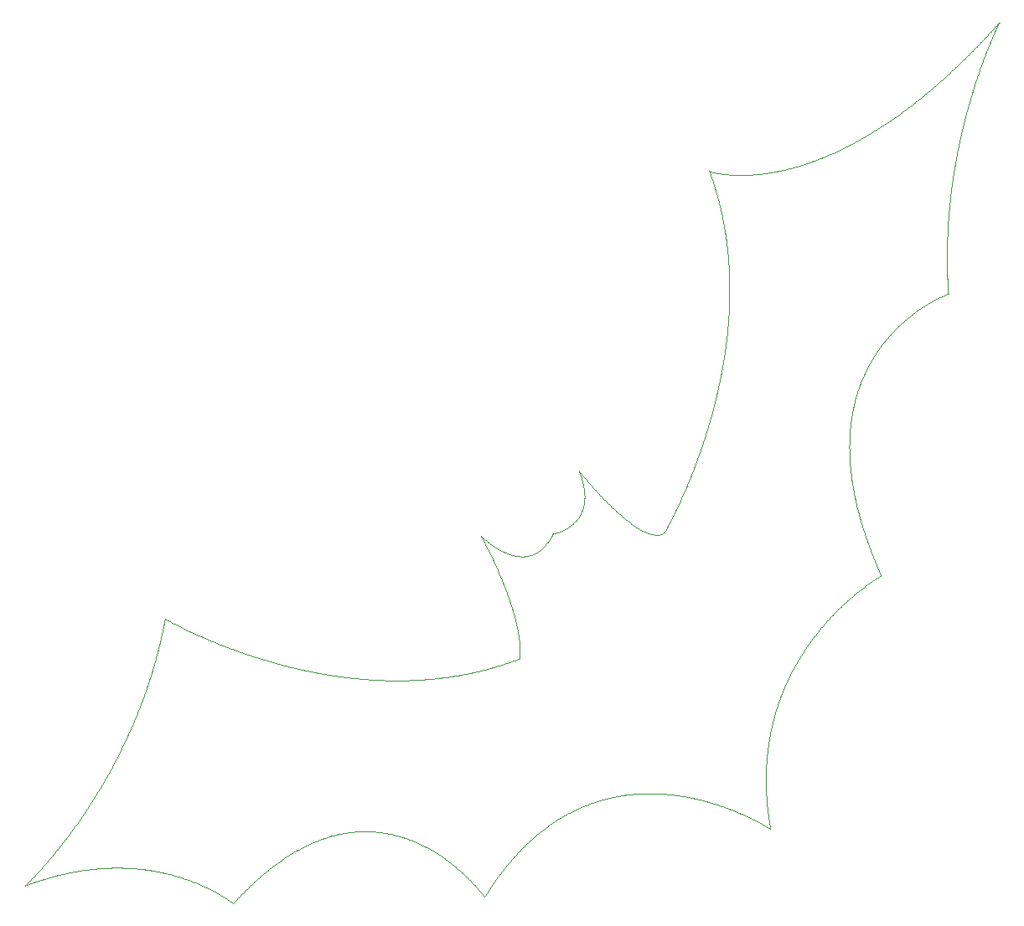
<source format=gbr>
%TF.GenerationSoftware,KiCad,Pcbnew,(5.1.7-0-10_14)*%
%TF.CreationDate,2020-10-21T09:02:29+08:00*%
%TF.ProjectId,HallowBadges,48616c6c-6f77-4426-9164-6765732e6b69,rev?*%
%TF.SameCoordinates,Original*%
%TF.FileFunction,Profile,NP*%
%FSLAX46Y46*%
G04 Gerber Fmt 4.6, Leading zero omitted, Abs format (unit mm)*
G04 Created by KiCad (PCBNEW (5.1.7-0-10_14)) date 2020-10-21 09:02:29*
%MOMM*%
%LPD*%
G01*
G04 APERTURE LIST*
%TA.AperFunction,Profile*%
%ADD10C,0.100000*%
%TD*%
G04 APERTURE END LIST*
D10*
%TO.C,Ref\u002A\u002A*%
X91003640Y-145933240D02*
X91003640Y-145933240D01*
X91065550Y-145909640D02*
X91003640Y-145933240D01*
X91158260Y-145874640D02*
X91065550Y-145909640D01*
X91251530Y-145839840D02*
X91158260Y-145874640D01*
X91344510Y-145805440D02*
X91251530Y-145839840D01*
X91438280Y-145771140D02*
X91344510Y-145805440D01*
X91532110Y-145737140D02*
X91438280Y-145771140D01*
X91625930Y-145703440D02*
X91532110Y-145737140D01*
X91720130Y-145669940D02*
X91625930Y-145703440D01*
X91814750Y-145636740D02*
X91720130Y-145669940D01*
X91909250Y-145603840D02*
X91814750Y-145636740D01*
X92003200Y-145571540D02*
X91909250Y-145603840D01*
X92096750Y-145539740D02*
X92003200Y-145571540D01*
X92190640Y-145508140D02*
X92096750Y-145539740D01*
X92284450Y-145476840D02*
X92190640Y-145508140D01*
X92378940Y-145445740D02*
X92284450Y-145476840D01*
X92474220Y-145414740D02*
X92378940Y-145445740D01*
X92569550Y-145384140D02*
X92474220Y-145414740D01*
X92664150Y-145354040D02*
X92569550Y-145384140D01*
X92758440Y-145324440D02*
X92664150Y-145354040D01*
X92853620Y-145294940D02*
X92758440Y-145324440D01*
X92948590Y-145265840D02*
X92853620Y-145294940D01*
X93043560Y-145237040D02*
X92948590Y-145265840D01*
X93138780Y-145208540D02*
X93043560Y-145237040D01*
X93233880Y-145180540D02*
X93138780Y-145208540D01*
X93329250Y-145152740D02*
X93233880Y-145180540D01*
X93424980Y-145125140D02*
X93329250Y-145152740D01*
X93520800Y-145097940D02*
X93424980Y-145125140D01*
X93616420Y-145071240D02*
X93520800Y-145097940D01*
X93712450Y-145044740D02*
X93616420Y-145071240D01*
X93809140Y-145018340D02*
X93712450Y-145044740D01*
X93905350Y-144992540D02*
X93809140Y-145018340D01*
X94001330Y-144967140D02*
X93905350Y-144992540D01*
X94097350Y-144942140D02*
X94001330Y-144967140D01*
X94194260Y-144917240D02*
X94097350Y-144942140D01*
X94291410Y-144892640D02*
X94194260Y-144917240D01*
X94388110Y-144868640D02*
X94291410Y-144892640D01*
X94484160Y-144845040D02*
X94388110Y-144868640D01*
X94580520Y-144821840D02*
X94484160Y-144845040D01*
X94677650Y-144798740D02*
X94580520Y-144821840D01*
X94774260Y-144776240D02*
X94677650Y-144798740D01*
X94870810Y-144754040D02*
X94774260Y-144776240D01*
X94967810Y-144732140D02*
X94870810Y-144754040D01*
X95065170Y-144710540D02*
X94967810Y-144732140D01*
X95162810Y-144689340D02*
X95065170Y-144710540D01*
X95260630Y-144668440D02*
X95162810Y-144689340D01*
X95358540Y-144647840D02*
X95260630Y-144668440D01*
X95456450Y-144627740D02*
X95358540Y-144647840D01*
X95554270Y-144608040D02*
X95456450Y-144627740D01*
X95651900Y-144588640D02*
X95554270Y-144608040D01*
X95749240Y-144569840D02*
X95651900Y-144588640D01*
X95846210Y-144551440D02*
X95749240Y-144569840D01*
X95944250Y-144533140D02*
X95846210Y-144551440D01*
X96042540Y-144515340D02*
X95944250Y-144533140D01*
X96140240Y-144497940D02*
X96042540Y-144515340D01*
X96238060Y-144480940D02*
X96140240Y-144497940D01*
X96336350Y-144464240D02*
X96238060Y-144480940D01*
X96434220Y-144448040D02*
X96336350Y-144464240D01*
X96532890Y-144432040D02*
X96434220Y-144448040D01*
X96631450Y-144416540D02*
X96532890Y-144432040D01*
X96729850Y-144401440D02*
X96631450Y-144416540D01*
X96828460Y-144386740D02*
X96729850Y-144401440D01*
X96927250Y-144372340D02*
X96828460Y-144386740D01*
X97026170Y-144358340D02*
X96927250Y-144372340D01*
X97125170Y-144344740D02*
X97026170Y-144358340D01*
X97224210Y-144331640D02*
X97125170Y-144344740D01*
X97323240Y-144318840D02*
X97224210Y-144331640D01*
X97422210Y-144306540D02*
X97323240Y-144318840D01*
X97521080Y-144294540D02*
X97422210Y-144306540D01*
X97619790Y-144283040D02*
X97521080Y-144294540D01*
X97718310Y-144272040D02*
X97619790Y-144283040D01*
X97816570Y-144261340D02*
X97718310Y-144272040D01*
X97915590Y-144251040D02*
X97816570Y-144261340D01*
X98014810Y-144241140D02*
X97915590Y-144251040D01*
X98113670Y-144231640D02*
X98014810Y-144241140D01*
X98213220Y-144222540D02*
X98113670Y-144231640D01*
X98312880Y-144213840D02*
X98213220Y-144222540D01*
X98412060Y-144205640D02*
X98312880Y-144213840D01*
X98511860Y-144197740D02*
X98412060Y-144205640D01*
X98611680Y-144190240D02*
X98511860Y-144197740D01*
X98710910Y-144183240D02*
X98611680Y-144190240D01*
X98810680Y-144176640D02*
X98710910Y-144183240D01*
X98910370Y-144170540D02*
X98810680Y-144176640D01*
X99009370Y-144164840D02*
X98910370Y-144170540D01*
X99108820Y-144159440D02*
X99009370Y-144164840D01*
X99208090Y-144154640D02*
X99108820Y-144159440D01*
X99307780Y-144150140D02*
X99208090Y-144154640D01*
X99407240Y-144146140D02*
X99307780Y-144150140D01*
X99507070Y-144142440D02*
X99407240Y-144146140D01*
X99606630Y-144139240D02*
X99507070Y-144142440D01*
X99706510Y-144136540D02*
X99606630Y-144139240D01*
X99806100Y-144134240D02*
X99706510Y-144136540D01*
X99905900Y-144132340D02*
X99806100Y-144134240D01*
X100005300Y-144130840D02*
X99905900Y-144132340D01*
X100105000Y-144129840D02*
X100005300Y-144130840D01*
X100204300Y-144129240D02*
X100105000Y-144129840D01*
X100303700Y-144129140D02*
X100204300Y-144129240D01*
X100404000Y-144129340D02*
X100303700Y-144129140D01*
X100503800Y-144130140D02*
X100404000Y-144129340D01*
X100603700Y-144131240D02*
X100503800Y-144130140D01*
X100703100Y-144132840D02*
X100603700Y-144131240D01*
X100802600Y-144134940D02*
X100703100Y-144132840D01*
X100902800Y-144137440D02*
X100802600Y-144134940D01*
X101002500Y-144140340D02*
X100902800Y-144137440D01*
X101102200Y-144143740D02*
X101002500Y-144140340D01*
X101201100Y-144147540D02*
X101102200Y-144143740D01*
X101300200Y-144151740D02*
X101201100Y-144147540D01*
X101399900Y-144156440D02*
X101300200Y-144151740D01*
X101498800Y-144161540D02*
X101399900Y-144156440D01*
X101597700Y-144167140D02*
X101498800Y-144161540D01*
X101697300Y-144173140D02*
X101597700Y-144167140D01*
X101796900Y-144179640D02*
X101697300Y-144173140D01*
X101895900Y-144186540D02*
X101796900Y-144179640D01*
X101995200Y-144193940D02*
X101895900Y-144186540D01*
X102095200Y-144201840D02*
X101995200Y-144193940D01*
X102194200Y-144210140D02*
X102095200Y-144201840D01*
X102293100Y-144218840D02*
X102194200Y-144210140D01*
X102392600Y-144228040D02*
X102293100Y-144218840D01*
X102491900Y-144237640D02*
X102392600Y-144228040D01*
X102590600Y-144247740D02*
X102491900Y-144237640D01*
X102689500Y-144258240D02*
X102590600Y-144247740D01*
X102788900Y-144269240D02*
X102689500Y-144258240D01*
X102888100Y-144280740D02*
X102788900Y-144269240D01*
X102986600Y-144292540D02*
X102888100Y-144280740D01*
X103085200Y-144304940D02*
X102986600Y-144292540D01*
X103184300Y-144317740D02*
X103085200Y-144304940D01*
X103283100Y-144331040D02*
X103184300Y-144317740D01*
X103381200Y-144344640D02*
X103283100Y-144331040D01*
X103479300Y-144358740D02*
X103381200Y-144344640D01*
X103577900Y-144373440D02*
X103479300Y-144358740D01*
X103676900Y-144388640D02*
X103577900Y-144373440D01*
X103775500Y-144404140D02*
X103676900Y-144388640D01*
X103873300Y-144420140D02*
X103775500Y-144404140D01*
X103971100Y-144436540D02*
X103873300Y-144420140D01*
X104069300Y-144453440D02*
X103971100Y-144436540D01*
X104167900Y-144470840D02*
X104069300Y-144453440D01*
X104266000Y-144488740D02*
X104167900Y-144470840D01*
X104363200Y-144506940D02*
X104266000Y-144488740D01*
X104460300Y-144525540D02*
X104363200Y-144506940D01*
X104557800Y-144544640D02*
X104460300Y-144525540D01*
X104655600Y-144564340D02*
X104557800Y-144544640D01*
X104753700Y-144584640D02*
X104655600Y-144564340D01*
X104851300Y-144605240D02*
X104753700Y-144584640D01*
X104948700Y-144626340D02*
X104851300Y-144605240D01*
X105045600Y-144647740D02*
X104948700Y-144626340D01*
X105142300Y-144669540D02*
X105045600Y-144647740D01*
X105239200Y-144691940D02*
X105142300Y-144669540D01*
X105336400Y-144714940D02*
X105239200Y-144691940D01*
X105433800Y-144738440D02*
X105336400Y-144714940D01*
X105530600Y-144762240D02*
X105433800Y-144738440D01*
X105627100Y-144786440D02*
X105530600Y-144762240D01*
X105723000Y-144811040D02*
X105627100Y-144786440D01*
X105818500Y-144836040D02*
X105723000Y-144811040D01*
X105914300Y-144861540D02*
X105818500Y-144836040D01*
X106010200Y-144887540D02*
X105914300Y-144861540D01*
X106106300Y-144914140D02*
X106010200Y-144887540D01*
X106202400Y-144941240D02*
X106106300Y-144914140D01*
X106298800Y-144968940D02*
X106202400Y-144941240D01*
X106395200Y-144997140D02*
X106298800Y-144968940D01*
X106490800Y-145025540D02*
X106395200Y-144997140D01*
X106586000Y-145054440D02*
X106490800Y-145025540D01*
X106681300Y-145083840D02*
X106586000Y-145054440D01*
X106776600Y-145113740D02*
X106681300Y-145083840D01*
X106871100Y-145143840D02*
X106776600Y-145113740D01*
X106965100Y-145174340D02*
X106871100Y-145143840D01*
X107059200Y-145205340D02*
X106965100Y-145174340D01*
X107153200Y-145236840D02*
X107059200Y-145205340D01*
X107247100Y-145268740D02*
X107153200Y-145236840D01*
X107341100Y-145301240D02*
X107247100Y-145268740D01*
X107434900Y-145334240D02*
X107341100Y-145301240D01*
X107528700Y-145367740D02*
X107434900Y-145334240D01*
X107622400Y-145401640D02*
X107528700Y-145367740D01*
X107715900Y-145436140D02*
X107622400Y-145401640D01*
X107809300Y-145471040D02*
X107715900Y-145436140D01*
X107902600Y-145506440D02*
X107809300Y-145471040D01*
X107995600Y-145542240D02*
X107902600Y-145506440D01*
X108088500Y-145578540D02*
X107995600Y-145542240D01*
X108181100Y-145615340D02*
X108088500Y-145578540D01*
X108273500Y-145652440D02*
X108181100Y-145615340D01*
X108365600Y-145690140D02*
X108273500Y-145652440D01*
X108457400Y-145728140D02*
X108365600Y-145690140D01*
X108548900Y-145766540D02*
X108457400Y-145728140D01*
X108640100Y-145805440D02*
X108548900Y-145766540D01*
X108730900Y-145844640D02*
X108640100Y-145805440D01*
X108821300Y-145884340D02*
X108730900Y-145844640D01*
X108912100Y-145924640D02*
X108821300Y-145884340D01*
X109002900Y-145965540D02*
X108912100Y-145924640D01*
X109093200Y-146006840D02*
X109002900Y-145965540D01*
X109183800Y-146048840D02*
X109093200Y-146006840D01*
X109274300Y-146091340D02*
X109183800Y-146048840D01*
X109364200Y-146134140D02*
X109274300Y-146091340D01*
X109453400Y-146177140D02*
X109364200Y-146134140D01*
X109542800Y-146220840D02*
X109453400Y-146177140D01*
X109631900Y-146265040D02*
X109542800Y-146220840D01*
X109721000Y-146309840D02*
X109631900Y-146265040D01*
X109809700Y-146355040D02*
X109721000Y-146309840D01*
X109897500Y-146400340D02*
X109809700Y-146355040D01*
X109986000Y-146446640D02*
X109897500Y-146400340D01*
X110074200Y-146493440D02*
X109986000Y-146446640D01*
X110161400Y-146540340D02*
X110074200Y-146493440D01*
X110249000Y-146588040D02*
X110161400Y-146540340D01*
X110336100Y-146636140D02*
X110249000Y-146588040D01*
X110423300Y-146685040D02*
X110336100Y-146636140D01*
X110509900Y-146734240D02*
X110423300Y-146685040D01*
X110596400Y-146784040D02*
X110509900Y-146734240D01*
X110682700Y-146834440D02*
X110596400Y-146784040D01*
X110768300Y-146885140D02*
X110682700Y-146834440D01*
X110853600Y-146936340D02*
X110768300Y-146885140D01*
X110938800Y-146988340D02*
X110853600Y-146936340D01*
X111023700Y-147040840D02*
X110938800Y-146988340D01*
X111107900Y-147093740D02*
X111023700Y-147040840D01*
X111192400Y-147147540D02*
X111107900Y-147093740D01*
X111276100Y-147201740D02*
X111192400Y-147147540D01*
X111359200Y-147256440D02*
X111276100Y-147201740D01*
X111441600Y-147311440D02*
X111359200Y-147256440D01*
X111523500Y-147367240D02*
X111441600Y-147311440D01*
X111605400Y-147423940D02*
X111523500Y-147367240D01*
X111687100Y-147481540D02*
X111605400Y-147423940D01*
X111768400Y-147540140D02*
X111687100Y-147481540D01*
X111849400Y-147599740D02*
X111768400Y-147540140D01*
X111930400Y-147661040D02*
X111849400Y-147599740D01*
X112029500Y-147739440D02*
X111930400Y-147661040D01*
X112074300Y-147690140D02*
X112029500Y-147739440D01*
X112141400Y-147616640D02*
X112074300Y-147690140D01*
X112209000Y-147543040D02*
X112141400Y-147616640D01*
X112276400Y-147470040D02*
X112209000Y-147543040D01*
X112344500Y-147396640D02*
X112276400Y-147470040D01*
X112412700Y-147323640D02*
X112344500Y-147396640D01*
X112480900Y-147250840D02*
X112412700Y-147323640D01*
X112549600Y-147178140D02*
X112480900Y-147250840D01*
X112618600Y-147105440D02*
X112549600Y-147178140D01*
X112687500Y-147033140D02*
X112618600Y-147105440D01*
X112756200Y-146961540D02*
X112687500Y-147033140D01*
X112825200Y-146890040D02*
X112756200Y-146961540D01*
X112894300Y-146818840D02*
X112825200Y-146890040D01*
X112963800Y-146747640D02*
X112894300Y-146818840D01*
X113033600Y-146676540D02*
X112963800Y-146747640D01*
X113103700Y-146605540D02*
X113033600Y-146676540D01*
X113174000Y-146534840D02*
X113103700Y-146605540D01*
X113244600Y-146464140D02*
X113174000Y-146534840D01*
X113315700Y-146393540D02*
X113244600Y-146464140D01*
X113386600Y-146323340D02*
X113315700Y-146393540D01*
X113458100Y-146253140D02*
X113386600Y-146323340D01*
X113529100Y-146183740D02*
X113458100Y-146253140D01*
X113600000Y-146114940D02*
X113529100Y-146183740D01*
X113672000Y-146045540D02*
X113600000Y-146114940D01*
X113744300Y-145976240D02*
X113672000Y-146045540D01*
X113816200Y-145907740D02*
X113744300Y-145976240D01*
X113888600Y-145839240D02*
X113816200Y-145907740D01*
X113961300Y-145770940D02*
X113888600Y-145839240D01*
X114033800Y-145703240D02*
X113961300Y-145770940D01*
X114106500Y-145635740D02*
X114033800Y-145703240D01*
X114179700Y-145568340D02*
X114106500Y-145635740D01*
X114253300Y-145500940D02*
X114179700Y-145568340D01*
X114327000Y-145433940D02*
X114253300Y-145500940D01*
X114400700Y-145367340D02*
X114327000Y-145433940D01*
X114474400Y-145301340D02*
X114400700Y-145367340D01*
X114548600Y-145235240D02*
X114474400Y-145301340D01*
X114623800Y-145168740D02*
X114548600Y-145235240D01*
X114698900Y-145102740D02*
X114623800Y-145168740D01*
X114774400Y-145036940D02*
X114698900Y-145102740D01*
X114849700Y-144971740D02*
X114774400Y-145036940D01*
X114925100Y-144907040D02*
X114849700Y-144971740D01*
X115001000Y-144842240D02*
X114925100Y-144907040D01*
X115077300Y-144777640D02*
X115001000Y-144842240D01*
X115154100Y-144713240D02*
X115077300Y-144777640D01*
X115231100Y-144648940D02*
X115154100Y-144713240D01*
X115308400Y-144585040D02*
X115231100Y-144648940D01*
X115385900Y-144521440D02*
X115308400Y-144585040D01*
X115463400Y-144458340D02*
X115385900Y-144521440D01*
X115541000Y-144395640D02*
X115463400Y-144458340D01*
X115618600Y-144333540D02*
X115541000Y-144395640D01*
X115696000Y-144271940D02*
X115618600Y-144333540D01*
X115774500Y-144210140D02*
X115696000Y-144271940D01*
X115853300Y-144148440D02*
X115774500Y-144210140D01*
X115931900Y-144087540D02*
X115853300Y-144148440D01*
X116010700Y-144026940D02*
X115931900Y-144087540D01*
X116090100Y-143966440D02*
X116010700Y-144026940D01*
X116169300Y-143906640D02*
X116090100Y-143966440D01*
X116249300Y-143846640D02*
X116169300Y-143906640D01*
X116329500Y-143787140D02*
X116249300Y-143846640D01*
X116409700Y-143728140D02*
X116329500Y-143787140D01*
X116490300Y-143669340D02*
X116409700Y-143728140D01*
X116571200Y-143610940D02*
X116490300Y-143669340D01*
X116652400Y-143552740D02*
X116571200Y-143610940D01*
X116733900Y-143495040D02*
X116652400Y-143552740D01*
X116815600Y-143437640D02*
X116733900Y-143495040D01*
X116897400Y-143380740D02*
X116815600Y-143437640D01*
X116979500Y-143324240D02*
X116897400Y-143380740D01*
X117061600Y-143268140D02*
X116979500Y-143324240D01*
X117143900Y-143212640D02*
X117061600Y-143268140D01*
X117227000Y-143157140D02*
X117143900Y-143212640D01*
X117310500Y-143101840D02*
X117227000Y-143157140D01*
X117394000Y-143047140D02*
X117310500Y-143101840D01*
X117477500Y-142993040D02*
X117394000Y-143047140D01*
X117560900Y-142939640D02*
X117477500Y-142993040D01*
X117645100Y-142886240D02*
X117560900Y-142939640D01*
X117729600Y-142833240D02*
X117645100Y-142886240D01*
X117813900Y-142780940D02*
X117729600Y-142833240D01*
X117898900Y-142728840D02*
X117813900Y-142780940D01*
X117984200Y-142677140D02*
X117898900Y-142728840D01*
X118069200Y-142626140D02*
X117984200Y-142677140D01*
X118154800Y-142575440D02*
X118069200Y-142626140D01*
X118240600Y-142525240D02*
X118154800Y-142575440D01*
X118327100Y-142475240D02*
X118240600Y-142525240D01*
X118413600Y-142425740D02*
X118327100Y-142475240D01*
X118500800Y-142376540D02*
X118413600Y-142425740D01*
X118588100Y-142327940D02*
X118500800Y-142376540D01*
X118674800Y-142280240D02*
X118588100Y-142327940D01*
X118762200Y-142232840D02*
X118674800Y-142280240D01*
X118850600Y-142185540D02*
X118762200Y-142232840D01*
X118939000Y-142138840D02*
X118850600Y-142185540D01*
X119026800Y-142093040D02*
X118939000Y-142138840D01*
X119115100Y-142047640D02*
X119026800Y-142093040D01*
X119204400Y-142002340D02*
X119115100Y-142047640D01*
X119293600Y-141957840D02*
X119204400Y-142002340D01*
X119383300Y-141913640D02*
X119293600Y-141957840D01*
X119472800Y-141870240D02*
X119383300Y-141913640D01*
X119562800Y-141827240D02*
X119472800Y-141870240D01*
X119652500Y-141785040D02*
X119562800Y-141827240D01*
X119742700Y-141743340D02*
X119652500Y-141785040D01*
X119833800Y-141701840D02*
X119742700Y-141743340D01*
X119924700Y-141661040D02*
X119833800Y-141701840D01*
X120015900Y-141620840D02*
X119924700Y-141661040D01*
X120106800Y-141581440D02*
X120015900Y-141620840D01*
X120198000Y-141542540D02*
X120106800Y-141581440D01*
X120290200Y-141504040D02*
X120198000Y-141542540D01*
X120382000Y-141466240D02*
X120290200Y-141504040D01*
X120474100Y-141429040D02*
X120382000Y-141466240D01*
X120567100Y-141392240D02*
X120474100Y-141429040D01*
X120659700Y-141356240D02*
X120567100Y-141392240D01*
X120752500Y-141320940D02*
X120659700Y-141356240D01*
X120846200Y-141285940D02*
X120752500Y-141320940D01*
X120939500Y-141251740D02*
X120846200Y-141285940D01*
X121032900Y-141218240D02*
X120939500Y-141251740D01*
X121127200Y-141185240D02*
X121032900Y-141218240D01*
X121221700Y-141152840D02*
X121127200Y-141185240D01*
X121315900Y-141121140D02*
X121221700Y-141152840D01*
X121410700Y-141090140D02*
X121315900Y-141121140D01*
X121506300Y-141059540D02*
X121410700Y-141090140D01*
X121601300Y-141029840D02*
X121506300Y-141059540D01*
X121696400Y-141000840D02*
X121601300Y-141029840D01*
X121792400Y-140972340D02*
X121696400Y-141000840D01*
X121888400Y-140944640D02*
X121792400Y-140972340D01*
X121984100Y-140917740D02*
X121888400Y-140944640D01*
X122080200Y-140891440D02*
X121984100Y-140917740D01*
X122177100Y-140865640D02*
X122080200Y-140891440D01*
X122273300Y-140840840D02*
X122177100Y-140865640D01*
X122369500Y-140816740D02*
X122273300Y-140840840D01*
X122466400Y-140793340D02*
X122369500Y-140816740D01*
X122564100Y-140770440D02*
X122466400Y-140793340D01*
X122661000Y-140748440D02*
X122564100Y-140770440D01*
X122757900Y-140727240D02*
X122661000Y-140748440D01*
X122855500Y-140706740D02*
X122757900Y-140727240D01*
X122953800Y-140686740D02*
X122855500Y-140706740D01*
X123052100Y-140667640D02*
X122953800Y-140686740D01*
X123149800Y-140649340D02*
X123052100Y-140667640D01*
X123247900Y-140631840D02*
X123149800Y-140649340D01*
X123346600Y-140614940D02*
X123247900Y-140631840D01*
X123445200Y-140598840D02*
X123346600Y-140614940D01*
X123543300Y-140583640D02*
X123445200Y-140598840D01*
X123641600Y-140569240D02*
X123543300Y-140583640D01*
X123740600Y-140555440D02*
X123641600Y-140569240D01*
X123839400Y-140542540D02*
X123740600Y-140555440D01*
X123938400Y-140530340D02*
X123839400Y-140542540D01*
X124037300Y-140519040D02*
X123938400Y-140530340D01*
X124136300Y-140508440D02*
X124037300Y-140519040D01*
X124236000Y-140498640D02*
X124136300Y-140508440D01*
X124335400Y-140489640D02*
X124236000Y-140498640D01*
X124434100Y-140481440D02*
X124335400Y-140489640D01*
X124532900Y-140474140D02*
X124434100Y-140481440D01*
X124632400Y-140467540D02*
X124532900Y-140474140D01*
X124732500Y-140461740D02*
X124632400Y-140467540D01*
X124832200Y-140456740D02*
X124732500Y-140461740D01*
X124931200Y-140452540D02*
X124832200Y-140456740D01*
X125030300Y-140449240D02*
X124931200Y-140452540D01*
X125129900Y-140446740D02*
X125030300Y-140449240D01*
X125230100Y-140444940D02*
X125129900Y-140446740D01*
X125329900Y-140444040D02*
X125230100Y-140444940D01*
X125429900Y-140443940D02*
X125329900Y-140444040D01*
X125529300Y-140444640D02*
X125429900Y-140443940D01*
X125628900Y-140446140D02*
X125529300Y-140444640D01*
X125729000Y-140448540D02*
X125628900Y-140446140D01*
X125828600Y-140451640D02*
X125729000Y-140448540D01*
X125928200Y-140455640D02*
X125828600Y-140451640D01*
X126027400Y-140460440D02*
X125928200Y-140455640D01*
X126126500Y-140466040D02*
X126027400Y-140460440D01*
X126226200Y-140472440D02*
X126126500Y-140466040D01*
X126326300Y-140479740D02*
X126226200Y-140472440D01*
X126425900Y-140487840D02*
X126326300Y-140479740D01*
X126525500Y-140496740D02*
X126425900Y-140487840D01*
X126624500Y-140506440D02*
X126525500Y-140496740D01*
X126723400Y-140516840D02*
X126624500Y-140506440D01*
X126822800Y-140528240D02*
X126723400Y-140516840D01*
X126921600Y-140540340D02*
X126822800Y-140528240D01*
X127020300Y-140553140D02*
X126921600Y-140540340D01*
X127119400Y-140566940D02*
X127020300Y-140553140D01*
X127217800Y-140581440D02*
X127119400Y-140566940D01*
X127316200Y-140596740D02*
X127217800Y-140581440D01*
X127414900Y-140612840D02*
X127316200Y-140596740D01*
X127513000Y-140629740D02*
X127414900Y-140612840D01*
X127610900Y-140647340D02*
X127513000Y-140629740D01*
X127709200Y-140665840D02*
X127610900Y-140647340D01*
X127806700Y-140685040D02*
X127709200Y-140665840D01*
X127904100Y-140704940D02*
X127806700Y-140685040D01*
X128001800Y-140725740D02*
X127904100Y-140704940D01*
X128099800Y-140747440D02*
X128001800Y-140725740D01*
X128197100Y-140769840D02*
X128099800Y-140747440D01*
X128294200Y-140792940D02*
X128197100Y-140769840D01*
X128390500Y-140816640D02*
X128294200Y-140792940D01*
X128486500Y-140841040D02*
X128390500Y-140816640D01*
X128582800Y-140866340D02*
X128486500Y-140841040D01*
X128679400Y-140892440D02*
X128582800Y-140866340D01*
X128775100Y-140919240D02*
X128679400Y-140892440D01*
X128870600Y-140946640D02*
X128775100Y-140919240D01*
X128966300Y-140974940D02*
X128870600Y-140946640D01*
X129061200Y-141003740D02*
X128966300Y-140974940D01*
X129155700Y-141033240D02*
X129061200Y-141003740D01*
X129250500Y-141063540D02*
X129155700Y-141033240D01*
X129345500Y-141094740D02*
X129250500Y-141063540D01*
X129440700Y-141126740D02*
X129345500Y-141094740D01*
X129534900Y-141159340D02*
X129440700Y-141126740D01*
X129628800Y-141192440D02*
X129534900Y-141159340D01*
X129722900Y-141226440D02*
X129628800Y-141192440D01*
X129816100Y-141260840D02*
X129722900Y-141226440D01*
X129908800Y-141295940D02*
X129816100Y-141260840D01*
X130001700Y-141331740D02*
X129908800Y-141295940D01*
X130094700Y-141368440D02*
X130001700Y-141331740D01*
X130187900Y-141405940D02*
X130094700Y-141368440D01*
X130280100Y-141443840D02*
X130187900Y-141405940D01*
X130371800Y-141482240D02*
X130280100Y-141443840D01*
X130463700Y-141521540D02*
X130371800Y-141482240D01*
X130555600Y-141561540D02*
X130463700Y-141521540D01*
X130646500Y-141601840D02*
X130555600Y-141561540D01*
X130736900Y-141642740D02*
X130646500Y-141601840D01*
X130827400Y-141684440D02*
X130736900Y-141642740D01*
X130918000Y-141726840D02*
X130827400Y-141684440D01*
X131008600Y-141770040D02*
X130918000Y-141726840D01*
X131098100Y-141813440D02*
X131008600Y-141770040D01*
X131187100Y-141857340D02*
X131098100Y-141813440D01*
X131276200Y-141901940D02*
X131187100Y-141857340D01*
X131365200Y-141947340D02*
X131276200Y-141901940D01*
X131454300Y-141993440D02*
X131365200Y-141947340D01*
X131542200Y-142039640D02*
X131454300Y-141993440D01*
X131629600Y-142086340D02*
X131542200Y-142039640D01*
X131716900Y-142133740D02*
X131629600Y-142086340D01*
X131804200Y-142181740D02*
X131716900Y-142133740D01*
X131891500Y-142230540D02*
X131804200Y-142181740D01*
X131978700Y-142280040D02*
X131891500Y-142230540D01*
X132065800Y-142330240D02*
X131978700Y-142280040D01*
X132151800Y-142380440D02*
X132065800Y-142330240D01*
X132237100Y-142430940D02*
X132151800Y-142380440D01*
X132322400Y-142482140D02*
X132237100Y-142430940D01*
X132407500Y-142533940D02*
X132322400Y-142482140D01*
X132492600Y-142586340D02*
X132407500Y-142533940D01*
X132577500Y-142639440D02*
X132492600Y-142586340D01*
X132662300Y-142693240D02*
X132577500Y-142639440D01*
X132746900Y-142747540D02*
X132662300Y-142693240D01*
X132830300Y-142801740D02*
X132746900Y-142747540D01*
X132913000Y-142856240D02*
X132830300Y-142801740D01*
X132995500Y-142911240D02*
X132913000Y-142856240D01*
X133077800Y-142966840D02*
X132995500Y-142911240D01*
X133159900Y-143023040D02*
X133077800Y-142966840D01*
X133241800Y-143079640D02*
X133159900Y-143023040D01*
X133323500Y-143136940D02*
X133241800Y-143079640D01*
X133405000Y-143194640D02*
X133323500Y-143136940D01*
X133486200Y-143252940D02*
X133405000Y-143194640D01*
X133567200Y-143311740D02*
X133486200Y-143252940D01*
X133647900Y-143371040D02*
X133567200Y-143311740D01*
X133728300Y-143430740D02*
X133647900Y-143371040D01*
X133808400Y-143490940D02*
X133728300Y-143430740D01*
X133888200Y-143551640D02*
X133808400Y-143490940D01*
X133967600Y-143612740D02*
X133888200Y-143551640D01*
X134046800Y-143674240D02*
X133967600Y-143612740D01*
X134125500Y-143736140D02*
X134046800Y-143674240D01*
X134203900Y-143798440D02*
X134125500Y-143736140D01*
X134281900Y-143861140D02*
X134203900Y-143798440D01*
X134359500Y-143924240D02*
X134281900Y-143861140D01*
X134436700Y-143987540D02*
X134359500Y-143924240D01*
X134513400Y-144051240D02*
X134436700Y-143987540D01*
X134589700Y-144115240D02*
X134513400Y-144051240D01*
X134665500Y-144179540D02*
X134589700Y-144115240D01*
X134740800Y-144244040D02*
X134665500Y-144179540D01*
X134815600Y-144308840D02*
X134740800Y-144244040D01*
X134890900Y-144374640D02*
X134815600Y-144308840D01*
X134966100Y-144441140D02*
X134890900Y-144374640D01*
X135040700Y-144507740D02*
X134966100Y-144441140D01*
X135114700Y-144574440D02*
X135040700Y-144507740D01*
X135188100Y-144641340D02*
X135114700Y-144574440D01*
X135261700Y-144709140D02*
X135188100Y-144641340D01*
X135335200Y-144777440D02*
X135261700Y-144709140D01*
X135407900Y-144845840D02*
X135335200Y-144777440D01*
X135479800Y-144914140D02*
X135407900Y-144845840D01*
X135551900Y-144983240D02*
X135479800Y-144914140D01*
X135623600Y-145052740D02*
X135551900Y-144983240D01*
X135694400Y-145122040D02*
X135623600Y-145052740D01*
X135765300Y-145192040D02*
X135694400Y-145122040D01*
X135835600Y-145262240D02*
X135765300Y-145192040D01*
X135905800Y-145333040D02*
X135835600Y-145262240D01*
X135975300Y-145403940D02*
X135905800Y-145333040D01*
X136044600Y-145475240D02*
X135975300Y-145403940D01*
X136114000Y-145547340D02*
X136044600Y-145475240D01*
X136182500Y-145619340D02*
X136114000Y-145547340D01*
X136250600Y-145691540D02*
X136182500Y-145619340D01*
X136318400Y-145764340D02*
X136250600Y-145691540D01*
X136385800Y-145837440D02*
X136318400Y-145764340D01*
X136452800Y-145910840D02*
X136385800Y-145837440D01*
X136519200Y-145984340D02*
X136452800Y-145910840D01*
X136585600Y-146058640D02*
X136519200Y-145984340D01*
X136652000Y-146133840D02*
X136585600Y-146058640D01*
X136717600Y-146208840D02*
X136652000Y-146133840D01*
X136783100Y-146284640D02*
X136717600Y-146208840D01*
X136848100Y-146360840D02*
X136783100Y-146284640D01*
X136912600Y-146437240D02*
X136848100Y-146360840D01*
X136976300Y-146513740D02*
X136912600Y-146437240D01*
X137039300Y-146590240D02*
X136976300Y-146513740D01*
X137101900Y-146667540D02*
X137039300Y-146590240D01*
X137164500Y-146745740D02*
X137101900Y-146667540D01*
X137226400Y-146824440D02*
X137164500Y-146745740D01*
X137287800Y-146903640D02*
X137226400Y-146824440D01*
X137349700Y-146985340D02*
X137287800Y-146903640D01*
X137425200Y-147088240D02*
X137349700Y-146985340D01*
X137460100Y-147031840D02*
X137425200Y-147088240D01*
X137512700Y-146947540D02*
X137460100Y-147031840D01*
X137565700Y-146863040D02*
X137512700Y-146947540D01*
X137618800Y-146779040D02*
X137565700Y-146863040D01*
X137672400Y-146694640D02*
X137618800Y-146779040D01*
X137726300Y-146610440D02*
X137672400Y-146694640D01*
X137780400Y-146526540D02*
X137726300Y-146610440D01*
X137834900Y-146442540D02*
X137780400Y-146526540D01*
X137889800Y-146358440D02*
X137834900Y-146442540D01*
X137944900Y-146274840D02*
X137889800Y-146358440D01*
X137999800Y-146191840D02*
X137944900Y-146274840D01*
X138054600Y-146109640D02*
X137999800Y-146191840D01*
X138109900Y-146027340D02*
X138054600Y-146109640D01*
X138165300Y-145945340D02*
X138109900Y-146027340D01*
X138221300Y-145863140D02*
X138165300Y-145945340D01*
X138277900Y-145780440D02*
X138221300Y-145863140D01*
X138334800Y-145698040D02*
X138277900Y-145780440D01*
X138391400Y-145616540D02*
X138334800Y-145698040D01*
X138448800Y-145534540D02*
X138391400Y-145616540D01*
X138506600Y-145452640D02*
X138448800Y-145534540D01*
X138564100Y-145371540D02*
X138506600Y-145452640D01*
X138621800Y-145290840D02*
X138564100Y-145371540D01*
X138679900Y-145210240D02*
X138621800Y-145290840D01*
X138738100Y-145129940D02*
X138679900Y-145210240D01*
X138797100Y-145049140D02*
X138738100Y-145129940D01*
X138856400Y-144968540D02*
X138797100Y-145049140D01*
X138915700Y-144888540D02*
X138856400Y-144968540D01*
X138975100Y-144809040D02*
X138915700Y-144888540D01*
X139034900Y-144729440D02*
X138975100Y-144809040D01*
X139095400Y-144649640D02*
X139034900Y-144729440D01*
X139156400Y-144569740D02*
X139095400Y-144649640D01*
X139217200Y-144490640D02*
X139156400Y-144569740D01*
X139278500Y-144411440D02*
X139217200Y-144490640D01*
X139340400Y-144332140D02*
X139278500Y-144411440D01*
X139402300Y-144253440D02*
X139340400Y-144332140D01*
X139464200Y-144175440D02*
X139402300Y-144253440D01*
X139526600Y-144097240D02*
X139464200Y-144175440D01*
X139589000Y-144019640D02*
X139526600Y-144097240D01*
X139651900Y-143942140D02*
X139589000Y-144019640D01*
X139715400Y-143864440D02*
X139651900Y-143942140D01*
X139778700Y-143787440D02*
X139715400Y-143864440D01*
X139842200Y-143711040D02*
X139778700Y-143787440D01*
X139906100Y-143634540D02*
X139842200Y-143711040D01*
X139970500Y-143558240D02*
X139906100Y-143634540D01*
X140035200Y-143482040D02*
X139970500Y-143558240D01*
X140100200Y-143406140D02*
X140035200Y-143482040D01*
X140165500Y-143330540D02*
X140100200Y-143406140D01*
X140230900Y-143255340D02*
X140165500Y-143330540D01*
X140296500Y-143180640D02*
X140230900Y-143255340D01*
X140362100Y-143106440D02*
X140296500Y-143180640D01*
X140428700Y-143031740D02*
X140362100Y-143106440D01*
X140495800Y-142957040D02*
X140428700Y-143031740D01*
X140562800Y-142883140D02*
X140495800Y-142957040D01*
X140629700Y-142809940D02*
X140562800Y-142883140D01*
X140697400Y-142736440D02*
X140629700Y-142809940D01*
X140765500Y-142663240D02*
X140697400Y-142736440D01*
X140833300Y-142590840D02*
X140765500Y-142663240D01*
X140901900Y-142518340D02*
X140833300Y-142590840D01*
X140970600Y-142446140D02*
X140901900Y-142518340D01*
X141039500Y-142374540D02*
X140970600Y-142446140D01*
X141108800Y-142303040D02*
X141039500Y-142374540D01*
X141178500Y-142231740D02*
X141108800Y-142303040D01*
X141248600Y-142160640D02*
X141178500Y-142231740D01*
X141319000Y-142089940D02*
X141248600Y-142160640D01*
X141389700Y-142019540D02*
X141319000Y-142089940D01*
X141460700Y-141949440D02*
X141389700Y-142019540D01*
X141531900Y-141879740D02*
X141460700Y-141949440D01*
X141603300Y-141810440D02*
X141531900Y-141879740D01*
X141674900Y-141741640D02*
X141603300Y-141810440D01*
X141747300Y-141672640D02*
X141674900Y-141741640D01*
X141820300Y-141603740D02*
X141747300Y-141672640D01*
X141893400Y-141535440D02*
X141820300Y-141603740D01*
X141966500Y-141467740D02*
X141893400Y-141535440D01*
X142039600Y-141400540D02*
X141966500Y-141467740D01*
X142113600Y-141333240D02*
X142039600Y-141400540D01*
X142187900Y-141266240D02*
X142113600Y-141333240D01*
X142262200Y-141199940D02*
X142187900Y-141266240D01*
X142337200Y-141133640D02*
X142262200Y-141199940D01*
X142412600Y-141067640D02*
X142337200Y-141133640D01*
X142487800Y-141002440D02*
X142412600Y-141067640D01*
X142563700Y-140937140D02*
X142487800Y-141002440D01*
X142639900Y-140872440D02*
X142563700Y-140937140D01*
X142715900Y-140808440D02*
X142639900Y-140872440D01*
X142792500Y-140744540D02*
X142715900Y-140808440D01*
X142869300Y-140681040D02*
X142792500Y-140744540D01*
X142946800Y-140617740D02*
X142869300Y-140681040D01*
X143024400Y-140554940D02*
X142946800Y-140617740D01*
X143102600Y-140492340D02*
X143024400Y-140554940D01*
X143180900Y-140430240D02*
X143102600Y-140492340D01*
X143259900Y-140368340D02*
X143180900Y-140430240D01*
X143338900Y-140307040D02*
X143259900Y-140368340D01*
X143418400Y-140245840D02*
X143338900Y-140307040D01*
X143498000Y-140185340D02*
X143418400Y-140245840D01*
X143578100Y-140125140D02*
X143498000Y-140185340D01*
X143658300Y-140065540D02*
X143578100Y-140125140D01*
X143738900Y-140006140D02*
X143658300Y-140065540D01*
X143819500Y-139947540D02*
X143738900Y-140006140D01*
X143900500Y-139889140D02*
X143819500Y-139947540D01*
X143981400Y-139831540D02*
X143900500Y-139889140D01*
X144062800Y-139774240D02*
X143981400Y-139831540D01*
X144145200Y-139716840D02*
X144062800Y-139774240D01*
X144227500Y-139660140D02*
X144145200Y-139716840D01*
X144310200Y-139603940D02*
X144227500Y-139660140D01*
X144392600Y-139548440D02*
X144310200Y-139603940D01*
X144475500Y-139493340D02*
X144392600Y-139548440D01*
X144559300Y-139438240D02*
X144475500Y-139493340D01*
X144642900Y-139383940D02*
X144559300Y-139438240D01*
X144726900Y-139330040D02*
X144642900Y-139383940D01*
X144811100Y-139276540D02*
X144726900Y-139330040D01*
X144895400Y-139223740D02*
X144811100Y-139276540D01*
X144980300Y-139171240D02*
X144895400Y-139223740D01*
X145065500Y-139119140D02*
X144980300Y-139171240D01*
X145150700Y-139067640D02*
X145065500Y-139119140D01*
X145236400Y-139016540D02*
X145150700Y-139067640D01*
X145322500Y-138965840D02*
X145236400Y-139016540D01*
X145408400Y-138915940D02*
X145322500Y-138965840D01*
X145494900Y-138866240D02*
X145408400Y-138915940D01*
X145582300Y-138816740D02*
X145494900Y-138866240D01*
X145669300Y-138768140D02*
X145582300Y-138816740D01*
X145756400Y-138720040D02*
X145669300Y-138768140D01*
X145844500Y-138672140D02*
X145756400Y-138720040D01*
X145932700Y-138624740D02*
X145844500Y-138672140D01*
X146020700Y-138578140D02*
X145932700Y-138624740D01*
X146109300Y-138531940D02*
X146020700Y-138578140D01*
X146197900Y-138486240D02*
X146109300Y-138531940D01*
X146286400Y-138441340D02*
X146197900Y-138486240D01*
X146375300Y-138396840D02*
X146286400Y-138441340D01*
X146465000Y-138352540D02*
X146375300Y-138396840D01*
X146554900Y-138308840D02*
X146465000Y-138352540D01*
X146644500Y-138265940D02*
X146554900Y-138308840D01*
X146734500Y-138223440D02*
X146644500Y-138265940D01*
X146825300Y-138181240D02*
X146734500Y-138223440D01*
X146916200Y-138139640D02*
X146825300Y-138181240D01*
X147006700Y-138098840D02*
X146916200Y-138139640D01*
X147097600Y-138058440D02*
X147006700Y-138098840D01*
X147189300Y-138018340D02*
X147097600Y-138058440D01*
X147281100Y-137978940D02*
X147189300Y-138018340D01*
X147372400Y-137940240D02*
X147281100Y-137978940D01*
X147464000Y-137902140D02*
X147372400Y-137940240D01*
X147556500Y-137864240D02*
X147464000Y-137902140D01*
X147649800Y-137826740D02*
X147556500Y-137864240D01*
X147743000Y-137789840D02*
X147649800Y-137826740D01*
X147835600Y-137753840D02*
X147743000Y-137789840D01*
X147928700Y-137718340D02*
X147835600Y-137753840D01*
X148022500Y-137683140D02*
X147928700Y-137718340D01*
X148116100Y-137648540D02*
X148022500Y-137683140D01*
X148210100Y-137614540D02*
X148116100Y-137648540D01*
X148304000Y-137581240D02*
X148210100Y-137614540D01*
X148398100Y-137548440D02*
X148304000Y-137581240D01*
X148493000Y-137515940D02*
X148398100Y-137548440D01*
X148587800Y-137484240D02*
X148493000Y-137515940D01*
X148682700Y-137453040D02*
X148587800Y-137484240D01*
X148777500Y-137422440D02*
X148682700Y-137453040D01*
X148872600Y-137392440D02*
X148777500Y-137422440D01*
X148968300Y-137362840D02*
X148872600Y-137392440D01*
X149063800Y-137333940D02*
X148968300Y-137362840D01*
X149159600Y-137305640D02*
X149063800Y-137333940D01*
X149255000Y-137277940D02*
X149159600Y-137305640D01*
X149350700Y-137250840D02*
X149255000Y-137277940D01*
X149447100Y-137224140D02*
X149350700Y-137250840D01*
X149544100Y-137197840D02*
X149447100Y-137224140D01*
X149640900Y-137172240D02*
X149544100Y-137197840D01*
X149737800Y-137147240D02*
X149640900Y-137172240D01*
X149834400Y-137122940D02*
X149737800Y-137147240D01*
X149931100Y-137099140D02*
X149834400Y-137122940D01*
X150028500Y-137075840D02*
X149931100Y-137099140D01*
X150125500Y-137053240D02*
X150028500Y-137075840D01*
X150222600Y-137031240D02*
X150125500Y-137053240D01*
X150320400Y-137009640D02*
X150222600Y-137031240D01*
X150417700Y-136988740D02*
X150320400Y-137009640D01*
X150515200Y-136968340D02*
X150417700Y-136988740D01*
X150613300Y-136948440D02*
X150515200Y-136968340D01*
X150712000Y-136929040D02*
X150613300Y-136948440D01*
X150810200Y-136910340D02*
X150712000Y-136929040D01*
X150908500Y-136892240D02*
X150810200Y-136910340D01*
X151006300Y-136874740D02*
X150908500Y-136892240D01*
X151104200Y-136857940D02*
X151006300Y-136874740D01*
X151202600Y-136841440D02*
X151104200Y-136857940D01*
X151301700Y-136825540D02*
X151202600Y-136841440D01*
X151400100Y-136810340D02*
X151301700Y-136825540D01*
X151498600Y-136795640D02*
X151400100Y-136810340D01*
X151597700Y-136781440D02*
X151498600Y-136795640D01*
X151696200Y-136767940D02*
X151597700Y-136781440D01*
X151794700Y-136754940D02*
X151696200Y-136767940D01*
X151893700Y-136742440D02*
X151794700Y-136754940D01*
X151993200Y-136730440D02*
X151893700Y-136742440D01*
X152092200Y-136719140D02*
X151993200Y-136730440D01*
X152191000Y-136708440D02*
X152092200Y-136719140D01*
X152290400Y-136698140D02*
X152191000Y-136708440D01*
X152390400Y-136688440D02*
X152290400Y-136698140D01*
X152489600Y-136679240D02*
X152390400Y-136688440D01*
X152588800Y-136670740D02*
X152489600Y-136679240D01*
X152688500Y-136662640D02*
X152588800Y-136670740D01*
X152788700Y-136655140D02*
X152688500Y-136662640D01*
X152888100Y-136648240D02*
X152788700Y-136655140D01*
X152987400Y-136641840D02*
X152888100Y-136648240D01*
X153087200Y-136636040D02*
X152987400Y-136641840D01*
X153187500Y-136630640D02*
X153087200Y-136636040D01*
X153287000Y-136625940D02*
X153187500Y-136630640D01*
X153386300Y-136621740D02*
X153287000Y-136625940D01*
X153486100Y-136618040D02*
X153386300Y-136621740D01*
X153586400Y-136614840D02*
X153486100Y-136618040D01*
X153685800Y-136612240D02*
X153586400Y-136614840D01*
X153785000Y-136610140D02*
X153685800Y-136612240D01*
X153884700Y-136608640D02*
X153785000Y-136610140D01*
X153984800Y-136607540D02*
X153884700Y-136608640D01*
X154085300Y-136607040D02*
X153984800Y-136607540D01*
X154184900Y-136607040D02*
X154085300Y-136607040D01*
X154284300Y-136607640D02*
X154184900Y-136607040D01*
X154384100Y-136608640D02*
X154284300Y-136607640D01*
X154484300Y-136610240D02*
X154384100Y-136608640D01*
X154584900Y-136612340D02*
X154484300Y-136610240D01*
X154684500Y-136615040D02*
X154584900Y-136612340D01*
X154783900Y-136618140D02*
X154684500Y-136615040D01*
X154883600Y-136621740D02*
X154783900Y-136618140D01*
X154983700Y-136625840D02*
X154883600Y-136621740D01*
X155084100Y-136630540D02*
X154983700Y-136625840D01*
X155183600Y-136635640D02*
X155084100Y-136630540D01*
X155282700Y-136641340D02*
X155183600Y-136635640D01*
X155382200Y-136647440D02*
X155282700Y-136641340D01*
X155482000Y-136654040D02*
X155382200Y-136647440D01*
X155582100Y-136661240D02*
X155482000Y-136654040D01*
X155681800Y-136668940D02*
X155582100Y-136661240D01*
X155780900Y-136676940D02*
X155681800Y-136668940D01*
X155879900Y-136685540D02*
X155780900Y-136676940D01*
X155979200Y-136694540D02*
X155879900Y-136685540D01*
X156078800Y-136704140D02*
X155979200Y-136694540D01*
X156178600Y-136714240D02*
X156078800Y-136704140D01*
X156278100Y-136724840D02*
X156178600Y-136714240D01*
X156376800Y-136735740D02*
X156278100Y-136724840D01*
X156475400Y-136747140D02*
X156376800Y-136735740D01*
X156574200Y-136759040D02*
X156475400Y-136747140D01*
X156673300Y-136771440D02*
X156574200Y-136759040D01*
X156772700Y-136784340D02*
X156673300Y-136771440D01*
X156872300Y-136797740D02*
X156772700Y-136784340D01*
X156971400Y-136811640D02*
X156872300Y-136797740D01*
X157069700Y-136825740D02*
X156971400Y-136811640D01*
X157167800Y-136840340D02*
X157069700Y-136825740D01*
X157266200Y-136855440D02*
X157167800Y-136840340D01*
X157364700Y-136871040D02*
X157266200Y-136855440D01*
X157463500Y-136887140D02*
X157364700Y-136871040D01*
X157562400Y-136903740D02*
X157463500Y-136887140D01*
X157661500Y-136920840D02*
X157562400Y-136903740D01*
X157760100Y-136938240D02*
X157661500Y-136920840D01*
X157857800Y-136955940D02*
X157760100Y-136938240D01*
X157955200Y-136974140D02*
X157857800Y-136955940D01*
X158052800Y-136992740D02*
X157955200Y-136974140D01*
X158150500Y-137011740D02*
X158052800Y-136992740D01*
X158248400Y-137031340D02*
X158150500Y-137011740D01*
X158346400Y-137051340D02*
X158248400Y-137031340D01*
X158444500Y-137071840D02*
X158346400Y-137051340D01*
X158542800Y-137092840D02*
X158444500Y-137071840D01*
X158641200Y-137114240D02*
X158542800Y-137092840D01*
X158738900Y-137136040D02*
X158641200Y-137114240D01*
X158835600Y-137157940D02*
X158738900Y-137136040D01*
X158932000Y-137180240D02*
X158835600Y-137157940D01*
X159028400Y-137203040D02*
X158932000Y-137180240D01*
X159125000Y-137226240D02*
X159028400Y-137203040D01*
X159221600Y-137249840D02*
X159125000Y-137226240D01*
X159318200Y-137273940D02*
X159221600Y-137249840D01*
X159414900Y-137298440D02*
X159318200Y-137273940D01*
X159511600Y-137323340D02*
X159414900Y-137298440D01*
X159608300Y-137348740D02*
X159511600Y-137323340D01*
X159705100Y-137374540D02*
X159608300Y-137348740D01*
X159801800Y-137400840D02*
X159705100Y-137374540D01*
X159898500Y-137427440D02*
X159801800Y-137400840D01*
X159995200Y-137454540D02*
X159898500Y-137427440D01*
X160091900Y-137482040D02*
X159995200Y-137454540D01*
X160188600Y-137510040D02*
X160091900Y-137482040D01*
X160285200Y-137538340D02*
X160188600Y-137510040D01*
X160381700Y-137567040D02*
X160285200Y-137538340D01*
X160478100Y-137596240D02*
X160381700Y-137567040D01*
X160574500Y-137625740D02*
X160478100Y-137596240D01*
X160670800Y-137655640D02*
X160574500Y-137625740D01*
X160766900Y-137686040D02*
X160670800Y-137655640D01*
X160862900Y-137716740D02*
X160766900Y-137686040D01*
X160958800Y-137747740D02*
X160862900Y-137716740D01*
X161054600Y-137779240D02*
X160958800Y-137747740D01*
X161150200Y-137811040D02*
X161054600Y-137779240D01*
X161245600Y-137843240D02*
X161150200Y-137811040D01*
X161340800Y-137875740D02*
X161245600Y-137843240D01*
X161435800Y-137908640D02*
X161340800Y-137875740D01*
X161530600Y-137941840D02*
X161435800Y-137908640D01*
X161625100Y-137975340D02*
X161530600Y-137941840D01*
X161719400Y-138009240D02*
X161625100Y-137975340D01*
X161813500Y-138043340D02*
X161719400Y-138009240D01*
X161907200Y-138077840D02*
X161813500Y-138043340D01*
X162000700Y-138112640D02*
X161907200Y-138077840D01*
X162093800Y-138147640D02*
X162000700Y-138112640D01*
X162186600Y-138183040D02*
X162093800Y-138147640D01*
X162279100Y-138218640D02*
X162186600Y-138183040D01*
X162371900Y-138254740D02*
X162279100Y-138218640D01*
X162465300Y-138291540D02*
X162371900Y-138254740D01*
X162558800Y-138328740D02*
X162465300Y-138291540D01*
X162651700Y-138366240D02*
X162558800Y-138328740D01*
X162744200Y-138403840D02*
X162651700Y-138366240D01*
X162836200Y-138441740D02*
X162744200Y-138403840D01*
X162927700Y-138479740D02*
X162836200Y-138441740D01*
X163020100Y-138518640D02*
X162927700Y-138479740D01*
X163112600Y-138557840D02*
X163020100Y-138518640D01*
X163204400Y-138597340D02*
X163112600Y-138557840D01*
X163295700Y-138636840D02*
X163204400Y-138597340D01*
X163386900Y-138676840D02*
X163295700Y-138636840D01*
X163478500Y-138717440D02*
X163386900Y-138676840D01*
X163569600Y-138758240D02*
X163478500Y-138717440D01*
X163660000Y-138799040D02*
X163569600Y-138758240D01*
X163750900Y-138840540D02*
X163660000Y-138799040D01*
X163841600Y-138882340D02*
X163750900Y-138840540D01*
X163932000Y-138924440D02*
X163841600Y-138882340D01*
X164022400Y-138967040D02*
X163932000Y-138924440D01*
X164112100Y-139009640D02*
X164022400Y-138967040D01*
X164202000Y-139052740D02*
X164112100Y-139009640D01*
X164291400Y-139096140D02*
X164202000Y-139052740D01*
X164380700Y-139139840D02*
X164291400Y-139096140D01*
X164470700Y-139184340D02*
X164380700Y-139139840D01*
X164559800Y-139228840D02*
X164470700Y-139184340D01*
X164648600Y-139273640D02*
X164559800Y-139228840D01*
X164737600Y-139319040D02*
X164648600Y-139273640D01*
X164826700Y-139364840D02*
X164737600Y-139319040D01*
X164915500Y-139411140D02*
X164826700Y-139364840D01*
X165004100Y-139457640D02*
X164915500Y-139411140D01*
X165092200Y-139504340D02*
X165004100Y-139457640D01*
X165180500Y-139551740D02*
X165092200Y-139504340D01*
X165268400Y-139599440D02*
X165180500Y-139551740D01*
X165356000Y-139647440D02*
X165268400Y-139599440D01*
X165443500Y-139695840D02*
X165356000Y-139647440D01*
X165530300Y-139744540D02*
X165443500Y-139695840D01*
X165616900Y-139793640D02*
X165530300Y-139744540D01*
X165703100Y-139843040D02*
X165616900Y-139793640D01*
X165788800Y-139892740D02*
X165703100Y-139843040D01*
X165874800Y-139943240D02*
X165788800Y-139892740D01*
X165960800Y-139994440D02*
X165874800Y-139943240D01*
X166047200Y-140046640D02*
X165960800Y-139994440D01*
X166132900Y-140099240D02*
X166047200Y-140046640D01*
X166219600Y-140153440D02*
X166132900Y-140099240D01*
X166327600Y-140223040D02*
X166219600Y-140153440D01*
X166315800Y-140157140D02*
X166327600Y-140223040D01*
X166298500Y-140058640D02*
X166315800Y-140157140D01*
X166281400Y-139959440D02*
X166298500Y-140058640D01*
X166264700Y-139860640D02*
X166281400Y-139959440D01*
X166248500Y-139762640D02*
X166264700Y-139860640D01*
X166232500Y-139664040D02*
X166248500Y-139762640D01*
X166216700Y-139564940D02*
X166232500Y-139664040D01*
X166201400Y-139466540D02*
X166216700Y-139564940D01*
X166186300Y-139367340D02*
X166201400Y-139466540D01*
X166171500Y-139267740D02*
X166186300Y-139367340D01*
X166157200Y-139168740D02*
X166171500Y-139267740D01*
X166143200Y-139070240D02*
X166157200Y-139168740D01*
X166129500Y-138971340D02*
X166143200Y-139070240D01*
X166116200Y-138872540D02*
X166129500Y-138971340D01*
X166103100Y-138773140D02*
X166116200Y-138872540D01*
X166090400Y-138673940D02*
X166103100Y-138773140D01*
X166078000Y-138574240D02*
X166090400Y-138673940D01*
X166065900Y-138474740D02*
X166078000Y-138574240D01*
X166054300Y-138375740D02*
X166065900Y-138474740D01*
X166043000Y-138277040D02*
X166054300Y-138375740D01*
X166032100Y-138178040D02*
X166043000Y-138277040D01*
X166021400Y-138078440D02*
X166032100Y-138178040D01*
X166011000Y-137978540D02*
X166021400Y-138078440D01*
X166001100Y-137878840D02*
X166011000Y-137978540D01*
X165991500Y-137779640D02*
X166001100Y-137878840D01*
X165982200Y-137679740D02*
X165991500Y-137779640D01*
X165973300Y-137580240D02*
X165982200Y-137679740D01*
X165964800Y-137480540D02*
X165973300Y-137580240D01*
X165956600Y-137381040D02*
X165964800Y-137480540D01*
X165948800Y-137281340D02*
X165956600Y-137381040D01*
X165941300Y-137181240D02*
X165948800Y-137281340D01*
X165934200Y-137081940D02*
X165941300Y-137181240D01*
X165927500Y-136982140D02*
X165934200Y-137081940D01*
X165921100Y-136882040D02*
X165927500Y-136982140D01*
X165915100Y-136782240D02*
X165921100Y-136882040D01*
X165909400Y-136681940D02*
X165915100Y-136782240D01*
X165904100Y-136581740D02*
X165909400Y-136681940D01*
X165899200Y-136482440D02*
X165904100Y-136581740D01*
X165894700Y-136383040D02*
X165899200Y-136482440D01*
X165890500Y-136283040D02*
X165894700Y-136383040D01*
X165886700Y-136182440D02*
X165890500Y-136283040D01*
X165883300Y-136082840D02*
X165886700Y-136182440D01*
X165880300Y-135983440D02*
X165883300Y-136082840D01*
X165877600Y-135883940D02*
X165880300Y-135983440D01*
X165875300Y-135784340D02*
X165877600Y-135883940D01*
X165873400Y-135684740D02*
X165875300Y-135784340D01*
X165871800Y-135585240D02*
X165873400Y-135684740D01*
X165870700Y-135485940D02*
X165871800Y-135585240D01*
X165869900Y-135386140D02*
X165870700Y-135485940D01*
X165869500Y-135285540D02*
X165869900Y-135386140D01*
X165869500Y-135185040D02*
X165869500Y-135285540D01*
X165869900Y-135084940D02*
X165869500Y-135185040D01*
X165870600Y-134985540D02*
X165869900Y-135084940D01*
X165871700Y-134885940D02*
X165870600Y-134985540D01*
X165873300Y-134785940D02*
X165871700Y-134885940D01*
X165875200Y-134686240D02*
X165873300Y-134785940D01*
X165877500Y-134586740D02*
X165875200Y-134686240D01*
X165880200Y-134486840D02*
X165877500Y-134586740D01*
X165883300Y-134386640D02*
X165880200Y-134486840D01*
X165886800Y-134286340D02*
X165883300Y-134386640D01*
X165890700Y-134186640D02*
X165886800Y-134286340D01*
X165895000Y-134086440D02*
X165890700Y-134186640D01*
X165899700Y-133986640D02*
X165895000Y-134086440D01*
X165904800Y-133886340D02*
X165899700Y-133986640D01*
X165910300Y-133786440D02*
X165904800Y-133886340D01*
X165916200Y-133686240D02*
X165910300Y-133786440D01*
X165922400Y-133586640D02*
X165916200Y-133686240D01*
X165929100Y-133486640D02*
X165922400Y-133586640D01*
X165936300Y-133386340D02*
X165929100Y-133486640D01*
X165943800Y-133286340D02*
X165936300Y-133386340D01*
X165951700Y-133186540D02*
X165943800Y-133286340D01*
X165960000Y-133087140D02*
X165951700Y-133186540D01*
X165968700Y-132987040D02*
X165960000Y-133087140D01*
X165977900Y-132886840D02*
X165968700Y-132987040D01*
X165987500Y-132787040D02*
X165977900Y-132886840D01*
X165997400Y-132687740D02*
X165987500Y-132787040D01*
X166007700Y-132588940D02*
X165997400Y-132687740D01*
X166018400Y-132489640D02*
X166007700Y-132588940D01*
X166029600Y-132390340D02*
X166018400Y-132489640D01*
X166041100Y-132291740D02*
X166029600Y-132390340D01*
X166053000Y-132192640D02*
X166041100Y-132291740D01*
X166065400Y-132093640D02*
X166053000Y-132192640D01*
X166078300Y-131994240D02*
X166065400Y-132093640D01*
X166091500Y-131895040D02*
X166078300Y-131994240D01*
X166105200Y-131795440D02*
X166091500Y-131895040D01*
X166119300Y-131696040D02*
X166105200Y-131795440D01*
X166133700Y-131597540D02*
X166119300Y-131696040D01*
X166148600Y-131498640D02*
X166133700Y-131597540D01*
X166163900Y-131400140D02*
X166148600Y-131498640D01*
X166179600Y-131301440D02*
X166163900Y-131400140D01*
X166195700Y-131203040D02*
X166179600Y-131301440D01*
X166212200Y-131104340D02*
X166195700Y-131203040D01*
X166229100Y-131006140D02*
X166212200Y-131104340D01*
X166246500Y-130907740D02*
X166229100Y-131006140D01*
X166264200Y-130809840D02*
X166246500Y-130907740D01*
X166282400Y-130711740D02*
X166264200Y-130809840D01*
X166301000Y-130613440D02*
X166282400Y-130711740D01*
X166320000Y-130515440D02*
X166301000Y-130613440D01*
X166339600Y-130416940D02*
X166320000Y-130515440D01*
X166359500Y-130319040D02*
X166339600Y-130416940D01*
X166379800Y-130221140D02*
X166359500Y-130319040D01*
X166400400Y-130123840D02*
X166379800Y-130221140D01*
X166421400Y-130026440D02*
X166400400Y-130123840D01*
X166443100Y-129928340D02*
X166421400Y-130026440D01*
X166465000Y-129830940D02*
X166443100Y-129928340D01*
X166487400Y-129733640D02*
X166465000Y-129830940D01*
X166510200Y-129636240D02*
X166487400Y-129733640D01*
X166533400Y-129539340D02*
X166510200Y-129636240D01*
X166557100Y-129442140D02*
X166533400Y-129539340D01*
X166581200Y-129344940D02*
X166557100Y-129442140D01*
X166605600Y-129248240D02*
X166581200Y-129344940D01*
X166630500Y-129151240D02*
X166605600Y-129248240D01*
X166655900Y-129054440D02*
X166630500Y-129151240D01*
X166681600Y-128958140D02*
X166655900Y-129054440D01*
X166707700Y-128861540D02*
X166681600Y-128958140D01*
X166734300Y-128765140D02*
X166707700Y-128861540D01*
X166761200Y-128669340D02*
X166734300Y-128765140D01*
X166788600Y-128573340D02*
X166761200Y-128669340D01*
X166816600Y-128476740D02*
X166788600Y-128573340D01*
X166844700Y-128381140D02*
X166816600Y-128476740D01*
X166873200Y-128285840D02*
X166844700Y-128381140D01*
X166902400Y-128189940D02*
X166873200Y-128285840D01*
X166931900Y-128094340D02*
X166902400Y-128189940D01*
X166961600Y-127999440D02*
X166931900Y-128094340D01*
X166991900Y-127904340D02*
X166961600Y-127999440D01*
X167022700Y-127808740D02*
X166991900Y-127904340D01*
X167054000Y-127713540D02*
X167022700Y-127808740D01*
X167085400Y-127619040D02*
X167054000Y-127713540D01*
X167117300Y-127524440D02*
X167085400Y-127619040D01*
X167149800Y-127429440D02*
X167117300Y-127524440D01*
X167182700Y-127334740D02*
X167149800Y-127429440D01*
X167215700Y-127240840D02*
X167182700Y-127334740D01*
X167249200Y-127146940D02*
X167215700Y-127240840D01*
X167283400Y-127052640D02*
X167249200Y-127146940D01*
X167317800Y-126958740D02*
X167283400Y-127052640D01*
X167352400Y-126865640D02*
X167317800Y-126958740D01*
X167387400Y-126772640D02*
X167352400Y-126865640D01*
X167423100Y-126679140D02*
X167387400Y-126772640D01*
X167459300Y-126585240D02*
X167423100Y-126679140D01*
X167495900Y-126491840D02*
X167459300Y-126585240D01*
X167532600Y-126399440D02*
X167495900Y-126491840D01*
X167569600Y-126307040D02*
X167532600Y-126399440D01*
X167607400Y-126214240D02*
X167569600Y-126307040D01*
X167645700Y-126121040D02*
X167607400Y-126214240D01*
X167684300Y-126028440D02*
X167645700Y-126121040D01*
X167722900Y-125936840D02*
X167684300Y-126028440D01*
X167762000Y-125845340D02*
X167722900Y-125936840D01*
X167801600Y-125753440D02*
X167762000Y-125845340D01*
X167841900Y-125661240D02*
X167801600Y-125753440D01*
X167882400Y-125569640D02*
X167841900Y-125661240D01*
X167923300Y-125478140D02*
X167882400Y-125569640D01*
X167964400Y-125387340D02*
X167923300Y-125478140D01*
X168005900Y-125296640D02*
X167964400Y-125387340D01*
X168048100Y-125205640D02*
X168005900Y-125296640D01*
X168090300Y-125115240D02*
X168048100Y-125205640D01*
X168133000Y-125025140D02*
X168090300Y-125115240D01*
X168176300Y-124934640D02*
X168133000Y-125025140D01*
X168219700Y-124844840D02*
X168176300Y-124934640D01*
X168263500Y-124755340D02*
X168219700Y-124844840D01*
X168307900Y-124665440D02*
X168263500Y-124755340D01*
X168353000Y-124575340D02*
X168307900Y-124665440D01*
X168398100Y-124485940D02*
X168353000Y-124575340D01*
X168443600Y-124396840D02*
X168398100Y-124485940D01*
X168489200Y-124308340D02*
X168443600Y-124396840D01*
X168535100Y-124220240D02*
X168489200Y-124308340D01*
X168581700Y-124131840D02*
X168535100Y-124220240D01*
X168628800Y-124043240D02*
X168581700Y-124131840D01*
X168676000Y-123955440D02*
X168628800Y-124043240D01*
X168723500Y-123867840D02*
X168676000Y-123955440D01*
X168771600Y-123780140D02*
X168723500Y-123867840D01*
X168819700Y-123693140D02*
X168771600Y-123780140D01*
X168868100Y-123606540D02*
X168819700Y-123693140D01*
X168917100Y-123519740D02*
X168868100Y-123606540D01*
X168966700Y-123432740D02*
X168917100Y-123519740D01*
X169016900Y-123345540D02*
X168966700Y-123432740D01*
X169067100Y-123259240D02*
X169016900Y-123345540D01*
X169117500Y-123173240D02*
X169067100Y-123259240D01*
X169168600Y-123087140D02*
X169117500Y-123173240D01*
X169220200Y-123000840D02*
X169168600Y-123087140D01*
X169271700Y-122915440D02*
X169220200Y-123000840D01*
X169323500Y-122830340D02*
X169271700Y-122915440D01*
X169375900Y-122745240D02*
X169323500Y-122830340D01*
X169428900Y-122659940D02*
X169375900Y-122745240D01*
X169482400Y-122574540D02*
X169428900Y-122659940D01*
X169535800Y-122490040D02*
X169482400Y-122574540D01*
X169589400Y-122405940D02*
X169535800Y-122490040D01*
X169643600Y-122321740D02*
X169589400Y-122405940D01*
X169698400Y-122237540D02*
X169643600Y-122321740D01*
X169753000Y-122154140D02*
X169698400Y-122237540D01*
X169807800Y-122071240D02*
X169753000Y-122154140D01*
X169863100Y-121988340D02*
X169807800Y-122071240D01*
X169919000Y-121905240D02*
X169863100Y-121988340D01*
X169975400Y-121822140D02*
X169919000Y-121905240D01*
X170032400Y-121739040D02*
X169975400Y-121822140D01*
X170089100Y-121656840D02*
X170032400Y-121739040D01*
X170146100Y-121575140D02*
X170089100Y-121656840D01*
X170203500Y-121493440D02*
X170146100Y-121575140D01*
X170261500Y-121411740D02*
X170203500Y-121493440D01*
X170319900Y-121329940D02*
X170261500Y-121411740D01*
X170378200Y-121249140D02*
X170319900Y-121329940D01*
X170436500Y-121168940D02*
X170378200Y-121249140D01*
X170495400Y-121088640D02*
X170436500Y-121168940D01*
X170554700Y-121008340D02*
X170495400Y-121088640D01*
X170614500Y-120928140D02*
X170554700Y-121008340D01*
X170674800Y-120847840D02*
X170614500Y-120928140D01*
X170735600Y-120767640D02*
X170674800Y-120847840D01*
X170796100Y-120688540D02*
X170735600Y-120767640D01*
X170856700Y-120609940D02*
X170796100Y-120688540D01*
X170917700Y-120531340D02*
X170856700Y-120609940D01*
X170979200Y-120452840D02*
X170917700Y-120531340D01*
X171041200Y-120374340D02*
X170979200Y-120452840D01*
X171103600Y-120295940D02*
X171041200Y-120374340D01*
X171166400Y-120217540D02*
X171103600Y-120295940D01*
X171229700Y-120139340D02*
X171166400Y-120217540D01*
X171292600Y-120062140D02*
X171229700Y-120139340D01*
X171355500Y-119985540D02*
X171292600Y-120062140D01*
X171418900Y-119909040D02*
X171355500Y-119985540D01*
X171482600Y-119832740D02*
X171418900Y-119909040D01*
X171546800Y-119756440D02*
X171482600Y-119832740D01*
X171611400Y-119680240D02*
X171546800Y-119756440D01*
X171676400Y-119604240D02*
X171611400Y-119680240D01*
X171741800Y-119528340D02*
X171676400Y-119604240D01*
X171807600Y-119452540D02*
X171741800Y-119528340D01*
X171873700Y-119376940D02*
X171807600Y-119452540D01*
X171940300Y-119301440D02*
X171873700Y-119376940D01*
X172007200Y-119226140D02*
X171940300Y-119301440D01*
X172074500Y-119150940D02*
X172007200Y-119226140D01*
X172141300Y-119076940D02*
X172074500Y-119150940D01*
X172208000Y-119003740D02*
X172141300Y-119076940D01*
X172275000Y-118930540D02*
X172208000Y-119003740D01*
X172342300Y-118857640D02*
X172275000Y-118930540D01*
X172410000Y-118784940D02*
X172342300Y-118857640D01*
X172478000Y-118712440D02*
X172410000Y-118784940D01*
X172546300Y-118640140D02*
X172478000Y-118712440D01*
X172614900Y-118568140D02*
X172546300Y-118640140D01*
X172683800Y-118496240D02*
X172614900Y-118568140D01*
X172752900Y-118424740D02*
X172683800Y-118496240D01*
X172822400Y-118353440D02*
X172752900Y-118424740D01*
X172892100Y-118282340D02*
X172822400Y-118353440D01*
X172962100Y-118211540D02*
X172892100Y-118282340D01*
X173032300Y-118141040D02*
X172962100Y-118211540D01*
X173102800Y-118070840D02*
X173032300Y-118141040D01*
X173173500Y-118000940D02*
X173102800Y-118070840D01*
X173244400Y-117931340D02*
X173173500Y-118000940D01*
X173315500Y-117862140D02*
X173244400Y-117931340D01*
X173386800Y-117793140D02*
X173315500Y-117862140D01*
X173458300Y-117724540D02*
X173386800Y-117793140D01*
X173530500Y-117655840D02*
X173458300Y-117724540D01*
X173603500Y-117586840D02*
X173530500Y-117655840D01*
X173676900Y-117518040D02*
X173603500Y-117586840D01*
X173750500Y-117449540D02*
X173676900Y-117518040D01*
X173824100Y-117381540D02*
X173750500Y-117449540D01*
X173897900Y-117313940D02*
X173824100Y-117381540D01*
X173971700Y-117246740D02*
X173897900Y-117313940D01*
X174045700Y-117180040D02*
X173971700Y-117246740D01*
X174119600Y-117113740D02*
X174045700Y-117180040D01*
X174194600Y-117047140D02*
X174119600Y-117113740D01*
X174270100Y-116980540D02*
X174194600Y-117047140D01*
X174345500Y-116914440D02*
X174270100Y-116980540D01*
X174421000Y-116848940D02*
X174345500Y-116914440D01*
X174496400Y-116783940D02*
X174421000Y-116848940D01*
X174572600Y-116718740D02*
X174496400Y-116783940D01*
X174649300Y-116653740D02*
X174572600Y-116718740D01*
X174725900Y-116589240D02*
X174649300Y-116653740D01*
X174802200Y-116525440D02*
X174725900Y-116589240D01*
X174879400Y-116461540D02*
X174802200Y-116525440D01*
X174956900Y-116397840D02*
X174879400Y-116461540D01*
X175034000Y-116334940D02*
X174956900Y-116397840D01*
X175111900Y-116271940D02*
X175034000Y-116334940D01*
X175189900Y-116209440D02*
X175111900Y-116271940D01*
X175268500Y-116146840D02*
X175189900Y-116209440D01*
X175347200Y-116084740D02*
X175268500Y-116146840D01*
X175426300Y-116022840D02*
X175347200Y-116084740D01*
X175505400Y-115961440D02*
X175426300Y-116022840D01*
X175584900Y-115900340D02*
X175505400Y-115961440D01*
X175664200Y-115839840D02*
X175584900Y-115900340D01*
X175743700Y-115779740D02*
X175664200Y-115839840D01*
X175823800Y-115719640D02*
X175743700Y-115779740D01*
X175904500Y-115659740D02*
X175823800Y-115719640D01*
X175984600Y-115600740D02*
X175904500Y-115659740D01*
X176065400Y-115541740D02*
X175984600Y-115600740D01*
X176146900Y-115482940D02*
X176065400Y-115541740D01*
X176228300Y-115424640D02*
X176146900Y-115482940D01*
X176310400Y-115366340D02*
X176228300Y-115424640D01*
X176392500Y-115308740D02*
X176310400Y-115366340D01*
X176474900Y-115251440D02*
X176392500Y-115308740D01*
X176557600Y-115194540D02*
X176474900Y-115251440D01*
X176640400Y-115138240D02*
X176557600Y-115194540D01*
X176723600Y-115082240D02*
X176640400Y-115138240D01*
X176807000Y-115026740D02*
X176723600Y-115082240D01*
X176890100Y-114972140D02*
X176807000Y-115026740D01*
X176974200Y-114917640D02*
X176890100Y-114972140D01*
X177058900Y-114863340D02*
X176974200Y-114917640D01*
X177144000Y-114809540D02*
X177058900Y-114863340D01*
X177228900Y-114756840D02*
X177144000Y-114809540D01*
X177314300Y-114704640D02*
X177228900Y-114756840D01*
X177402100Y-114652140D02*
X177314300Y-114704640D01*
X177511900Y-114588640D02*
X177402100Y-114652140D01*
X177484900Y-114528240D02*
X177511900Y-114588640D01*
X177444500Y-114437740D02*
X177484900Y-114528240D01*
X177404200Y-114346740D02*
X177444500Y-114437740D01*
X177364200Y-114256040D02*
X177404200Y-114346740D01*
X177324100Y-114164540D02*
X177364200Y-114256040D01*
X177284200Y-114072940D02*
X177324100Y-114164540D01*
X177244500Y-113981440D02*
X177284200Y-114072940D01*
X177204900Y-113889640D02*
X177244500Y-113981440D01*
X177165300Y-113797340D02*
X177204900Y-113889640D01*
X177126000Y-113705240D02*
X177165300Y-113797340D01*
X177087200Y-113613640D02*
X177126000Y-113705240D01*
X177048800Y-113522540D02*
X177087200Y-113613640D01*
X177010400Y-113431040D02*
X177048800Y-113522540D01*
X176972400Y-113339640D02*
X177010400Y-113431040D01*
X176934300Y-113247540D02*
X176972400Y-113339640D01*
X176896100Y-113154740D02*
X176934300Y-113247540D01*
X176858100Y-113061940D02*
X176896100Y-113154740D01*
X176820600Y-112969740D02*
X176858100Y-113061940D01*
X176783500Y-112877940D02*
X176820600Y-112969740D01*
X176746300Y-112785340D02*
X176783500Y-112877940D01*
X176709400Y-112692840D02*
X176746300Y-112785340D01*
X176672800Y-112600440D02*
X176709400Y-112692840D01*
X176636300Y-112507740D02*
X176672800Y-112600440D01*
X176600100Y-112415140D02*
X176636300Y-112507740D01*
X176564000Y-112322340D02*
X176600100Y-112415140D01*
X176528000Y-112229240D02*
X176564000Y-112322340D01*
X176492300Y-112135940D02*
X176528000Y-112229240D01*
X176456800Y-112042940D02*
X176492300Y-112135940D01*
X176421500Y-111949540D02*
X176456800Y-112042940D01*
X176386200Y-111855440D02*
X176421500Y-111949540D01*
X176351300Y-111761840D02*
X176386200Y-111855440D01*
X176316700Y-111668540D02*
X176351300Y-111761840D01*
X176282400Y-111575140D02*
X176316700Y-111668540D01*
X176248400Y-111481840D02*
X176282400Y-111575140D01*
X176214400Y-111387940D02*
X176248400Y-111481840D01*
X176180600Y-111293940D02*
X176214400Y-111387940D01*
X176147300Y-111200540D02*
X176180600Y-111293940D01*
X176114200Y-111106840D02*
X176147300Y-111200540D01*
X176081000Y-111012440D02*
X176114200Y-111106840D01*
X176048300Y-110918540D02*
X176081000Y-111012440D01*
X176015900Y-110824640D02*
X176048300Y-110918540D01*
X175983500Y-110730340D02*
X176015900Y-110824640D01*
X175951400Y-110635740D02*
X175983500Y-110730340D01*
X175919400Y-110540840D02*
X175951400Y-110635740D01*
X175887600Y-110445740D02*
X175919400Y-110540840D01*
X175856000Y-110350540D02*
X175887600Y-110445740D01*
X175824800Y-110255340D02*
X175856000Y-110350540D01*
X175793800Y-110160140D02*
X175824800Y-110255340D01*
X175763200Y-110065240D02*
X175793800Y-110160140D01*
X175732900Y-109970540D02*
X175763200Y-110065240D01*
X175703000Y-109876240D02*
X175732900Y-109970540D01*
X175673100Y-109780940D02*
X175703000Y-109876240D01*
X175643300Y-109685340D02*
X175673100Y-109780940D01*
X175614100Y-109590240D02*
X175643300Y-109685340D01*
X175585000Y-109495040D02*
X175614100Y-109590240D01*
X175556100Y-109399440D02*
X175585000Y-109495040D01*
X175527700Y-109304240D02*
X175556100Y-109399440D01*
X175499200Y-109208140D02*
X175527700Y-109304240D01*
X175471100Y-109112240D02*
X175499200Y-109208140D01*
X175443400Y-109016440D02*
X175471100Y-109112240D01*
X175415800Y-108920340D02*
X175443400Y-109016440D01*
X175388500Y-108824140D02*
X175415800Y-108920340D01*
X175361500Y-108727840D02*
X175388500Y-108824140D01*
X175334700Y-108631340D02*
X175361500Y-108727840D01*
X175308200Y-108534840D02*
X175334700Y-108631340D01*
X175282100Y-108438340D02*
X175308200Y-108534840D01*
X175256200Y-108341840D02*
X175282100Y-108438340D01*
X175230700Y-108245440D02*
X175256200Y-108341840D01*
X175205500Y-108149140D02*
X175230700Y-108245440D01*
X175180400Y-108052040D02*
X175205500Y-108149140D01*
X175155800Y-107955640D02*
X175180400Y-108052040D01*
X175131400Y-107858940D02*
X175155800Y-107955640D01*
X175107300Y-107762040D02*
X175131400Y-107858940D01*
X175083600Y-107665440D02*
X175107300Y-107762040D01*
X175060100Y-107568240D02*
X175083600Y-107665440D01*
X175036800Y-107470740D02*
X175060100Y-107568240D01*
X175014000Y-107373840D02*
X175036800Y-107470740D01*
X174991400Y-107276140D02*
X175014000Y-107373840D01*
X174969000Y-107178540D02*
X174991400Y-107276140D01*
X174947100Y-107081340D02*
X174969000Y-107178540D01*
X174925500Y-106983640D02*
X174947100Y-107081340D01*
X174904100Y-106886040D02*
X174925500Y-106983640D01*
X174883300Y-106789040D02*
X174904100Y-106886040D01*
X174862600Y-106691540D02*
X174883300Y-106789040D01*
X174842400Y-106594140D02*
X174862600Y-106691540D01*
X174822400Y-106496340D02*
X174842400Y-106594140D01*
X174802700Y-106398640D02*
X174822400Y-106496340D01*
X174783400Y-106300640D02*
X174802700Y-106398640D01*
X174764400Y-106202740D02*
X174783400Y-106300640D01*
X174745700Y-106104540D02*
X174764400Y-106202740D01*
X174727400Y-106006640D02*
X174745700Y-106104540D01*
X174709400Y-105908340D02*
X174727400Y-106006640D01*
X174691800Y-105810440D02*
X174709400Y-105908340D01*
X174674500Y-105712240D02*
X174691800Y-105810440D01*
X174657700Y-105614340D02*
X174674500Y-105712240D01*
X174641100Y-105516240D02*
X174657700Y-105614340D01*
X174624800Y-105417240D02*
X174641100Y-105516240D01*
X174608900Y-105318740D02*
X174624800Y-105417240D01*
X174593400Y-105219940D02*
X174608900Y-105318740D01*
X174578300Y-105121640D02*
X174593400Y-105219940D01*
X174563500Y-105023140D02*
X174578300Y-105121640D01*
X174549000Y-104923840D02*
X174563500Y-105023140D01*
X174535000Y-104825140D02*
X174549000Y-104923840D01*
X174521300Y-104726240D02*
X174535000Y-104825140D01*
X174508000Y-104627240D02*
X174521300Y-104726240D01*
X174495100Y-104528540D02*
X174508000Y-104627240D01*
X174482600Y-104429340D02*
X174495100Y-104528540D01*
X174470400Y-104330140D02*
X174482600Y-104429340D01*
X174458700Y-104231240D02*
X174470400Y-104330140D01*
X174447300Y-104131940D02*
X174458700Y-104231240D01*
X174436300Y-104032640D02*
X174447300Y-104131940D01*
X174425800Y-103933740D02*
X174436300Y-104032640D01*
X174415600Y-103834440D02*
X174425800Y-103933740D01*
X174405800Y-103734340D02*
X174415600Y-103834440D01*
X174396400Y-103635140D02*
X174405800Y-103734340D01*
X174387500Y-103535940D02*
X174396400Y-103635140D01*
X174378900Y-103436040D02*
X174387500Y-103535940D01*
X174370800Y-103337040D02*
X174378900Y-103436040D01*
X174363100Y-103238140D02*
X174370800Y-103337040D01*
X174355800Y-103138640D02*
X174363100Y-103238140D01*
X174348900Y-103038340D02*
X174355800Y-103138640D01*
X174342400Y-102939040D02*
X174348900Y-103038340D01*
X174336400Y-102839940D02*
X174342400Y-102939040D01*
X174330800Y-102740140D02*
X174336400Y-102839940D01*
X174325700Y-102640540D02*
X174330800Y-102740140D01*
X174321000Y-102541540D02*
X174325700Y-102640540D01*
X174316700Y-102442340D02*
X174321000Y-102541540D01*
X174312900Y-102342540D02*
X174316700Y-102442340D01*
X174309400Y-102242140D02*
X174312900Y-102342540D01*
X174306500Y-102141940D02*
X174309400Y-102242140D01*
X174304000Y-102042440D02*
X174306500Y-102141940D01*
X174301900Y-101942840D02*
X174304000Y-102042440D01*
X174300300Y-101842640D02*
X174301900Y-101942840D01*
X174299200Y-101742740D02*
X174300300Y-101842640D01*
X174298500Y-101643540D02*
X174299200Y-101742740D01*
X174298300Y-101544240D02*
X174298500Y-101643540D01*
X174298600Y-101444440D02*
X174298300Y-101544240D01*
X174299300Y-101344140D02*
X174298600Y-101444440D01*
X174300500Y-101244140D02*
X174299300Y-101344140D01*
X174302200Y-101144940D02*
X174300500Y-101244140D01*
X174304400Y-101045740D02*
X174302200Y-101144940D01*
X174307000Y-100946040D02*
X174304400Y-101045740D01*
X174310200Y-100845740D02*
X174307000Y-100946040D01*
X174313800Y-100745940D02*
X174310200Y-100845740D01*
X174317900Y-100646140D02*
X174313800Y-100745940D01*
X174322500Y-100546740D02*
X174317900Y-100646140D01*
X174327600Y-100447340D02*
X174322500Y-100546740D01*
X174333200Y-100347440D02*
X174327600Y-100447340D01*
X174339400Y-100247140D02*
X174333200Y-100347440D01*
X174346000Y-100147240D02*
X174339400Y-100247140D01*
X174353100Y-100048340D02*
X174346000Y-100147240D01*
X174360600Y-99949540D02*
X174353100Y-100048340D01*
X174368800Y-99850340D02*
X174360600Y-99949540D01*
X174377400Y-99750640D02*
X174368800Y-99850340D01*
X174386700Y-99650540D02*
X174377400Y-99750640D01*
X174396400Y-99551040D02*
X174386700Y-99650540D01*
X174406600Y-99451540D02*
X174396400Y-99551040D01*
X174417300Y-99352640D02*
X174406600Y-99451540D01*
X174428600Y-99253940D02*
X174417300Y-99352640D01*
X174440400Y-99154740D02*
X174428600Y-99253940D01*
X174452800Y-99055240D02*
X174440400Y-99154740D01*
X174465600Y-98956340D02*
X174452800Y-99055240D01*
X174479000Y-98857540D02*
X174465600Y-98956340D01*
X174493000Y-98758440D02*
X174479000Y-98857540D01*
X174507500Y-98659940D02*
X174493000Y-98758440D01*
X174522500Y-98561640D02*
X174507500Y-98659940D01*
X174538100Y-98463040D02*
X174522500Y-98561640D01*
X174554300Y-98364040D02*
X174538100Y-98463040D01*
X174570900Y-98265740D02*
X174554300Y-98364040D01*
X174588100Y-98167640D02*
X174570900Y-98265740D01*
X174606000Y-98069240D02*
X174588100Y-98167640D01*
X174624200Y-97971640D02*
X174606000Y-98069240D01*
X174643000Y-97874140D02*
X174624200Y-97971640D01*
X174662400Y-97776440D02*
X174643000Y-97874140D01*
X174682500Y-97678440D02*
X174662400Y-97776440D01*
X174703200Y-97580240D02*
X174682500Y-97678440D01*
X174724400Y-97482740D02*
X174703200Y-97580240D01*
X174746100Y-97385440D02*
X174724400Y-97482740D01*
X174768400Y-97287940D02*
X174746100Y-97385440D01*
X174791200Y-97191240D02*
X174768400Y-97287940D01*
X174814500Y-97094840D02*
X174791200Y-97191240D01*
X174838400Y-96998240D02*
X174814500Y-97094840D01*
X174863000Y-96901340D02*
X174838400Y-96998240D01*
X174888300Y-96804340D02*
X174863000Y-96901340D01*
X174914000Y-96708040D02*
X174888300Y-96804340D01*
X174940200Y-96612140D02*
X174914000Y-96708040D01*
X174967100Y-96516040D02*
X174940200Y-96612140D01*
X174994600Y-96419740D02*
X174967100Y-96516040D01*
X175022600Y-96324340D02*
X174994600Y-96419740D01*
X175051000Y-96229340D02*
X175022600Y-96324340D01*
X175080200Y-96134140D02*
X175051000Y-96229340D01*
X175110000Y-96038740D02*
X175080200Y-96134140D01*
X175140500Y-95943140D02*
X175110000Y-96038740D01*
X175171400Y-95848540D02*
X175140500Y-95943140D01*
X175202800Y-95754340D02*
X175171400Y-95848540D01*
X175234900Y-95659940D02*
X175202800Y-95754340D01*
X175267700Y-95565440D02*
X175234900Y-95659940D01*
X175300800Y-95471940D02*
X175267700Y-95565440D01*
X175334400Y-95378840D02*
X175300800Y-95471940D01*
X175368700Y-95285640D02*
X175334400Y-95378840D01*
X175403700Y-95192340D02*
X175368700Y-95285640D01*
X175439300Y-95098940D02*
X175403700Y-95192340D01*
X175475800Y-95005440D02*
X175439300Y-95098940D01*
X175512400Y-94912940D02*
X175475800Y-95005440D01*
X175549600Y-94820840D02*
X175512400Y-94912940D01*
X175587500Y-94728740D02*
X175549600Y-94820840D01*
X175626100Y-94636640D02*
X175587500Y-94728740D01*
X175665400Y-94544440D02*
X175626100Y-94636640D01*
X175704900Y-94453240D02*
X175665400Y-94544440D01*
X175745000Y-94362540D02*
X175704900Y-94453240D01*
X175785700Y-94271840D02*
X175745000Y-94362540D01*
X175827100Y-94181140D02*
X175785700Y-94271840D01*
X175869200Y-94090340D02*
X175827100Y-94181140D01*
X175912100Y-93999540D02*
X175869200Y-94090340D01*
X175955100Y-93909940D02*
X175912100Y-93999540D01*
X175998600Y-93820740D02*
X175955100Y-93909940D01*
X176042800Y-93731640D02*
X175998600Y-93820740D01*
X176087700Y-93642440D02*
X176042800Y-93731640D01*
X176133300Y-93553340D02*
X176087700Y-93642440D01*
X176179700Y-93464340D02*
X176133300Y-93553340D01*
X176226100Y-93376340D02*
X176179700Y-93464340D01*
X176273000Y-93288940D02*
X176226100Y-93376340D01*
X176320600Y-93201640D02*
X176273000Y-93288940D01*
X176368800Y-93114340D02*
X176320600Y-93201640D01*
X176417800Y-93027140D02*
X176368800Y-93114340D01*
X176467500Y-92939940D02*
X176417800Y-93027140D01*
X176517900Y-92852940D02*
X176467500Y-92939940D01*
X176568300Y-92766940D02*
X176517900Y-92852940D01*
X176619100Y-92681640D02*
X176568300Y-92766940D01*
X176670600Y-92596540D02*
X176619100Y-92681640D01*
X176722800Y-92511440D02*
X176670600Y-92596540D01*
X176775700Y-92426440D02*
X176722800Y-92511440D01*
X176829300Y-92341540D02*
X176775700Y-92426440D01*
X176882900Y-92257840D02*
X176829300Y-92341540D01*
X176936800Y-92174840D02*
X176882900Y-92257840D01*
X176991400Y-92091940D02*
X176936800Y-92174840D01*
X177046600Y-92009240D02*
X176991400Y-92091940D01*
X177102500Y-91926640D02*
X177046600Y-92009240D01*
X177159100Y-91844240D02*
X177102500Y-91926640D01*
X177216300Y-91761940D02*
X177159100Y-91844240D01*
X177274200Y-91679840D02*
X177216300Y-91761940D01*
X177332000Y-91598940D02*
X177274200Y-91679840D01*
X177390100Y-91518840D02*
X177332000Y-91598940D01*
X177448800Y-91438840D02*
X177390100Y-91518840D01*
X177508100Y-91359040D02*
X177448800Y-91438840D01*
X177568100Y-91279440D02*
X177508100Y-91359040D01*
X177628700Y-91200140D02*
X177568100Y-91279440D01*
X177690000Y-91120940D02*
X177628700Y-91200140D01*
X177751800Y-91042040D02*
X177690000Y-91120940D01*
X177814300Y-90963440D02*
X177751800Y-91042040D01*
X177876600Y-90885940D02*
X177814300Y-90963440D01*
X177939000Y-90809340D02*
X177876600Y-90885940D01*
X178002100Y-90732940D02*
X177939000Y-90809340D01*
X178065700Y-90656840D02*
X178002100Y-90732940D01*
X178129900Y-90580940D02*
X178065700Y-90656840D01*
X178194700Y-90505340D02*
X178129900Y-90580940D01*
X178260100Y-90430040D02*
X178194700Y-90505340D01*
X178326000Y-90354940D02*
X178260100Y-90430040D01*
X178392500Y-90280240D02*
X178326000Y-90354940D01*
X178459600Y-90205840D02*
X178392500Y-90280240D01*
X178527200Y-90131740D02*
X178459600Y-90205840D01*
X178595400Y-90057940D02*
X178527200Y-90131740D01*
X178664000Y-89984540D02*
X178595400Y-90057940D01*
X178733300Y-89911440D02*
X178664000Y-89984540D01*
X178802100Y-89839740D02*
X178733300Y-89911440D01*
X178870900Y-89768740D02*
X178802100Y-89839740D01*
X178940200Y-89698140D02*
X178870900Y-89768740D01*
X179010000Y-89627940D02*
X178940200Y-89698140D01*
X179080300Y-89558140D02*
X179010000Y-89627940D01*
X179151100Y-89488640D02*
X179080300Y-89558140D01*
X179222200Y-89419640D02*
X179151100Y-89488640D01*
X179293900Y-89350940D02*
X179222200Y-89419640D01*
X179365900Y-89282640D02*
X179293900Y-89350940D01*
X179438400Y-89214840D02*
X179365900Y-89282640D01*
X179511300Y-89147440D02*
X179438400Y-89214840D01*
X179584600Y-89080440D02*
X179511300Y-89147440D01*
X179658300Y-89013940D02*
X179584600Y-89080440D01*
X179732300Y-88947840D02*
X179658300Y-89013940D01*
X179806700Y-88882240D02*
X179732300Y-88947840D01*
X179881500Y-88817140D02*
X179806700Y-88882240D01*
X179956500Y-88752540D02*
X179881500Y-88817140D01*
X180031900Y-88688340D02*
X179956500Y-88752540D01*
X180107600Y-88624740D02*
X180031900Y-88688340D01*
X180183600Y-88561640D02*
X180107600Y-88624740D01*
X180260900Y-88498140D02*
X180183600Y-88561640D01*
X180339000Y-88434840D02*
X180260900Y-88498140D01*
X180417300Y-88372040D02*
X180339000Y-88434840D01*
X180495800Y-88309940D02*
X180417300Y-88372040D01*
X180574500Y-88248340D02*
X180495800Y-88309940D01*
X180653400Y-88187340D02*
X180574500Y-88248340D01*
X180732500Y-88126940D02*
X180653400Y-88187340D01*
X180811700Y-88067240D02*
X180732500Y-88126940D01*
X180891000Y-88008140D02*
X180811700Y-88067240D01*
X180971500Y-87948840D02*
X180891000Y-88008140D01*
X181052500Y-87889940D02*
X180971500Y-87948840D01*
X181133600Y-87831640D02*
X181052500Y-87889940D01*
X181214700Y-87774140D02*
X181133600Y-87831640D01*
X181295800Y-87717240D02*
X181214700Y-87774140D01*
X181377800Y-87660440D02*
X181295800Y-87717240D01*
X181460400Y-87604040D02*
X181377800Y-87660440D01*
X181542700Y-87548440D02*
X181460400Y-87604040D01*
X181626000Y-87492840D02*
X181542700Y-87548440D01*
X181709600Y-87437840D02*
X181626000Y-87492840D01*
X181793000Y-87383640D02*
X181709600Y-87437840D01*
X181877100Y-87329740D02*
X181793000Y-87383640D01*
X181961400Y-87276340D02*
X181877100Y-87329740D01*
X182046400Y-87223240D02*
X181961400Y-87276340D01*
X182131400Y-87170840D02*
X182046400Y-87223240D01*
X182216900Y-87118740D02*
X182131400Y-87170840D01*
X182302300Y-87067540D02*
X182216900Y-87118740D01*
X182388100Y-87016740D02*
X182302300Y-87067540D01*
X182474700Y-86966140D02*
X182388100Y-87016740D01*
X182560900Y-86916540D02*
X182474700Y-86966140D01*
X182647200Y-86867540D02*
X182560900Y-86916540D01*
X182733900Y-86819040D02*
X182647200Y-86867540D01*
X182821000Y-86771040D02*
X182733900Y-86819040D01*
X182908100Y-86723740D02*
X182821000Y-86771040D01*
X182996200Y-86676640D02*
X182908100Y-86723740D01*
X183084400Y-86630240D02*
X182996200Y-86676640D01*
X183173100Y-86584240D02*
X183084400Y-86630240D01*
X183262300Y-86538840D02*
X183173100Y-86584240D01*
X183351800Y-86494040D02*
X183262300Y-86538840D01*
X183441800Y-86449740D02*
X183351800Y-86494040D01*
X183531500Y-86406440D02*
X183441800Y-86449740D01*
X183621400Y-86363840D02*
X183531500Y-86406440D01*
X183711500Y-86322040D02*
X183621400Y-86363840D01*
X183802100Y-86280840D02*
X183711500Y-86322040D01*
X183893500Y-86240340D02*
X183802100Y-86280840D01*
X183985100Y-86200640D02*
X183893500Y-86240340D01*
X184077900Y-86161640D02*
X183985100Y-86200640D01*
X184172300Y-86123240D02*
X184077900Y-86161640D01*
X184292000Y-86077340D02*
X184172300Y-86123240D01*
X184287300Y-86011140D02*
X184292000Y-86077340D01*
X184280300Y-85912040D02*
X184287300Y-86011140D01*
X184273500Y-85812140D02*
X184280300Y-85912040D01*
X184267000Y-85712540D02*
X184273500Y-85812140D01*
X184260600Y-85613540D02*
X184267000Y-85712540D01*
X184254500Y-85513940D02*
X184260600Y-85613540D01*
X184248400Y-85413640D02*
X184254500Y-85513940D01*
X184242700Y-85313940D02*
X184248400Y-85413640D01*
X184237100Y-85214640D02*
X184242700Y-85313940D01*
X184231800Y-85115740D02*
X184237100Y-85214640D01*
X184226600Y-85016240D02*
X184231800Y-85115740D01*
X184221600Y-84916340D02*
X184226600Y-85016240D01*
X184216800Y-84816040D02*
X184221600Y-84916340D01*
X184212200Y-84715740D02*
X184216800Y-84816040D01*
X184207800Y-84615640D02*
X184212200Y-84715740D01*
X184203600Y-84516440D02*
X184207800Y-84615640D01*
X184199600Y-84416640D02*
X184203600Y-84516440D01*
X184195800Y-84317340D02*
X184199600Y-84416640D01*
X184192200Y-84218440D02*
X184195800Y-84317340D01*
X184188800Y-84118640D02*
X184192200Y-84218440D01*
X184185600Y-84019140D02*
X184188800Y-84118640D01*
X184182600Y-83919840D02*
X184185600Y-84019140D01*
X184179800Y-83820340D02*
X184182600Y-83919840D01*
X184177200Y-83721040D02*
X184179800Y-83820340D01*
X184174800Y-83621540D02*
X184177200Y-83721040D01*
X184172500Y-83521740D02*
X184174800Y-83621540D01*
X184170500Y-83421940D02*
X184172500Y-83521740D01*
X184168600Y-83322540D02*
X184170500Y-83421940D01*
X184167000Y-83222740D02*
X184168600Y-83322540D01*
X184165500Y-83122240D02*
X184167000Y-83222740D01*
X184164200Y-83022440D02*
X184165500Y-83122240D01*
X184163200Y-82922940D02*
X184164200Y-83022440D01*
X184162300Y-82823440D02*
X184163200Y-82922940D01*
X184161600Y-82724240D02*
X184162300Y-82823440D01*
X184161100Y-82624440D02*
X184161600Y-82724240D01*
X184160800Y-82524540D02*
X184161100Y-82624440D01*
X184160700Y-82425440D02*
X184160800Y-82524540D01*
X184160800Y-82326140D02*
X184160700Y-82425440D01*
X184161000Y-82226040D02*
X184160800Y-82326140D01*
X184161500Y-82126540D02*
X184161000Y-82226040D01*
X184162100Y-82027240D02*
X184161500Y-82126540D01*
X184163000Y-81927540D02*
X184162100Y-82027240D01*
X184164000Y-81827540D02*
X184163000Y-81927540D01*
X184165200Y-81727340D02*
X184164000Y-81827540D01*
X184166600Y-81627040D02*
X184165200Y-81727340D01*
X184168300Y-81526640D02*
X184166600Y-81627040D01*
X184170100Y-81426340D02*
X184168300Y-81526640D01*
X184172100Y-81326240D02*
X184170100Y-81426340D01*
X184174200Y-81226340D02*
X184172100Y-81326240D01*
X184176600Y-81126840D02*
X184174200Y-81226340D01*
X184179100Y-81027840D02*
X184176600Y-81126840D01*
X184181800Y-80928640D02*
X184179100Y-81027840D01*
X184184800Y-80828740D02*
X184181800Y-80928640D01*
X184187900Y-80729240D02*
X184184800Y-80828740D01*
X184191200Y-80629640D02*
X184187900Y-80729240D01*
X184194600Y-80529540D02*
X184191200Y-80629640D01*
X184198300Y-80429940D02*
X184194600Y-80529540D01*
X184202200Y-80330540D02*
X184198300Y-80429940D01*
X184206200Y-80230840D02*
X184202200Y-80330540D01*
X184210400Y-80130940D02*
X184206200Y-80230840D01*
X184214900Y-80030840D02*
X184210400Y-80130940D01*
X184219500Y-79931640D02*
X184214900Y-80030840D01*
X184224300Y-79831840D02*
X184219500Y-79931640D01*
X184229200Y-79732540D02*
X184224300Y-79831840D01*
X184234400Y-79632740D02*
X184229200Y-79732540D01*
X184239700Y-79533540D02*
X184234400Y-79632740D01*
X184245200Y-79433940D02*
X184239700Y-79533540D01*
X184250900Y-79333940D02*
X184245200Y-79433940D01*
X184256800Y-79234240D02*
X184250900Y-79333940D01*
X184262900Y-79134740D02*
X184256800Y-79234240D01*
X184269100Y-79035640D02*
X184262900Y-79134740D01*
X184275600Y-78935640D02*
X184269100Y-79035640D01*
X184282300Y-78835540D02*
X184275600Y-78935640D01*
X184289100Y-78735840D02*
X184282300Y-78835540D01*
X184296000Y-78636640D02*
X184289100Y-78735840D01*
X184303100Y-78537940D02*
X184296000Y-78636640D01*
X184310500Y-78438640D02*
X184303100Y-78537940D01*
X184318000Y-78339340D02*
X184310500Y-78438640D01*
X184325600Y-78240740D02*
X184318000Y-78339340D01*
X184333500Y-78141540D02*
X184325600Y-78240740D01*
X184341600Y-78042340D02*
X184333500Y-78141540D01*
X184349800Y-77942740D02*
X184341600Y-78042340D01*
X184358300Y-77843340D02*
X184349800Y-77942740D01*
X184366900Y-77743340D02*
X184358300Y-77843340D01*
X184375700Y-77643640D02*
X184366900Y-77743340D01*
X184384700Y-77544740D02*
X184375700Y-77643640D01*
X184393800Y-77445540D02*
X184384700Y-77544740D01*
X184403100Y-77346640D02*
X184393800Y-77445540D01*
X184412600Y-77247340D02*
X184403100Y-77346640D01*
X184422200Y-77148440D02*
X184412600Y-77247340D01*
X184432100Y-77049240D02*
X184422200Y-77148440D01*
X184442100Y-76950340D02*
X184432100Y-77049240D01*
X184452300Y-76851340D02*
X184442100Y-76950340D01*
X184462600Y-76752740D02*
X184452300Y-76851340D01*
X184473100Y-76653840D02*
X184462600Y-76752740D01*
X184483900Y-76554040D02*
X184473100Y-76653840D01*
X184494900Y-76454840D02*
X184483900Y-76554040D01*
X184506000Y-76355440D02*
X184494900Y-76454840D01*
X184517200Y-76256640D02*
X184506000Y-76355440D01*
X184528600Y-76157640D02*
X184517200Y-76256640D01*
X184540300Y-76058540D02*
X184528600Y-76157640D01*
X184552000Y-75959740D02*
X184540300Y-76058540D01*
X184564000Y-75860540D02*
X184552000Y-75959740D01*
X184576100Y-75761940D02*
X184564000Y-75860540D01*
X184588400Y-75663340D02*
X184576100Y-75761940D01*
X184600900Y-75563940D02*
X184588400Y-75663340D01*
X184613500Y-75465340D02*
X184600900Y-75563940D01*
X184626300Y-75366740D02*
X184613500Y-75465340D01*
X184639400Y-75267240D02*
X184626300Y-75366740D01*
X184652600Y-75168740D02*
X184639400Y-75267240D01*
X184665900Y-75070240D02*
X184652600Y-75168740D01*
X184679500Y-74970940D02*
X184665900Y-75070240D01*
X184693100Y-74872540D02*
X184679500Y-74970940D01*
X184706900Y-74774340D02*
X184693100Y-74872540D01*
X184721000Y-74675340D02*
X184706900Y-74774340D01*
X184735200Y-74576440D02*
X184721000Y-74675340D01*
X184749500Y-74478140D02*
X184735200Y-74576440D01*
X184764100Y-74379640D02*
X184749500Y-74478140D01*
X184778900Y-74280340D02*
X184764100Y-74379640D01*
X184793800Y-74181340D02*
X184778900Y-74280340D01*
X184808900Y-74082840D02*
X184793800Y-74181340D01*
X184824100Y-73984240D02*
X184808900Y-74082840D01*
X184839500Y-73885840D02*
X184824100Y-73984240D01*
X184855000Y-73788040D02*
X184839500Y-73885840D01*
X184870600Y-73690140D02*
X184855000Y-73788040D01*
X184886500Y-73591640D02*
X184870600Y-73690140D01*
X184902600Y-73493340D02*
X184886500Y-73591640D01*
X184918800Y-73394940D02*
X184902600Y-73493340D01*
X184935200Y-73296840D02*
X184918800Y-73394940D01*
X184951800Y-73198640D02*
X184935200Y-73296840D01*
X184968600Y-73099840D02*
X184951800Y-73198640D01*
X184985600Y-73001340D02*
X184968600Y-73099840D01*
X185002600Y-72903740D02*
X184985600Y-73001340D01*
X185019700Y-72806040D02*
X185002600Y-72903740D01*
X185037200Y-72707740D02*
X185019700Y-72806040D01*
X185054900Y-72608840D02*
X185037200Y-72707740D01*
X185072700Y-72510440D02*
X185054900Y-72608840D01*
X185090500Y-72412840D02*
X185072700Y-72510440D01*
X185108500Y-72315340D02*
X185090500Y-72412840D01*
X185126800Y-72217240D02*
X185108500Y-72315340D01*
X185145300Y-72118640D02*
X185126800Y-72217240D01*
X185163900Y-72020440D02*
X185145300Y-72118640D01*
X185182700Y-71922340D02*
X185163900Y-72020440D01*
X185201600Y-71824640D02*
X185182700Y-71922340D01*
X185220600Y-71727040D02*
X185201600Y-71824640D01*
X185239900Y-71628940D02*
X185220600Y-71727040D01*
X185259300Y-71531340D02*
X185239900Y-71628940D01*
X185278800Y-71433840D02*
X185259300Y-71531340D01*
X185298600Y-71335840D02*
X185278800Y-71433840D01*
X185318400Y-71238340D02*
X185298600Y-71335840D01*
X185338500Y-71141040D02*
X185318400Y-71238340D01*
X185358700Y-71043240D02*
X185338500Y-71141040D01*
X185379300Y-70944940D02*
X185358700Y-71043240D01*
X185399800Y-70847240D02*
X185379300Y-70944940D01*
X185420500Y-70749740D02*
X185399800Y-70847240D01*
X185441300Y-70652840D02*
X185420500Y-70749740D01*
X185462200Y-70556040D02*
X185441300Y-70652840D01*
X185483400Y-70458940D02*
X185462200Y-70556040D01*
X185504800Y-70361340D02*
X185483400Y-70458940D01*
X185526400Y-70263340D02*
X185504800Y-70361340D01*
X185548100Y-70166040D02*
X185526400Y-70263340D01*
X185570000Y-70068940D02*
X185548100Y-70166040D01*
X185592000Y-69971440D02*
X185570000Y-70068940D01*
X185614100Y-69874640D02*
X185592000Y-69971440D01*
X185636300Y-69778040D02*
X185614100Y-69874640D01*
X185658800Y-69681140D02*
X185636300Y-69778040D01*
X185681500Y-69583840D02*
X185658800Y-69681140D01*
X185704500Y-69486240D02*
X185681500Y-69583840D01*
X185727400Y-69389340D02*
X185704500Y-69486240D01*
X185750500Y-69292740D02*
X185727400Y-69389340D01*
X185773800Y-69195740D02*
X185750500Y-69292740D01*
X185797300Y-69098440D02*
X185773800Y-69195740D01*
X185820900Y-69002040D02*
X185797300Y-69098440D01*
X185844500Y-68905840D02*
X185820900Y-69002040D01*
X185868400Y-68809340D02*
X185844500Y-68905840D01*
X185892500Y-68712540D02*
X185868400Y-68809340D01*
X185916900Y-68615440D02*
X185892500Y-68712540D01*
X185941500Y-68518140D02*
X185916900Y-68615440D01*
X185966100Y-68421640D02*
X185941500Y-68518140D01*
X185990700Y-68325440D02*
X185966100Y-68421640D01*
X186015600Y-68229040D02*
X185990700Y-68325440D01*
X186040700Y-68132340D02*
X186015600Y-68229040D01*
X186066100Y-68035440D02*
X186040700Y-68132340D01*
X186091400Y-67939440D02*
X186066100Y-68035440D01*
X186116700Y-67843740D02*
X186091400Y-67939440D01*
X186142300Y-67747840D02*
X186116700Y-67843740D01*
X186168100Y-67651740D02*
X186142300Y-67747840D01*
X186194200Y-67555440D02*
X186168100Y-67651740D01*
X186220500Y-67458940D02*
X186194200Y-67555440D01*
X186247000Y-67362140D02*
X186220500Y-67458940D01*
X186273700Y-67265240D02*
X186247000Y-67362140D01*
X186300300Y-67169340D02*
X186273700Y-67265240D01*
X186327000Y-67073840D02*
X186300300Y-67169340D01*
X186353900Y-66978140D02*
X186327000Y-67073840D01*
X186381100Y-66882240D02*
X186353900Y-66978140D01*
X186408400Y-66786240D02*
X186381100Y-66882240D01*
X186436000Y-66690040D02*
X186408400Y-66786240D01*
X186463700Y-66593740D02*
X186436000Y-66690040D01*
X186491700Y-66497340D02*
X186463700Y-66593740D01*
X186519600Y-66401940D02*
X186491700Y-66497340D01*
X186547500Y-66307040D02*
X186519600Y-66401940D01*
X186575500Y-66212040D02*
X186547500Y-66307040D01*
X186603800Y-66116940D02*
X186575500Y-66212040D01*
X186632300Y-66021740D02*
X186603800Y-66116940D01*
X186661000Y-65926440D02*
X186632300Y-66021740D01*
X186689900Y-65831040D02*
X186661000Y-65926440D01*
X186719000Y-65735640D02*
X186689900Y-65831040D01*
X186748200Y-65640140D02*
X186719000Y-65735640D01*
X186777700Y-65544540D02*
X186748200Y-65640140D01*
X186807400Y-65448940D02*
X186777700Y-65544540D01*
X186837200Y-65353240D02*
X186807400Y-65448940D01*
X186867300Y-65257540D02*
X186837200Y-65353240D01*
X186897500Y-65161840D02*
X186867300Y-65257540D01*
X186927900Y-65066140D02*
X186897500Y-65161840D01*
X186958500Y-64970440D02*
X186927900Y-65066140D01*
X186989300Y-64874640D02*
X186958500Y-64970440D01*
X187020200Y-64778940D02*
X186989300Y-64874640D01*
X187051400Y-64683340D02*
X187020200Y-64778940D01*
X187082600Y-64587740D02*
X187051400Y-64683340D01*
X187114100Y-64492140D02*
X187082600Y-64587740D01*
X187145700Y-64396640D02*
X187114100Y-64492140D01*
X187177500Y-64301140D02*
X187145700Y-64396640D01*
X187209400Y-64205840D02*
X187177500Y-64301140D01*
X187241500Y-64110540D02*
X187209400Y-64205840D01*
X187273700Y-64015440D02*
X187241500Y-64110540D01*
X187306100Y-63920440D02*
X187273700Y-64015440D01*
X187338600Y-63825540D02*
X187306100Y-63920440D01*
X187371200Y-63730840D02*
X187338600Y-63825540D01*
X187404000Y-63636340D02*
X187371200Y-63730840D01*
X187436900Y-63541940D02*
X187404000Y-63636340D01*
X187469900Y-63447740D02*
X187436900Y-63541940D01*
X187503000Y-63353840D02*
X187469900Y-63447740D01*
X187536200Y-63260040D02*
X187503000Y-63353840D01*
X187569500Y-63166540D02*
X187536200Y-63260040D01*
X187603000Y-63073340D02*
X187569500Y-63166540D01*
X187636900Y-62979140D02*
X187603000Y-63073340D01*
X187671200Y-62884640D02*
X187636900Y-62979140D01*
X187705500Y-62790540D02*
X187671200Y-62884640D01*
X187739900Y-62696740D02*
X187705500Y-62790540D01*
X187774300Y-62603240D02*
X187739900Y-62696740D01*
X187808900Y-62510140D02*
X187774300Y-62603240D01*
X187843900Y-62416340D02*
X187808900Y-62510140D01*
X187879100Y-62322340D02*
X187843900Y-62416340D01*
X187914400Y-62228740D02*
X187879100Y-62322340D01*
X187949700Y-62135640D02*
X187914400Y-62228740D01*
X187985000Y-62043040D02*
X187949700Y-62135640D01*
X188020800Y-61949840D02*
X187985000Y-62043040D01*
X188056800Y-61856540D02*
X188020800Y-61949840D01*
X188092700Y-61763940D02*
X188056800Y-61856540D01*
X188129100Y-61670740D02*
X188092700Y-61763940D01*
X188165600Y-61577740D02*
X188129100Y-61670740D01*
X188202000Y-61485340D02*
X188165600Y-61577740D01*
X188238800Y-61392640D02*
X188202000Y-61485340D01*
X188275800Y-61300140D02*
X188238800Y-61392640D01*
X188313000Y-61207340D02*
X188275800Y-61300140D01*
X188350400Y-61114940D02*
X188313000Y-61207340D01*
X188388000Y-61022440D02*
X188350400Y-61114940D01*
X188425600Y-60930340D02*
X188388000Y-61022440D01*
X188463500Y-60838140D02*
X188425600Y-60930340D01*
X188501800Y-60745640D02*
X188463500Y-60838140D01*
X188540500Y-60652740D02*
X188501800Y-60745640D01*
X188579100Y-60560640D02*
X188540500Y-60652740D01*
X188617800Y-60468840D02*
X188579100Y-60560640D01*
X188656700Y-60377040D02*
X188617800Y-60468840D01*
X188695900Y-60285240D02*
X188656700Y-60377040D01*
X188735200Y-60193740D02*
X188695900Y-60285240D01*
X188775000Y-60101740D02*
X188735200Y-60193740D01*
X188815000Y-60009840D02*
X188775000Y-60101740D01*
X188854900Y-59918640D02*
X188815000Y-60009840D01*
X188895100Y-59827540D02*
X188854900Y-59918640D01*
X188935600Y-59736440D02*
X188895100Y-59827540D01*
X188976300Y-59645540D02*
X188935600Y-59736440D01*
X189017400Y-59554440D02*
X188976300Y-59645540D01*
X189058800Y-59463240D02*
X189017400Y-59554440D01*
X189100600Y-59371840D02*
X189058800Y-59463240D01*
X189142700Y-59280540D02*
X189100600Y-59371840D01*
X189184800Y-59190340D02*
X189142700Y-59280540D01*
X189227400Y-59099640D02*
X189184800Y-59190340D01*
X189270300Y-59009140D02*
X189227400Y-59099640D01*
X189313500Y-58919040D02*
X189270300Y-59009140D01*
X189357400Y-58828540D02*
X189313500Y-58919040D01*
X189402400Y-58736840D02*
X189357400Y-58828540D01*
X189459800Y-58622840D02*
X189402400Y-58736840D01*
X189415500Y-58672540D02*
X189459800Y-58622840D01*
X189349200Y-58746840D02*
X189415500Y-58672540D01*
X189282300Y-58821440D02*
X189349200Y-58746840D01*
X189215600Y-58895740D02*
X189282300Y-58821440D01*
X189149400Y-58969440D02*
X189215600Y-58895740D01*
X189082700Y-59043340D02*
X189149400Y-58969440D01*
X189015500Y-59117740D02*
X189082700Y-59043340D01*
X188948700Y-59191340D02*
X189015500Y-59117740D01*
X188882200Y-59264640D02*
X188948700Y-59191340D01*
X188815000Y-59338440D02*
X188882200Y-59264640D01*
X188747700Y-59412140D02*
X188815000Y-59338440D01*
X188680600Y-59485440D02*
X188747700Y-59412140D01*
X188613200Y-59558840D02*
X188680600Y-59485440D01*
X188545800Y-59632140D02*
X188613200Y-59558840D01*
X188478500Y-59705140D02*
X188545800Y-59632140D01*
X188411000Y-59778140D02*
X188478500Y-59705140D01*
X188343600Y-59850940D02*
X188411000Y-59778140D01*
X188275800Y-59923840D02*
X188343600Y-59850940D01*
X188207900Y-59996840D02*
X188275800Y-59923840D01*
X188140100Y-60069340D02*
X188207900Y-59996840D01*
X188072000Y-60142140D02*
X188140100Y-60069340D01*
X188003400Y-60215240D02*
X188072000Y-60142140D01*
X187934500Y-60288440D02*
X188003400Y-60215240D01*
X187865700Y-60361440D02*
X187934500Y-60288440D01*
X187797100Y-60433940D02*
X187865700Y-60361440D01*
X187728500Y-60506240D02*
X187797100Y-60433940D01*
X187659800Y-60578540D02*
X187728500Y-60506240D01*
X187590600Y-60651140D02*
X187659800Y-60578540D01*
X187521300Y-60723540D02*
X187590600Y-60651140D01*
X187452600Y-60795240D02*
X187521300Y-60723540D01*
X187383900Y-60866840D02*
X187452600Y-60795240D01*
X187314900Y-60938340D02*
X187383900Y-60866840D01*
X187246000Y-61009740D02*
X187314900Y-60938340D01*
X187177100Y-61080940D02*
X187246000Y-61009740D01*
X187107600Y-61152440D02*
X187177100Y-61080940D01*
X187038100Y-61223840D02*
X187107600Y-61152440D01*
X186968200Y-61295440D02*
X187038100Y-61223840D01*
X186898400Y-61366640D02*
X186968200Y-61295440D01*
X186828400Y-61437940D02*
X186898400Y-61366640D01*
X186758800Y-61508640D02*
X186828400Y-61437940D01*
X186689200Y-61579140D02*
X186758800Y-61508640D01*
X186619200Y-61649840D02*
X186689200Y-61579140D01*
X186549000Y-61720640D02*
X186619200Y-61649840D01*
X186478500Y-61791440D02*
X186549000Y-61720640D01*
X186407800Y-61862240D02*
X186478500Y-61791440D01*
X186337000Y-61932940D02*
X186407800Y-61862240D01*
X186266200Y-62003540D02*
X186337000Y-61932940D01*
X186195400Y-62073840D02*
X186266200Y-62003540D01*
X186124700Y-62143940D02*
X186195400Y-62073840D01*
X186054100Y-62213540D02*
X186124700Y-62143940D01*
X185983300Y-62283340D02*
X186054100Y-62213540D01*
X185911800Y-62353540D02*
X185983300Y-62283340D01*
X185840400Y-62423440D02*
X185911800Y-62353540D01*
X185769400Y-62492740D02*
X185840400Y-62423440D01*
X185698300Y-62562040D02*
X185769400Y-62492740D01*
X185626700Y-62631440D02*
X185698300Y-62562040D01*
X185555500Y-62700440D02*
X185626700Y-62631440D01*
X185483500Y-62769840D02*
X185555500Y-62700440D01*
X185411600Y-62839040D02*
X185483500Y-62769840D01*
X185339800Y-62907940D02*
X185411600Y-62839040D01*
X185267700Y-62976840D02*
X185339800Y-62907940D01*
X185195500Y-63045740D02*
X185267700Y-62976840D01*
X185123100Y-63114540D02*
X185195500Y-63045740D01*
X185050600Y-63183340D02*
X185123100Y-63114540D01*
X184978000Y-63251940D02*
X185050600Y-63183340D01*
X184905300Y-63320440D02*
X184978000Y-63251940D01*
X184832600Y-63388640D02*
X184905300Y-63320440D01*
X184759900Y-63456740D02*
X184832600Y-63388640D01*
X184687300Y-63524540D02*
X184759900Y-63456740D01*
X184613900Y-63592740D02*
X184687300Y-63524540D01*
X184541100Y-63660340D02*
X184613900Y-63592740D01*
X184468000Y-63727940D02*
X184541100Y-63660340D01*
X184394700Y-63795540D02*
X184468000Y-63727940D01*
X184321500Y-63862740D02*
X184394700Y-63795540D01*
X184247800Y-63930240D02*
X184321500Y-63862740D01*
X184173900Y-63997740D02*
X184247800Y-63930240D01*
X184100300Y-64064740D02*
X184173900Y-63997740D01*
X184026100Y-64132040D02*
X184100300Y-64064740D01*
X183951800Y-64199140D02*
X184026100Y-64132040D01*
X183877900Y-64265840D02*
X183951800Y-64199140D01*
X183803500Y-64332640D02*
X183877900Y-64265840D01*
X183729100Y-64399340D02*
X183803500Y-64332640D01*
X183655100Y-64465340D02*
X183729100Y-64399340D01*
X183580600Y-64531540D02*
X183655100Y-64465340D01*
X183506200Y-64597540D02*
X183580600Y-64531540D01*
X183431400Y-64663640D02*
X183506200Y-64597540D01*
X183356700Y-64729440D02*
X183431400Y-64663640D01*
X183281500Y-64795440D02*
X183356700Y-64729440D01*
X183206500Y-64861040D02*
X183281500Y-64795440D01*
X183131100Y-64926840D02*
X183206500Y-64861040D01*
X183055900Y-64992140D02*
X183131100Y-64926840D01*
X182980300Y-65057640D02*
X183055900Y-64992140D01*
X182904900Y-65122640D02*
X182980300Y-65057640D01*
X182829200Y-65187740D02*
X182904900Y-65122640D01*
X182753800Y-65252340D02*
X182829200Y-65187740D01*
X182678000Y-65317040D02*
X182753800Y-65252340D01*
X182602000Y-65381740D02*
X182678000Y-65317040D01*
X182526000Y-65446140D02*
X182602000Y-65381740D01*
X182449500Y-65510740D02*
X182526000Y-65446140D01*
X182373400Y-65574840D02*
X182449500Y-65510740D01*
X182297000Y-65638940D02*
X182373400Y-65574840D01*
X182220400Y-65702940D02*
X182297000Y-65638940D01*
X182143900Y-65766640D02*
X182220400Y-65702940D01*
X182066900Y-65830540D02*
X182143900Y-65766640D01*
X181990300Y-65893840D02*
X182066900Y-65830540D01*
X181913600Y-65956940D02*
X181990300Y-65893840D01*
X181836200Y-66020540D02*
X181913600Y-65956940D01*
X181759200Y-66083440D02*
X181836200Y-66020540D01*
X181682100Y-66146240D02*
X181759200Y-66083440D01*
X181604300Y-66209340D02*
X181682100Y-66146240D01*
X181527000Y-66271840D02*
X181604300Y-66209340D01*
X181449700Y-66334140D02*
X181527000Y-66271840D01*
X181371600Y-66396740D02*
X181449700Y-66334140D01*
X181293400Y-66459140D02*
X181371600Y-66396740D01*
X181215600Y-66521140D02*
X181293400Y-66459140D01*
X181137300Y-66583240D02*
X181215600Y-66521140D01*
X181059100Y-66645040D02*
X181137300Y-66583240D01*
X180981100Y-66706340D02*
X181059100Y-66645040D01*
X180902800Y-66767740D02*
X180981100Y-66706340D01*
X180823800Y-66829340D02*
X180902800Y-66767740D01*
X180744900Y-66890640D02*
X180823800Y-66829340D01*
X180666300Y-66951540D02*
X180744900Y-66890640D01*
X180587400Y-67012340D02*
X180666300Y-66951540D01*
X180507900Y-67073440D02*
X180587400Y-67012340D01*
X180428400Y-67134240D02*
X180507900Y-67073440D01*
X180349300Y-67194440D02*
X180428400Y-67134240D01*
X180270000Y-67254640D02*
X180349300Y-67194440D01*
X180190000Y-67315040D02*
X180270000Y-67254640D01*
X180110100Y-67375140D02*
X180190000Y-67315040D01*
X180030700Y-67434640D02*
X180110100Y-67375140D01*
X179951000Y-67494040D02*
X180030700Y-67434640D01*
X179870700Y-67553640D02*
X179951000Y-67494040D01*
X179790600Y-67612940D02*
X179870700Y-67553640D01*
X179710200Y-67672140D02*
X179790600Y-67612940D01*
X179630000Y-67730940D02*
X179710200Y-67672140D01*
X179549500Y-67789640D02*
X179630000Y-67730940D01*
X179468500Y-67848540D02*
X179549500Y-67789640D01*
X179387700Y-67907040D02*
X179468500Y-67848540D01*
X179306600Y-67965340D02*
X179387700Y-67907040D01*
X179225800Y-68023340D02*
X179306600Y-67965340D01*
X179144800Y-68081140D02*
X179225800Y-68023340D01*
X179063200Y-68139140D02*
X179144800Y-68081140D01*
X178981800Y-68196640D02*
X179063200Y-68139140D01*
X178900300Y-68254040D02*
X178981800Y-68196640D01*
X178819100Y-68311040D02*
X178900300Y-68254040D01*
X178737600Y-68367840D02*
X178819100Y-68311040D01*
X178655700Y-68424740D02*
X178737600Y-68367840D01*
X178573200Y-68481740D02*
X178655700Y-68424740D01*
X178491000Y-68538340D02*
X178573200Y-68481740D01*
X178408600Y-68594740D02*
X178491000Y-68538340D01*
X178326600Y-68650540D02*
X178408600Y-68594740D01*
X178244400Y-68706240D02*
X178326600Y-68650540D01*
X178161700Y-68762040D02*
X178244400Y-68706240D01*
X178078500Y-68817940D02*
X178161700Y-68762040D01*
X177995700Y-68873240D02*
X178078500Y-68817940D01*
X177912700Y-68928440D02*
X177995700Y-68873240D01*
X177829200Y-68983640D02*
X177912700Y-68928440D01*
X177746100Y-69038340D02*
X177829200Y-68983640D01*
X177663000Y-69092740D02*
X177746100Y-69038340D01*
X177579300Y-69147340D02*
X177663000Y-69092740D01*
X177495100Y-69201840D02*
X177579300Y-69147340D01*
X177411300Y-69255840D02*
X177495100Y-69201840D01*
X177327500Y-69309640D02*
X177411300Y-69255840D01*
X177243200Y-69363440D02*
X177327500Y-69309640D01*
X177159300Y-69416640D02*
X177243200Y-69363440D01*
X177075400Y-69469640D02*
X177159300Y-69416640D01*
X176991000Y-69522640D02*
X177075400Y-69469640D01*
X176906100Y-69575640D02*
X176991000Y-69522640D01*
X176820800Y-69628640D02*
X176906100Y-69575640D01*
X176735900Y-69681040D02*
X176820800Y-69628640D01*
X176651000Y-69733140D02*
X176735900Y-69681040D01*
X176565600Y-69785340D02*
X176651000Y-69733140D01*
X176480800Y-69836840D02*
X176565600Y-69785340D01*
X176395900Y-69888140D02*
X176480800Y-69836840D01*
X176310600Y-69939340D02*
X176395900Y-69888140D01*
X176224900Y-69990540D02*
X176310600Y-69939340D01*
X176138700Y-70041640D02*
X176224900Y-69990540D01*
X176053000Y-70092240D02*
X176138700Y-70041640D01*
X175967400Y-70142440D02*
X176053000Y-70092240D01*
X175881300Y-70192640D02*
X175967400Y-70142440D01*
X175794800Y-70242740D02*
X175881300Y-70192640D01*
X175708900Y-70292340D02*
X175794800Y-70242740D01*
X175623000Y-70341440D02*
X175708900Y-70292340D01*
X175536800Y-70390540D02*
X175623000Y-70341440D01*
X175450100Y-70439640D02*
X175536800Y-70390540D01*
X175362900Y-70488640D02*
X175450100Y-70439640D01*
X175275400Y-70537540D02*
X175362900Y-70488640D01*
X175188500Y-70585740D02*
X175275400Y-70537540D01*
X175101600Y-70633640D02*
X175188500Y-70585740D01*
X175014400Y-70681440D02*
X175101600Y-70633640D01*
X174926800Y-70729140D02*
X175014400Y-70681440D01*
X174838700Y-70776740D02*
X174926800Y-70729140D01*
X174751300Y-70823740D02*
X174838700Y-70776740D01*
X174664100Y-70870340D02*
X174751300Y-70823740D01*
X174576400Y-70916740D02*
X174664100Y-70870340D01*
X174488400Y-70963140D02*
X174576400Y-70916740D01*
X174400000Y-71009340D02*
X174488400Y-70963140D01*
X174311200Y-71055540D02*
X174400000Y-71009340D01*
X174222000Y-71101440D02*
X174311200Y-71055540D01*
X174133500Y-71146740D02*
X174222000Y-71101440D01*
X174045200Y-71191640D02*
X174133500Y-71146740D01*
X173956500Y-71236440D02*
X174045200Y-71191640D01*
X173867400Y-71281040D02*
X173956500Y-71236440D01*
X173778000Y-71325540D02*
X173867400Y-71281040D01*
X173688300Y-71369840D02*
X173778000Y-71325540D01*
X173598100Y-71414040D02*
X173688300Y-71369840D01*
X173508700Y-71457440D02*
X173598100Y-71414040D01*
X173419600Y-71500540D02*
X173508700Y-71457440D01*
X173330000Y-71543440D02*
X173419600Y-71500540D01*
X173240200Y-71586140D02*
X173330000Y-71543440D01*
X173150000Y-71628640D02*
X173240200Y-71586140D01*
X173059400Y-71670940D02*
X173150000Y-71628640D01*
X172968500Y-71713140D02*
X173059400Y-71670940D01*
X172877300Y-71755040D02*
X172968500Y-71713140D01*
X172785800Y-71796840D02*
X172877300Y-71755040D01*
X172695100Y-71837840D02*
X172785800Y-71796840D01*
X172604600Y-71878440D02*
X172695100Y-71837840D01*
X172513800Y-71918840D02*
X172604600Y-71878440D01*
X172422700Y-71959040D02*
X172513800Y-71918840D01*
X172331300Y-71999040D02*
X172422700Y-71959040D01*
X172239600Y-72038740D02*
X172331300Y-71999040D01*
X172147600Y-72078240D02*
X172239600Y-72038740D01*
X172055200Y-72117540D02*
X172147600Y-72078240D01*
X171962600Y-72156640D02*
X172055200Y-72117540D01*
X171870900Y-72194940D02*
X171962600Y-72156640D01*
X171779400Y-72232840D02*
X171870900Y-72194940D01*
X171687700Y-72270440D02*
X171779400Y-72232840D01*
X171595700Y-72307740D02*
X171687700Y-72270440D01*
X171503500Y-72344840D02*
X171595700Y-72307740D01*
X171410900Y-72381740D02*
X171503500Y-72344840D01*
X171318100Y-72418340D02*
X171410900Y-72381740D01*
X171225100Y-72454640D02*
X171318100Y-72418340D01*
X171131800Y-72490740D02*
X171225100Y-72454640D01*
X171038200Y-72526440D02*
X171131800Y-72490740D01*
X170944300Y-72561940D02*
X171038200Y-72526440D01*
X170850200Y-72597240D02*
X170944300Y-72561940D01*
X170755900Y-72632140D02*
X170850200Y-72597240D01*
X170662600Y-72666340D02*
X170755900Y-72632140D01*
X170569600Y-72699940D02*
X170662600Y-72666340D01*
X170476400Y-72733340D02*
X170569600Y-72699940D01*
X170382900Y-72766440D02*
X170476400Y-72733340D01*
X170289300Y-72799140D02*
X170382900Y-72766440D01*
X170195400Y-72831640D02*
X170289300Y-72799140D01*
X170101400Y-72863740D02*
X170195400Y-72831640D01*
X170007100Y-72895640D02*
X170101400Y-72863740D01*
X169912600Y-72927140D02*
X170007100Y-72895640D01*
X169817900Y-72958240D02*
X169912600Y-72927140D01*
X169723100Y-72989140D02*
X169817900Y-72958240D01*
X169628000Y-73019640D02*
X169723100Y-72989140D01*
X169532800Y-73049740D02*
X169628000Y-73019640D01*
X169437400Y-73079640D02*
X169532800Y-73049740D01*
X169341800Y-73109040D02*
X169437400Y-73079640D01*
X169246100Y-73138140D02*
X169341800Y-73109040D01*
X169150200Y-73166840D02*
X169246100Y-73138140D01*
X169054100Y-73195240D02*
X169150200Y-73166840D01*
X168957900Y-73223240D02*
X169054100Y-73195240D01*
X168861500Y-73250840D02*
X168957900Y-73223240D01*
X168765100Y-73278140D02*
X168861500Y-73250840D01*
X168668400Y-73304940D02*
X168765100Y-73278140D01*
X168571700Y-73331440D02*
X168668400Y-73304940D01*
X168474800Y-73357540D02*
X168571700Y-73331440D01*
X168377900Y-73383140D02*
X168474800Y-73357540D01*
X168280800Y-73408440D02*
X168377900Y-73383140D01*
X168183600Y-73433240D02*
X168280800Y-73408440D01*
X168086400Y-73457740D02*
X168183600Y-73433240D01*
X167989000Y-73481740D02*
X168086400Y-73457740D01*
X167891600Y-73505340D02*
X167989000Y-73481740D01*
X167794100Y-73528540D02*
X167891600Y-73505340D01*
X167696600Y-73551240D02*
X167794100Y-73528540D01*
X167599000Y-73573540D02*
X167696600Y-73551240D01*
X167501300Y-73595440D02*
X167599000Y-73573540D01*
X167403600Y-73616840D02*
X167501300Y-73595440D01*
X167305900Y-73637840D02*
X167403600Y-73616840D01*
X167208200Y-73658340D02*
X167305900Y-73637840D01*
X167110500Y-73678440D02*
X167208200Y-73658340D01*
X167012800Y-73698040D02*
X167110500Y-73678440D01*
X166915000Y-73717140D02*
X167012800Y-73698040D01*
X166817300Y-73735840D02*
X166915000Y-73717140D01*
X166719700Y-73754040D02*
X166817300Y-73735840D01*
X166622000Y-73771840D02*
X166719700Y-73754040D01*
X166524400Y-73789040D02*
X166622000Y-73771840D01*
X166426900Y-73805840D02*
X166524400Y-73789040D01*
X166328200Y-73822340D02*
X166426900Y-73805840D01*
X166228900Y-73838440D02*
X166328200Y-73822340D01*
X166129700Y-73854040D02*
X166228900Y-73838440D01*
X166030600Y-73869140D02*
X166129700Y-73854040D01*
X165931700Y-73883740D02*
X166030600Y-73869140D01*
X165832800Y-73897840D02*
X165931700Y-73883740D01*
X165734200Y-73911440D02*
X165832800Y-73897840D01*
X165635600Y-73924440D02*
X165734200Y-73911440D01*
X165537300Y-73936940D02*
X165635600Y-73924440D01*
X165439100Y-73948940D02*
X165537300Y-73936940D01*
X165339900Y-73960540D02*
X165439100Y-73948940D01*
X165240300Y-73971640D02*
X165339900Y-73960540D01*
X165140900Y-73982240D02*
X165240300Y-73971640D01*
X165041800Y-73992340D02*
X165140900Y-73982240D01*
X164942900Y-74001840D02*
X165041800Y-73992340D01*
X164844400Y-74010740D02*
X164942900Y-74001840D01*
X164744900Y-74019240D02*
X164844400Y-74010740D01*
X164645100Y-74027140D02*
X164744900Y-74019240D01*
X164545700Y-74034540D02*
X164645100Y-74027140D01*
X164446600Y-74041440D02*
X164545700Y-74034540D01*
X164346700Y-74047740D02*
X164446600Y-74041440D01*
X164246600Y-74053540D02*
X164346700Y-74047740D01*
X164147000Y-74058640D02*
X164246600Y-74053540D01*
X164047900Y-74063240D02*
X164147000Y-74058640D01*
X163948000Y-74067340D02*
X164047900Y-74063240D01*
X163848100Y-74070840D02*
X163948000Y-74067340D01*
X163748800Y-74073640D02*
X163848100Y-74070840D01*
X163648800Y-74075940D02*
X163748800Y-74073640D01*
X163548900Y-74077640D02*
X163648800Y-74075940D01*
X163449700Y-74078740D02*
X163548900Y-74077640D01*
X163350000Y-74079240D02*
X163449700Y-74078740D01*
X163250400Y-74079140D02*
X163350000Y-74079240D01*
X163150500Y-74078340D02*
X163250400Y-74079140D01*
X163050900Y-74077040D02*
X163150500Y-74078340D01*
X162951100Y-74074940D02*
X163050900Y-74077040D01*
X162851600Y-74072340D02*
X162951100Y-74074940D01*
X162752000Y-74069040D02*
X162851600Y-74072340D01*
X162651800Y-74065040D02*
X162752000Y-74069040D01*
X162552200Y-74060340D02*
X162651800Y-74065040D01*
X162452700Y-74055040D02*
X162552200Y-74060340D01*
X162352900Y-74048940D02*
X162452700Y-74055040D01*
X162254000Y-74042240D02*
X162352900Y-74048940D01*
X162154400Y-74034740D02*
X162254000Y-74042240D01*
X162055300Y-74026640D02*
X162154400Y-74034740D01*
X161956000Y-74017740D02*
X162055300Y-74026640D01*
X161856400Y-74008040D02*
X161956000Y-74017740D01*
X161757300Y-73997540D02*
X161856400Y-74008040D01*
X161658000Y-73986340D02*
X161757300Y-73997540D01*
X161559000Y-73974240D02*
X161658000Y-73986340D01*
X161460300Y-73961440D02*
X161559000Y-73974240D01*
X161361600Y-73947740D02*
X161460300Y-73961440D01*
X161262500Y-73933040D02*
X161361600Y-73947740D01*
X161163700Y-73917540D02*
X161262500Y-73933040D01*
X161064700Y-73901040D02*
X161163700Y-73917540D01*
X160966700Y-73883640D02*
X161064700Y-73901040D01*
X160868300Y-73865240D02*
X160966700Y-73883640D01*
X160770400Y-73845740D02*
X160868300Y-73865240D01*
X160672400Y-73825040D02*
X160770400Y-73845740D01*
X160574900Y-73803240D02*
X160672400Y-73825040D01*
X160477100Y-73779940D02*
X160574900Y-73803240D01*
X160379100Y-73755040D02*
X160477100Y-73779940D01*
X160280000Y-73727940D02*
X160379100Y-73755040D01*
X160158600Y-73690640D02*
X160280000Y-73727940D01*
X160181300Y-73753140D02*
X160158600Y-73690640D01*
X160215100Y-73846940D02*
X160181300Y-73753140D01*
X160248800Y-73941440D02*
X160215100Y-73846940D01*
X160282100Y-74035840D02*
X160248800Y-73941440D01*
X160314900Y-74129740D02*
X160282100Y-74035840D01*
X160347600Y-74224240D02*
X160314900Y-74129740D01*
X160380300Y-74319640D02*
X160347600Y-74224240D01*
X160412400Y-74414440D02*
X160380300Y-74319640D01*
X160444200Y-74509140D02*
X160412400Y-74414440D01*
X160475500Y-74603440D02*
X160444200Y-74509140D01*
X160506700Y-74698440D02*
X160475500Y-74603440D01*
X160537700Y-74793940D02*
X160506700Y-74698440D01*
X160568300Y-74889040D02*
X160537700Y-74793940D01*
X160598800Y-74984640D02*
X160568300Y-74889040D01*
X160629000Y-75080540D02*
X160598800Y-74984640D01*
X160658600Y-75175840D02*
X160629000Y-75080540D01*
X160688100Y-75271640D02*
X160658600Y-75175840D01*
X160717200Y-75367140D02*
X160688100Y-75271640D01*
X160745900Y-75462340D02*
X160717200Y-75367140D01*
X160774500Y-75558440D02*
X160745900Y-75462340D01*
X160802800Y-75654440D02*
X160774500Y-75558440D01*
X160830700Y-75750440D02*
X160802800Y-75654440D01*
X160858400Y-75846640D02*
X160830700Y-75750440D01*
X160885700Y-75942740D02*
X160858400Y-75846640D01*
X160912600Y-76038340D02*
X160885700Y-75942740D01*
X160939400Y-76134740D02*
X160912600Y-76038340D01*
X160965700Y-76230740D02*
X160939400Y-76134740D01*
X160991800Y-76326940D02*
X160965700Y-76230740D01*
X161017900Y-76424040D02*
X160991800Y-76326940D01*
X161043500Y-76520840D02*
X161017900Y-76424040D01*
X161068800Y-76617640D02*
X161043500Y-76520840D01*
X161093900Y-76714640D02*
X161068800Y-76617640D01*
X161118600Y-76811840D02*
X161093900Y-76714640D01*
X161143000Y-76908740D02*
X161118600Y-76811840D01*
X161167100Y-77005440D02*
X161143000Y-76908740D01*
X161190900Y-77102740D02*
X161167100Y-77005440D01*
X161214500Y-77199840D02*
X161190900Y-77102740D01*
X161237800Y-77297340D02*
X161214500Y-77199840D01*
X161260700Y-77394440D02*
X161237800Y-77297340D01*
X161283300Y-77491640D02*
X161260700Y-77394440D01*
X161305700Y-77589440D02*
X161283300Y-77491640D01*
X161327900Y-77687740D02*
X161305700Y-77589440D01*
X161349700Y-77785040D02*
X161327900Y-77687740D01*
X161371000Y-77881940D02*
X161349700Y-77785040D01*
X161392000Y-77978940D02*
X161371000Y-77881940D01*
X161412800Y-78076040D02*
X161392000Y-77978940D01*
X161433200Y-78173040D02*
X161412800Y-78076040D01*
X161453500Y-78270740D02*
X161433200Y-78173040D01*
X161473700Y-78369240D02*
X161453500Y-78270740D01*
X161493600Y-78468040D02*
X161473700Y-78369240D01*
X161513100Y-78566340D02*
X161493600Y-78468040D01*
X161532200Y-78664240D02*
X161513100Y-78566340D01*
X161551100Y-78762340D02*
X161532200Y-78664240D01*
X161569800Y-78861140D02*
X161551100Y-78762340D01*
X161588100Y-78959640D02*
X161569800Y-78861140D01*
X161606100Y-79057340D02*
X161588100Y-78959640D01*
X161623800Y-79155940D02*
X161606100Y-79057340D01*
X161641300Y-79254540D02*
X161623800Y-79155940D01*
X161658500Y-79352940D02*
X161641300Y-79254540D01*
X161675400Y-79451740D02*
X161658500Y-79352940D01*
X161692000Y-79550640D02*
X161675400Y-79451740D01*
X161708400Y-79649840D02*
X161692000Y-79550640D01*
X161724400Y-79748240D02*
X161708400Y-79649840D01*
X161740200Y-79847140D02*
X161724400Y-79748240D01*
X161755600Y-79945640D02*
X161740200Y-79847140D01*
X161770800Y-80044640D02*
X161755600Y-79945640D01*
X161785800Y-80144040D02*
X161770800Y-80044640D01*
X161800400Y-80243440D02*
X161785800Y-80144040D01*
X161814800Y-80342640D02*
X161800400Y-80243440D01*
X161828900Y-80441740D02*
X161814800Y-80342640D01*
X161842600Y-80540540D02*
X161828900Y-80441740D01*
X161856000Y-80639040D02*
X161842600Y-80540540D01*
X161869200Y-80738340D02*
X161856000Y-80639040D01*
X161882200Y-80837940D02*
X161869200Y-80738340D01*
X161894900Y-80937040D02*
X161882200Y-80837940D01*
X161907200Y-81035740D02*
X161894900Y-80937040D01*
X161919300Y-81135140D02*
X161907200Y-81035740D01*
X161931200Y-81234540D02*
X161919300Y-81135140D01*
X161942700Y-81333440D02*
X161931200Y-81234540D01*
X161953900Y-81432940D02*
X161942700Y-81333440D01*
X161965000Y-81532440D02*
X161953900Y-81432940D01*
X161975600Y-81631240D02*
X161965000Y-81532440D01*
X161986100Y-81730640D02*
X161975600Y-81631240D01*
X161996200Y-81829840D02*
X161986100Y-81730640D01*
X162006200Y-81929640D02*
X161996200Y-81829840D01*
X162015800Y-82029240D02*
X162006200Y-81929640D01*
X162025200Y-82129340D02*
X162015800Y-82029240D01*
X162034300Y-82229140D02*
X162025200Y-82129340D01*
X162043100Y-82328740D02*
X162034300Y-82229140D01*
X162051700Y-82428340D02*
X162043100Y-82328740D01*
X162060000Y-82528040D02*
X162051700Y-82428340D01*
X162068000Y-82627740D02*
X162060000Y-82528040D01*
X162075700Y-82727340D02*
X162068000Y-82627740D01*
X162083200Y-82826940D02*
X162075700Y-82727340D01*
X162090500Y-82927340D02*
X162083200Y-82826940D01*
X162097400Y-83027140D02*
X162090500Y-82927340D01*
X162104100Y-83127240D02*
X162097400Y-83027140D01*
X162110500Y-83226840D02*
X162104100Y-83127240D01*
X162116700Y-83326740D02*
X162110500Y-83226840D01*
X162122600Y-83426740D02*
X162116700Y-83326740D01*
X162128200Y-83526640D02*
X162122600Y-83426740D01*
X162133600Y-83627040D02*
X162128200Y-83526640D01*
X162138700Y-83726840D02*
X162133600Y-83627040D01*
X162143500Y-83826740D02*
X162138700Y-83726840D01*
X162148100Y-83926840D02*
X162143500Y-83826740D01*
X162152400Y-84026540D02*
X162148100Y-83926840D01*
X162156500Y-84126740D02*
X162152400Y-84026540D01*
X162160300Y-84227040D02*
X162156500Y-84126740D01*
X162163900Y-84327040D02*
X162160300Y-84227040D01*
X162167200Y-84427440D02*
X162163900Y-84327040D01*
X162170200Y-84527040D02*
X162167200Y-84427440D01*
X162172900Y-84626540D02*
X162170200Y-84527040D01*
X162175500Y-84726940D02*
X162172900Y-84626540D01*
X162177700Y-84827340D02*
X162175500Y-84726940D01*
X162179700Y-84927240D02*
X162177700Y-84827340D01*
X162181500Y-85027540D02*
X162179700Y-84927240D01*
X162183000Y-85127740D02*
X162181500Y-85027540D01*
X162184200Y-85227440D02*
X162183000Y-85127740D01*
X162185200Y-85327440D02*
X162184200Y-85227440D01*
X162186000Y-85427340D02*
X162185200Y-85327440D01*
X162186500Y-85526540D02*
X162186000Y-85427340D01*
X162186700Y-85626140D02*
X162186500Y-85526540D01*
X162186700Y-85726440D02*
X162186700Y-85626140D01*
X162186500Y-85826640D02*
X162186700Y-85726440D01*
X162186000Y-85926040D02*
X162186500Y-85826640D01*
X162185300Y-86025840D02*
X162186000Y-85926040D01*
X162184300Y-86126240D02*
X162185300Y-86025840D01*
X162183100Y-86226540D02*
X162184300Y-86126240D01*
X162181600Y-86325940D02*
X162183100Y-86226540D01*
X162179900Y-86425640D02*
X162181600Y-86325940D01*
X162177900Y-86526140D02*
X162179900Y-86425640D01*
X162175700Y-86626240D02*
X162177900Y-86526140D01*
X162173300Y-86725540D02*
X162175700Y-86626240D01*
X162170600Y-86824940D02*
X162173300Y-86725540D01*
X162167700Y-86925140D02*
X162170600Y-86824940D01*
X162164500Y-87024940D02*
X162167700Y-86925140D01*
X162161100Y-87124840D02*
X162164500Y-87024940D01*
X162157500Y-87224440D02*
X162161100Y-87124840D01*
X162153600Y-87324140D02*
X162157500Y-87224440D01*
X162149500Y-87424440D02*
X162153600Y-87324140D01*
X162145100Y-87524340D02*
X162149500Y-87424440D01*
X162140600Y-87624440D02*
X162145100Y-87524340D01*
X162135700Y-87724040D02*
X162140600Y-87624440D01*
X162130700Y-87823640D02*
X162135700Y-87724040D01*
X162125400Y-87923940D02*
X162130700Y-87823640D01*
X162119900Y-88023740D02*
X162125400Y-87923940D01*
X162114100Y-88123640D02*
X162119900Y-88023740D01*
X162108200Y-88222940D02*
X162114100Y-88123640D01*
X162102000Y-88322340D02*
X162108200Y-88222940D01*
X162095500Y-88422340D02*
X162102000Y-88322340D01*
X162088900Y-88521740D02*
X162095500Y-88422340D01*
X162082000Y-88621140D02*
X162088900Y-88521740D01*
X162074800Y-88721240D02*
X162082000Y-88621140D01*
X162067500Y-88820640D02*
X162074800Y-88721240D01*
X162059900Y-88920040D02*
X162067500Y-88820640D01*
X162052100Y-89020040D02*
X162059900Y-88920040D01*
X162044100Y-89119340D02*
X162052100Y-89020040D01*
X162035900Y-89218640D02*
X162044100Y-89119340D01*
X162027400Y-89318540D02*
X162035900Y-89218640D01*
X162018700Y-89417740D02*
X162027400Y-89318540D01*
X162009800Y-89516840D02*
X162018700Y-89417740D01*
X162000700Y-89616440D02*
X162009800Y-89516840D01*
X161991200Y-89716640D02*
X162000700Y-89616440D01*
X161981600Y-89816140D02*
X161991200Y-89716640D01*
X161971800Y-89915540D02*
X161981600Y-89816140D01*
X161961800Y-90015440D02*
X161971800Y-89915540D01*
X161951500Y-90114640D02*
X161961800Y-90015440D01*
X161941100Y-90213740D02*
X161951500Y-90114640D01*
X161930400Y-90313240D02*
X161941100Y-90213740D01*
X161919400Y-90413340D02*
X161930400Y-90313240D01*
X161908300Y-90512540D02*
X161919400Y-90413340D01*
X161897000Y-90611640D02*
X161908300Y-90512540D01*
X161885400Y-90711240D02*
X161897000Y-90611640D01*
X161873600Y-90811340D02*
X161885400Y-90711240D01*
X161861600Y-90910540D02*
X161873600Y-90811340D01*
X161849400Y-91009640D02*
X161861600Y-90910540D01*
X161837000Y-91109140D02*
X161849400Y-91009640D01*
X161824200Y-91209140D02*
X161837000Y-91109140D01*
X161811400Y-91308340D02*
X161824200Y-91209140D01*
X161798400Y-91407240D02*
X161811400Y-91308340D01*
X161785100Y-91506540D02*
X161798400Y-91407240D01*
X161771600Y-91606340D02*
X161785100Y-91506540D01*
X161757900Y-91705240D02*
X161771600Y-91606340D01*
X161744100Y-91803940D02*
X161757900Y-91705240D01*
X161730000Y-91903040D02*
X161744100Y-91803940D01*
X161715600Y-92002540D02*
X161730000Y-91903040D01*
X161701200Y-92101040D02*
X161715600Y-92002540D01*
X161686600Y-92199340D02*
X161701200Y-92101040D01*
X161671700Y-92298040D02*
X161686600Y-92199340D01*
X161656500Y-92397140D02*
X161671700Y-92298040D01*
X161641100Y-92496640D02*
X161656500Y-92397140D01*
X161625600Y-92595140D02*
X161641100Y-92496640D01*
X161610000Y-92693340D02*
X161625600Y-92595140D01*
X161594100Y-92791840D02*
X161610000Y-92693340D01*
X161578000Y-92890840D02*
X161594100Y-92791840D01*
X161561500Y-92990240D02*
X161578000Y-92890840D01*
X161545000Y-93088540D02*
X161561500Y-92990240D01*
X161528400Y-93186440D02*
X161545000Y-93088540D01*
X161511500Y-93284740D02*
X161528400Y-93186440D01*
X161494400Y-93383440D02*
X161511500Y-93284740D01*
X161477000Y-93482540D02*
X161494400Y-93383440D01*
X161459400Y-93581240D02*
X161477000Y-93482540D01*
X161441800Y-93679140D02*
X161459400Y-93581240D01*
X161424000Y-93777140D02*
X161441800Y-93679140D01*
X161405900Y-93875440D02*
X161424000Y-93777140D01*
X161387500Y-93974040D02*
X161405900Y-93875440D01*
X161368900Y-94073040D02*
X161387500Y-93974040D01*
X161350100Y-94171540D02*
X161368900Y-94073040D01*
X161331300Y-94269340D02*
X161350100Y-94171540D01*
X161312300Y-94367040D02*
X161331300Y-94269340D01*
X161293100Y-94465140D02*
X161312300Y-94367040D01*
X161273600Y-94563540D02*
X161293100Y-94465140D01*
X161253800Y-94662240D02*
X161273600Y-94563540D01*
X161233900Y-94760440D02*
X161253800Y-94662240D01*
X161214000Y-94857940D02*
X161233900Y-94760440D01*
X161193900Y-94955240D02*
X161214000Y-94857940D01*
X161173600Y-95052840D02*
X161193900Y-94955240D01*
X161153000Y-95150840D02*
X161173600Y-95052840D01*
X161132100Y-95249040D02*
X161153000Y-95150840D01*
X161111000Y-95347540D02*
X161132100Y-95249040D01*
X161089700Y-95445640D02*
X161111000Y-95347540D01*
X161068500Y-95542740D02*
X161089700Y-95445640D01*
X161047100Y-95639840D02*
X161068500Y-95542740D01*
X161025500Y-95737140D02*
X161047100Y-95639840D01*
X161003600Y-95834740D02*
X161025500Y-95737140D01*
X160981400Y-95932540D02*
X161003600Y-95834740D01*
X160959000Y-96030740D02*
X160981400Y-95932540D01*
X160936500Y-96128340D02*
X160959000Y-96030740D01*
X160913900Y-96225740D02*
X160936500Y-96128340D01*
X160891200Y-96322640D02*
X160913900Y-96225740D01*
X160868300Y-96419440D02*
X160891200Y-96322640D01*
X160845200Y-96516440D02*
X160868300Y-96419440D01*
X160821900Y-96613640D02*
X160845200Y-96516440D01*
X160798300Y-96711140D02*
X160821900Y-96613640D01*
X160774400Y-96808840D02*
X160798300Y-96711140D01*
X160750300Y-96906840D02*
X160774400Y-96808840D01*
X160726200Y-97004240D02*
X160750300Y-96906840D01*
X160702100Y-97100640D02*
X160726200Y-97004240D01*
X160677900Y-97196740D02*
X160702100Y-97100640D01*
X160653400Y-97293140D02*
X160677900Y-97196740D01*
X160628700Y-97389740D02*
X160653400Y-97293140D01*
X160603700Y-97486640D02*
X160628700Y-97389740D01*
X160578600Y-97583640D02*
X160603700Y-97486640D01*
X160553100Y-97680840D02*
X160578600Y-97583640D01*
X160527400Y-97778240D02*
X160553100Y-97680840D01*
X160501800Y-97875040D02*
X160527400Y-97778240D01*
X160475900Y-97971640D02*
X160501800Y-97875040D01*
X160449900Y-98068440D02*
X160475900Y-97971640D01*
X160423800Y-98164440D02*
X160449900Y-98068440D01*
X160397600Y-98260340D02*
X160423800Y-98164440D01*
X160371200Y-98356340D02*
X160397600Y-98260340D01*
X160344600Y-98452540D02*
X160371200Y-98356340D01*
X160317700Y-98548940D02*
X160344600Y-98452540D01*
X160290600Y-98645440D02*
X160317700Y-98548940D01*
X160263300Y-98742140D02*
X160290600Y-98645440D01*
X160235700Y-98838940D02*
X160263300Y-98742140D01*
X160207900Y-98935940D02*
X160235700Y-98838940D01*
X160180100Y-99032240D02*
X160207900Y-98935940D01*
X160152300Y-99128240D02*
X160180100Y-99032240D01*
X160124200Y-99224440D02*
X160152300Y-99128240D01*
X160096100Y-99319840D02*
X160124200Y-99224440D01*
X160067900Y-99414940D02*
X160096100Y-99319840D01*
X160039500Y-99510240D02*
X160067900Y-99414940D01*
X160010900Y-99605540D02*
X160039500Y-99510240D01*
X159982100Y-99701040D02*
X160010900Y-99605540D01*
X159953100Y-99796640D02*
X159982100Y-99701040D01*
X159923900Y-99892340D02*
X159953100Y-99796640D01*
X159894400Y-99988140D02*
X159923900Y-99892340D01*
X159864800Y-100084040D02*
X159894400Y-99988140D01*
X159834900Y-100180040D02*
X159864800Y-100084040D01*
X159804800Y-100276140D02*
X159834900Y-100180040D01*
X159774500Y-100372240D02*
X159804800Y-100276140D01*
X159744200Y-100467640D02*
X159774500Y-100372240D01*
X159713900Y-100562640D02*
X159744200Y-100467640D01*
X159683400Y-100657740D02*
X159713900Y-100562640D01*
X159652700Y-100752940D02*
X159683400Y-100657740D01*
X159621800Y-100848140D02*
X159652700Y-100752940D01*
X159590700Y-100943440D02*
X159621800Y-100848140D01*
X159559400Y-101038740D02*
X159590700Y-100943440D01*
X159528200Y-101133240D02*
X159559400Y-101038740D01*
X159497000Y-101227340D02*
X159528200Y-101133240D01*
X159465500Y-101321540D02*
X159497000Y-101227340D01*
X159433900Y-101415740D02*
X159465500Y-101321540D01*
X159402100Y-101509840D02*
X159433900Y-101415740D01*
X159370100Y-101604140D02*
X159402100Y-101509840D01*
X159337900Y-101698340D02*
X159370100Y-101604140D01*
X159305600Y-101792540D02*
X159337900Y-101698340D01*
X159273000Y-101886840D02*
X159305600Y-101792540D01*
X159240300Y-101981040D02*
X159273000Y-101886840D01*
X159207400Y-102075240D02*
X159240300Y-101981040D01*
X159174400Y-102169540D02*
X159207400Y-102075240D01*
X159141100Y-102263740D02*
X159174400Y-102169540D01*
X159107700Y-102357840D02*
X159141100Y-102263740D01*
X159074200Y-102452040D02*
X159107700Y-102357840D01*
X159040400Y-102546140D02*
X159074200Y-102452040D01*
X159006500Y-102640140D02*
X159040400Y-102546140D01*
X158972500Y-102734140D02*
X159006500Y-102640140D01*
X158938300Y-102828140D02*
X158972500Y-102734140D01*
X158903900Y-102921940D02*
X158938300Y-102828140D01*
X158869400Y-103015740D02*
X158903900Y-102921940D01*
X158834700Y-103109540D02*
X158869400Y-103015740D01*
X158799900Y-103203140D02*
X158834700Y-103109540D01*
X158764900Y-103296640D02*
X158799900Y-103203140D01*
X158729800Y-103390140D02*
X158764900Y-103296640D01*
X158694600Y-103483440D02*
X158729800Y-103390140D01*
X158659200Y-103576640D02*
X158694600Y-103483440D01*
X158623700Y-103669740D02*
X158659200Y-103576640D01*
X158588100Y-103762740D02*
X158623700Y-103669740D01*
X158552300Y-103855540D02*
X158588100Y-103762740D01*
X158516400Y-103948240D02*
X158552300Y-103855540D01*
X158480400Y-104040740D02*
X158516400Y-103948240D01*
X158444300Y-104133140D02*
X158480400Y-104040740D01*
X158408100Y-104225340D02*
X158444300Y-104133140D01*
X158371400Y-104318140D02*
X158408100Y-104225340D01*
X158334500Y-104411240D02*
X158371400Y-104318140D01*
X158297500Y-104504140D02*
X158334500Y-104411240D01*
X158260300Y-104596840D02*
X158297500Y-104504140D01*
X158222800Y-104690040D02*
X158260300Y-104596840D01*
X158184900Y-104783540D02*
X158222800Y-104690040D01*
X158147000Y-104876740D02*
X158184900Y-104783540D01*
X158109100Y-104969740D02*
X158147000Y-104876740D01*
X158071000Y-105062440D02*
X158109100Y-104969740D01*
X158032900Y-105154740D02*
X158071000Y-105062440D01*
X157994700Y-105246840D02*
X158032900Y-105154740D01*
X157956400Y-105338640D02*
X157994700Y-105246840D01*
X157918200Y-105430140D02*
X157956400Y-105338640D01*
X157879500Y-105522140D02*
X157918200Y-105430140D01*
X157840600Y-105614140D02*
X157879500Y-105522140D01*
X157801300Y-105706640D02*
X157840600Y-105614140D01*
X157761800Y-105799140D02*
X157801300Y-105706640D01*
X157722400Y-105891240D02*
X157761800Y-105799140D01*
X157682900Y-105982840D02*
X157722400Y-105891240D01*
X157643400Y-106074140D02*
X157682900Y-105982840D01*
X157603500Y-106165740D02*
X157643400Y-106074140D01*
X157563500Y-106257240D02*
X157603500Y-106165740D01*
X157523200Y-106349040D02*
X157563500Y-106257240D01*
X157482700Y-106440840D02*
X157523200Y-106349040D01*
X157442300Y-106531940D02*
X157482700Y-106440840D01*
X157401900Y-106622640D02*
X157442300Y-106531940D01*
X157361300Y-106713440D02*
X157401900Y-106622640D01*
X157320200Y-106804840D02*
X157361300Y-106713440D01*
X157279000Y-106895940D02*
X157320200Y-106804840D01*
X157237900Y-106986440D02*
X157279000Y-106895940D01*
X157196200Y-107077740D02*
X157237900Y-106986440D01*
X157154400Y-107169040D02*
X157196200Y-107077740D01*
X157112600Y-107259640D02*
X157154400Y-107169040D01*
X157070700Y-107350240D02*
X157112600Y-107259640D01*
X157028500Y-107441040D02*
X157070700Y-107350240D01*
X156986200Y-107531340D02*
X157028500Y-107441040D01*
X156943600Y-107622140D02*
X156986200Y-107531340D01*
X156900800Y-107712740D02*
X156943600Y-107622140D01*
X156857900Y-107803040D02*
X156900800Y-107712740D01*
X156814900Y-107893340D02*
X156857900Y-107803040D01*
X156771600Y-107983540D02*
X156814900Y-107893340D01*
X156728200Y-108073640D02*
X156771600Y-107983540D01*
X156684400Y-108164140D02*
X156728200Y-108073640D01*
X156640700Y-108254040D02*
X156684400Y-108164140D01*
X156596700Y-108343840D02*
X156640700Y-108254040D01*
X156552300Y-108434140D02*
X156596700Y-108343840D01*
X156508100Y-108523440D02*
X156552300Y-108434140D01*
X156463900Y-108612440D02*
X156508100Y-108523440D01*
X156419400Y-108701440D02*
X156463900Y-108612440D01*
X156374700Y-108790440D02*
X156419400Y-108701440D01*
X156329900Y-108879140D02*
X156374700Y-108790440D01*
X156284500Y-108968440D02*
X156329900Y-108879140D01*
X156238900Y-109057640D02*
X156284500Y-108968440D01*
X156193000Y-109146940D02*
X156238900Y-109057640D01*
X156147100Y-109235540D02*
X156193000Y-109146940D01*
X156101300Y-109323540D02*
X156147100Y-109235540D01*
X156054900Y-109412040D02*
X156101300Y-109323540D01*
X156008100Y-109500940D02*
X156054900Y-109412040D01*
X155961100Y-109589340D02*
X156008100Y-109500940D01*
X155913600Y-109678140D02*
X155961100Y-109589340D01*
X155866200Y-109766140D02*
X155913600Y-109678140D01*
X155818300Y-109854440D02*
X155866200Y-109766140D01*
X155769700Y-109942940D02*
X155818300Y-109854440D01*
X155720500Y-110031740D02*
X155769700Y-109942940D01*
X155670800Y-110120540D02*
X155720500Y-110031740D01*
X155607400Y-110231540D02*
X155670800Y-110120540D01*
X155551300Y-110268940D02*
X155607400Y-110231540D01*
X155464400Y-110318140D02*
X155551300Y-110268940D01*
X155373900Y-110360240D02*
X155464400Y-110318140D01*
X155280700Y-110394940D02*
X155373900Y-110360240D01*
X155185300Y-110422240D02*
X155280700Y-110394940D01*
X155088400Y-110442440D02*
X155185300Y-110422240D01*
X154989700Y-110455940D02*
X155088400Y-110442440D01*
X154890100Y-110463040D02*
X154989700Y-110455940D01*
X154790800Y-110464140D02*
X154890100Y-110463040D01*
X154691700Y-110459740D02*
X154790800Y-110464140D01*
X154592900Y-110450340D02*
X154691700Y-110459740D01*
X154494400Y-110436440D02*
X154592900Y-110450340D01*
X154396300Y-110418240D02*
X154494400Y-110436440D01*
X154299100Y-110396340D02*
X154396300Y-110418240D01*
X154202500Y-110370940D02*
X154299100Y-110396340D01*
X154107400Y-110342640D02*
X154202500Y-110370940D01*
X154012500Y-110311340D02*
X154107400Y-110342640D01*
X153918600Y-110277540D02*
X154012500Y-110311340D01*
X153826100Y-110241540D02*
X153918600Y-110277540D01*
X153734200Y-110203340D02*
X153826100Y-110241540D01*
X153643300Y-110163140D02*
X153734200Y-110203340D01*
X153553100Y-110121140D02*
X153643300Y-110163140D01*
X153463700Y-110077540D02*
X153553100Y-110121140D01*
X153375700Y-110032640D02*
X153463700Y-110077540D01*
X153287600Y-109985840D02*
X153375700Y-110032640D01*
X153199800Y-109937540D02*
X153287600Y-109985840D01*
X153113100Y-109888240D02*
X153199800Y-109937540D01*
X153026800Y-109837540D02*
X153113100Y-109888240D01*
X152941800Y-109786140D02*
X153026800Y-109837540D01*
X152857700Y-109733940D02*
X152941800Y-109786140D01*
X152774300Y-109680840D02*
X152857700Y-109733940D01*
X152690800Y-109626340D02*
X152774300Y-109680840D01*
X152607800Y-109571040D02*
X152690800Y-109626340D01*
X152525500Y-109515040D02*
X152607800Y-109571040D01*
X152443900Y-109458240D02*
X152525500Y-109515040D01*
X152362400Y-109400540D02*
X152443900Y-109458240D01*
X152281500Y-109342240D02*
X152362400Y-109400540D01*
X152201600Y-109283740D02*
X152281500Y-109342240D01*
X152122400Y-109224640D02*
X152201600Y-109283740D01*
X152043400Y-109164940D02*
X152122400Y-109224640D01*
X151965000Y-109104740D02*
X152043400Y-109164940D01*
X151887100Y-109044040D02*
X151965000Y-109104740D01*
X151809200Y-108982540D02*
X151887100Y-109044040D01*
X151731000Y-108920040D02*
X151809200Y-108982540D01*
X151653200Y-108857040D02*
X151731000Y-108920040D01*
X151576400Y-108794040D02*
X151653200Y-108857040D01*
X151499800Y-108730540D02*
X151576400Y-108794040D01*
X151423200Y-108666240D02*
X151499800Y-108730540D01*
X151347400Y-108601940D02*
X151423200Y-108666240D01*
X151272100Y-108537440D02*
X151347400Y-108601940D01*
X151196900Y-108472340D02*
X151272100Y-108537440D01*
X151122000Y-108406740D02*
X151196900Y-108472340D01*
X151047200Y-108340840D02*
X151122000Y-108406740D01*
X150972800Y-108274540D02*
X151047200Y-108340840D01*
X150898800Y-108208040D02*
X150972800Y-108274540D01*
X150825200Y-108141240D02*
X150898800Y-108208040D01*
X150752100Y-108074340D02*
X150825200Y-108141240D01*
X150678600Y-108006640D02*
X150752100Y-108074340D01*
X150605200Y-107938440D02*
X150678600Y-108006640D01*
X150532400Y-107870240D02*
X150605200Y-107938440D01*
X150460300Y-107802240D02*
X150532400Y-107870240D01*
X150388000Y-107733440D02*
X150460300Y-107802240D01*
X150315900Y-107664440D02*
X150388000Y-107733440D01*
X150244700Y-107595740D02*
X150315900Y-107664440D01*
X150173300Y-107526440D02*
X150244700Y-107595740D01*
X150102400Y-107457140D02*
X150173300Y-107526440D01*
X150031400Y-107387240D02*
X150102400Y-107457140D01*
X149960900Y-107317440D02*
X150031400Y-107387240D01*
X149890500Y-107247140D02*
X149960900Y-107317440D01*
X149820500Y-107177040D02*
X149890500Y-107247140D01*
X149750700Y-107106540D02*
X149820500Y-107177040D01*
X149680500Y-107035340D02*
X149750700Y-107106540D01*
X149611000Y-106964240D02*
X149680500Y-107035340D01*
X149541700Y-106893040D02*
X149611000Y-106964240D01*
X149472000Y-106821140D02*
X149541700Y-106893040D01*
X149403200Y-106749640D02*
X149472000Y-106821140D01*
X149334600Y-106677940D02*
X149403200Y-106749640D01*
X149265800Y-106605740D02*
X149334600Y-106677940D01*
X149196900Y-106533040D02*
X149265800Y-106605740D01*
X149128900Y-106460840D02*
X149196900Y-106533040D01*
X149061300Y-106388740D02*
X149128900Y-106460840D01*
X148993700Y-106316240D02*
X149061300Y-106388740D01*
X148926000Y-106243340D02*
X148993700Y-106316240D01*
X148858400Y-106170140D02*
X148926000Y-106243340D01*
X148790800Y-106096640D02*
X148858400Y-106170140D01*
X148723400Y-106022940D02*
X148790800Y-106096640D01*
X148656100Y-105949040D02*
X148723400Y-106022940D01*
X148589000Y-105874940D02*
X148656100Y-105949040D01*
X148522200Y-105800840D02*
X148589000Y-105874940D01*
X148455700Y-105726740D02*
X148522200Y-105800840D01*
X148389500Y-105652640D02*
X148455700Y-105726740D01*
X148323700Y-105578640D02*
X148389500Y-105652640D01*
X148257900Y-105504340D02*
X148323700Y-105578640D01*
X148192000Y-105429440D02*
X148257900Y-105504340D01*
X148126400Y-105354740D02*
X148192000Y-105429440D01*
X148061000Y-105279840D02*
X148126400Y-105354740D01*
X147995700Y-105204740D02*
X148061000Y-105279840D01*
X147930200Y-105129040D02*
X147995700Y-105204740D01*
X147865200Y-105053540D02*
X147930200Y-105129040D01*
X147800400Y-104978040D02*
X147865200Y-105053540D01*
X147735700Y-104902240D02*
X147800400Y-104978040D01*
X147671000Y-104826140D02*
X147735700Y-104902240D01*
X147606800Y-104750240D02*
X147671000Y-104826140D01*
X147542400Y-104673740D02*
X147606800Y-104750240D01*
X147478700Y-104597640D02*
X147542400Y-104673740D01*
X147414700Y-104521040D02*
X147478700Y-104597640D01*
X147351300Y-104444540D02*
X147414700Y-104521040D01*
X147288000Y-104367740D02*
X147351300Y-104444540D01*
X147224500Y-104290540D02*
X147288000Y-104367740D01*
X147161100Y-104212840D02*
X147224500Y-104290540D01*
X147098200Y-104135240D02*
X147161100Y-104212840D01*
X147034700Y-104056340D02*
X147098200Y-104135240D01*
X146955100Y-103956340D02*
X147034700Y-104056340D01*
X146980100Y-104018340D02*
X146955100Y-103956340D01*
X147016400Y-104110540D02*
X146980100Y-104018340D01*
X147051600Y-104202540D02*
X147016400Y-104110540D01*
X147085800Y-104294840D02*
X147051600Y-104202540D01*
X147119500Y-104388340D02*
X147085800Y-104294840D01*
X147152200Y-104481940D02*
X147119500Y-104388340D01*
X147183700Y-104575540D02*
X147152200Y-104481940D01*
X147214200Y-104669440D02*
X147183700Y-104575540D01*
X147243700Y-104763740D02*
X147214200Y-104669440D01*
X147271900Y-104857740D02*
X147243700Y-104763740D01*
X147299200Y-104952540D02*
X147271900Y-104857740D01*
X147325300Y-105047840D02*
X147299200Y-104952540D01*
X147350200Y-105143640D02*
X147325300Y-105047840D01*
X147373900Y-105239440D02*
X147350200Y-105143640D01*
X147396400Y-105336140D02*
X147373900Y-105239440D01*
X147417600Y-105433540D02*
X147396400Y-105336140D01*
X147437400Y-105531140D02*
X147417600Y-105433540D01*
X147455600Y-105628140D02*
X147437400Y-105531140D01*
X147472400Y-105725940D02*
X147455600Y-105628140D01*
X147487700Y-105824040D02*
X147472400Y-105725940D01*
X147501400Y-105922540D02*
X147487700Y-105824040D01*
X147513300Y-106020440D02*
X147501400Y-105922540D01*
X147523600Y-106119140D02*
X147513300Y-106020440D01*
X147532100Y-106218340D02*
X147523600Y-106119140D01*
X147538800Y-106316940D02*
X147532100Y-106218340D01*
X147543600Y-106416240D02*
X147538800Y-106316940D01*
X147546400Y-106514940D02*
X147543600Y-106416240D01*
X147547200Y-106613740D02*
X147546400Y-106514940D01*
X147545900Y-106712940D02*
X147547200Y-106613740D01*
X147542500Y-106812540D02*
X147545900Y-106712940D01*
X147536800Y-106912140D02*
X147542500Y-106812540D01*
X147528900Y-107011640D02*
X147536800Y-106912140D01*
X147518600Y-107110740D02*
X147528900Y-107011640D01*
X147505900Y-107209440D02*
X147518600Y-107110740D01*
X147490800Y-107307340D02*
X147505900Y-107209440D01*
X147473400Y-107404240D02*
X147490800Y-107307340D01*
X147453400Y-107500940D02*
X147473400Y-107404240D01*
X147430700Y-107597740D02*
X147453400Y-107500940D01*
X147405500Y-107693440D02*
X147430700Y-107597740D01*
X147377700Y-107788540D02*
X147405500Y-107693440D01*
X147347100Y-107883140D02*
X147377700Y-107788540D01*
X147314000Y-107976340D02*
X147347100Y-107883140D01*
X147278300Y-108068340D02*
X147314000Y-107976340D01*
X147239800Y-108159640D02*
X147278300Y-108068340D01*
X147198600Y-108249840D02*
X147239800Y-108159640D01*
X147154700Y-108339040D02*
X147198600Y-108249840D01*
X147108100Y-108427040D02*
X147154700Y-108339040D01*
X147058700Y-108513740D02*
X147108100Y-108427040D01*
X147006800Y-108599040D02*
X147058700Y-108513740D01*
X146952400Y-108682740D02*
X147006800Y-108599040D01*
X146895500Y-108764740D02*
X146952400Y-108682740D01*
X146836300Y-108845040D02*
X146895500Y-108764740D01*
X146774900Y-108923440D02*
X146836300Y-108845040D01*
X146711300Y-108999940D02*
X146774900Y-108923440D01*
X146645800Y-109074440D02*
X146711300Y-108999940D01*
X146578500Y-109146740D02*
X146645800Y-109074440D01*
X146509600Y-109216940D02*
X146578500Y-109146740D01*
X146438200Y-109285840D02*
X146509600Y-109216940D01*
X146365000Y-109352740D02*
X146438200Y-109285840D01*
X146290500Y-109417440D02*
X146365000Y-109352740D01*
X146214100Y-109480440D02*
X146290500Y-109417440D01*
X146136300Y-109541540D02*
X146214100Y-109480440D01*
X146056700Y-109600840D02*
X146136300Y-109541540D01*
X145976100Y-109657940D02*
X146056700Y-109600840D01*
X145894000Y-109713240D02*
X145976100Y-109657940D01*
X145810200Y-109767040D02*
X145894000Y-109713240D01*
X145725900Y-109818540D02*
X145810200Y-109767040D01*
X145640900Y-109867940D02*
X145725900Y-109818540D01*
X145554600Y-109915540D02*
X145640900Y-109867940D01*
X145467400Y-109961340D02*
X145554600Y-109915540D01*
X145378900Y-110005540D02*
X145467400Y-109961340D01*
X145289100Y-110048040D02*
X145378900Y-110005540D01*
X145199100Y-110088540D02*
X145289100Y-110048040D01*
X145108200Y-110127240D02*
X145199100Y-110088540D01*
X145016500Y-110164040D02*
X145108200Y-110127240D01*
X144923400Y-110199440D02*
X145016500Y-110164040D01*
X144829300Y-110232940D02*
X144923400Y-110199440D01*
X144734400Y-110264640D02*
X144829300Y-110232940D01*
X144639100Y-110294140D02*
X144734400Y-110264640D01*
X144542300Y-110321840D02*
X144639100Y-110294140D01*
X144444000Y-110347340D02*
X144542300Y-110321840D01*
X144320900Y-110374440D02*
X144444000Y-110347340D01*
X144290500Y-110434840D02*
X144320900Y-110374440D01*
X144244600Y-110523440D02*
X144290500Y-110434840D01*
X144197800Y-110610540D02*
X144244600Y-110523440D01*
X144149300Y-110697840D02*
X144197800Y-110610540D01*
X144099300Y-110784440D02*
X144149300Y-110697840D01*
X144048000Y-110869940D02*
X144099300Y-110784440D01*
X143995300Y-110954640D02*
X144048000Y-110869940D01*
X143941100Y-111038340D02*
X143995300Y-110954640D01*
X143885300Y-111121040D02*
X143941100Y-111038340D01*
X143828300Y-111202240D02*
X143885300Y-111121040D01*
X143769400Y-111282640D02*
X143828300Y-111202240D01*
X143708800Y-111361940D02*
X143769400Y-111282640D01*
X143646300Y-111440040D02*
X143708800Y-111361940D01*
X143582300Y-111516540D02*
X143646300Y-111440040D01*
X143516100Y-111591840D02*
X143582300Y-111516540D01*
X143448300Y-111665340D02*
X143516100Y-111591840D01*
X143378500Y-111737240D02*
X143448300Y-111665340D01*
X143307100Y-111807040D02*
X143378500Y-111737240D01*
X143234100Y-111874640D02*
X143307100Y-111807040D01*
X143159500Y-111939840D02*
X143234100Y-111874640D01*
X143082900Y-112003040D02*
X143159500Y-111939840D01*
X143004000Y-112064240D02*
X143082900Y-112003040D01*
X142923100Y-112123040D02*
X143004000Y-112064240D01*
X142840300Y-112179240D02*
X142923100Y-112123040D01*
X142756100Y-112232540D02*
X142840300Y-112179240D01*
X142670600Y-112282640D02*
X142756100Y-112232540D01*
X142583000Y-112330140D02*
X142670600Y-112282640D01*
X142494100Y-112374440D02*
X142583000Y-112330140D01*
X142403400Y-112415740D02*
X142494100Y-112374440D01*
X142311200Y-112453840D02*
X142403400Y-112415740D01*
X142218100Y-112488440D02*
X142311200Y-112453840D01*
X142123500Y-112519840D02*
X142218100Y-112488440D01*
X142027400Y-112547940D02*
X142123500Y-112519840D01*
X141930600Y-112572540D02*
X142027400Y-112547940D01*
X141833100Y-112593740D02*
X141930600Y-112572540D01*
X141735600Y-112611340D02*
X141833100Y-112593740D01*
X141637900Y-112625540D02*
X141735600Y-112611340D01*
X141539700Y-112636540D02*
X141637900Y-112625540D01*
X141440300Y-112644340D02*
X141539700Y-112636540D01*
X141340400Y-112648940D02*
X141440300Y-112644340D01*
X141240600Y-112650340D02*
X141340400Y-112648940D01*
X141141200Y-112648740D02*
X141240600Y-112650340D01*
X141041400Y-112644140D02*
X141141200Y-112648740D01*
X140941800Y-112636640D02*
X141041400Y-112644140D01*
X140842100Y-112626340D02*
X140941800Y-112636640D01*
X140743200Y-112613340D02*
X140842100Y-112626340D01*
X140644400Y-112597840D02*
X140743200Y-112613340D01*
X140546800Y-112579940D02*
X140644400Y-112597840D01*
X140449800Y-112559740D02*
X140546800Y-112579940D01*
X140352900Y-112537140D02*
X140449800Y-112559740D01*
X140256400Y-112512440D02*
X140352900Y-112537140D01*
X140160200Y-112485540D02*
X140256400Y-112512440D01*
X140064600Y-112456640D02*
X140160200Y-112485540D01*
X139969700Y-112425840D02*
X140064600Y-112456640D01*
X139875600Y-112393240D02*
X139969700Y-112425840D01*
X139782500Y-112359040D02*
X139875600Y-112393240D01*
X139689700Y-112323140D02*
X139782500Y-112359040D01*
X139597100Y-112285340D02*
X139689700Y-112323140D01*
X139505400Y-112246140D02*
X139597100Y-112285340D01*
X139414400Y-112205540D02*
X139505400Y-112246140D01*
X139323800Y-112163340D02*
X139414400Y-112205540D01*
X139234600Y-112120040D02*
X139323800Y-112163340D01*
X139145500Y-112075340D02*
X139234600Y-112120040D01*
X139056800Y-112029240D02*
X139145500Y-112075340D01*
X138968900Y-111981940D02*
X139056800Y-112029240D01*
X138881200Y-111933240D02*
X138968900Y-111981940D01*
X138794900Y-111883840D02*
X138881200Y-111933240D01*
X138709400Y-111833340D02*
X138794900Y-111883840D01*
X138623900Y-111781640D02*
X138709400Y-111833340D01*
X138538700Y-111728540D02*
X138623900Y-111781640D01*
X138454500Y-111674740D02*
X138538700Y-111728540D01*
X138371200Y-111620140D02*
X138454500Y-111674740D01*
X138288500Y-111564540D02*
X138371200Y-111620140D01*
X138206500Y-111508240D02*
X138288500Y-111564540D01*
X138124700Y-111450640D02*
X138206500Y-111508240D01*
X138043600Y-111392340D02*
X138124700Y-111450640D01*
X137963100Y-111333140D02*
X138043600Y-111392340D01*
X137883100Y-111273040D02*
X137963100Y-111333140D01*
X137803900Y-111212240D02*
X137883100Y-111273040D01*
X137725300Y-111150540D02*
X137803900Y-111212240D01*
X137647200Y-111088040D02*
X137725300Y-111150540D01*
X137569800Y-111024740D02*
X137647200Y-111088040D01*
X137493000Y-110960540D02*
X137569800Y-111024740D01*
X137416400Y-110895140D02*
X137493000Y-110960540D01*
X137340300Y-110828640D02*
X137416400Y-110895140D01*
X137265300Y-110761540D02*
X137340300Y-110828640D01*
X137190300Y-110692640D02*
X137265300Y-110761540D01*
X137098400Y-110604540D02*
X137190300Y-110692640D01*
X137129500Y-110663440D02*
X137098400Y-110604540D01*
X137175800Y-110751440D02*
X137129500Y-110663440D01*
X137222200Y-110839740D02*
X137175800Y-110751440D01*
X137268100Y-110927640D02*
X137222200Y-110839740D01*
X137314100Y-111016040D02*
X137268100Y-110927640D01*
X137359900Y-111104340D02*
X137314100Y-111016040D01*
X137405300Y-111192340D02*
X137359900Y-111104340D01*
X137450700Y-111280540D02*
X137405300Y-111192340D01*
X137496000Y-111368940D02*
X137450700Y-111280540D01*
X137540900Y-111457040D02*
X137496000Y-111368940D01*
X137586000Y-111545740D02*
X137540900Y-111457040D01*
X137631000Y-111634740D02*
X137586000Y-111545740D01*
X137676100Y-111724240D02*
X137631000Y-111634740D01*
X137721000Y-111813840D02*
X137676100Y-111724240D01*
X137765600Y-111903240D02*
X137721000Y-111813840D01*
X137809700Y-111991940D02*
X137765600Y-111903240D01*
X137853800Y-112081140D02*
X137809700Y-111991940D01*
X137898100Y-112171040D02*
X137853800Y-112081140D01*
X137941800Y-112260140D02*
X137898100Y-112171040D01*
X137985500Y-112349540D02*
X137941800Y-112260140D01*
X138028700Y-112438640D02*
X137985500Y-112349540D01*
X138071800Y-112527640D02*
X138028700Y-112438640D01*
X138114700Y-112616840D02*
X138071800Y-112527640D01*
X138157400Y-112705940D02*
X138114700Y-112616840D01*
X138200200Y-112795840D02*
X138157400Y-112705940D01*
X138242800Y-112885640D02*
X138200200Y-112795840D01*
X138285400Y-112975840D02*
X138242800Y-112885640D01*
X138327500Y-113065540D02*
X138285400Y-112975840D01*
X138369300Y-113155040D02*
X138327500Y-113065540D01*
X138411100Y-113245140D02*
X138369300Y-113155040D01*
X138452900Y-113335540D02*
X138411100Y-113245140D01*
X138494500Y-113426040D02*
X138452900Y-113335540D01*
X138535900Y-113516640D02*
X138494500Y-113426040D01*
X138577000Y-113607040D02*
X138535900Y-113516640D01*
X138617800Y-113697140D02*
X138577000Y-113607040D01*
X138658500Y-113787640D02*
X138617800Y-113697140D01*
X138699300Y-113879140D02*
X138658500Y-113787640D01*
X138739800Y-113970240D02*
X138699300Y-113879140D01*
X138780200Y-114061540D02*
X138739800Y-113970240D01*
X138820000Y-114152340D02*
X138780200Y-114061540D01*
X138859600Y-114243040D02*
X138820000Y-114152340D01*
X138899100Y-114334040D02*
X138859600Y-114243040D01*
X138938400Y-114425340D02*
X138899100Y-114334040D01*
X138977600Y-114516740D02*
X138938400Y-114425340D01*
X139016500Y-114608340D02*
X138977600Y-114516740D01*
X139055200Y-114699840D02*
X139016500Y-114608340D01*
X139093600Y-114791340D02*
X139055200Y-114699840D01*
X139131700Y-114882540D02*
X139093600Y-114791340D01*
X139169700Y-114974240D02*
X139131700Y-114882540D01*
X139207700Y-115066540D02*
X139169700Y-114974240D01*
X139245300Y-115158840D02*
X139207700Y-115066540D01*
X139282600Y-115250640D02*
X139245300Y-115158840D01*
X139319800Y-115343240D02*
X139282600Y-115250640D01*
X139356900Y-115435940D02*
X139319800Y-115343240D01*
X139393400Y-115528040D02*
X139356900Y-115435940D01*
X139429900Y-115620740D02*
X139393400Y-115528040D01*
X139466000Y-115713440D02*
X139429900Y-115620740D01*
X139501900Y-115805940D02*
X139466000Y-115713440D01*
X139537500Y-115898640D02*
X139501900Y-115805940D01*
X139572800Y-115991440D02*
X139537500Y-115898640D01*
X139607900Y-116084340D02*
X139572800Y-115991440D01*
X139642700Y-116177240D02*
X139607900Y-116084340D01*
X139677200Y-116270140D02*
X139642700Y-116177240D01*
X139711600Y-116363840D02*
X139677200Y-116270140D01*
X139745600Y-116457040D02*
X139711600Y-116363840D01*
X139779300Y-116550440D02*
X139745600Y-116457040D01*
X139812800Y-116644140D02*
X139779300Y-116550440D01*
X139845900Y-116737640D02*
X139812800Y-116644140D01*
X139878900Y-116831640D02*
X139845900Y-116737640D01*
X139911500Y-116925740D02*
X139878900Y-116831640D01*
X139943800Y-117019640D02*
X139911500Y-116925740D01*
X139975800Y-117113940D02*
X139943800Y-117019640D01*
X140007500Y-117208240D02*
X139975800Y-117113940D01*
X140038700Y-117302040D02*
X140007500Y-117208240D01*
X140069600Y-117396240D02*
X140038700Y-117302040D01*
X140100500Y-117491340D02*
X140069600Y-117396240D01*
X140130900Y-117586240D02*
X140100500Y-117491340D01*
X140160800Y-117680540D02*
X140130900Y-117586240D01*
X140190400Y-117775140D02*
X140160800Y-117680540D01*
X140219800Y-117870340D02*
X140190400Y-117775140D01*
X140248800Y-117965340D02*
X140219800Y-117870340D01*
X140277400Y-118060540D02*
X140248800Y-117965340D01*
X140305500Y-118155340D02*
X140277400Y-118060540D01*
X140333200Y-118250340D02*
X140305500Y-118155340D01*
X140360700Y-118345840D02*
X140333200Y-118250340D01*
X140387900Y-118441840D02*
X140360700Y-118345840D01*
X140414800Y-118538340D02*
X140387900Y-118441840D01*
X140441200Y-118634440D02*
X140414800Y-118538340D01*
X140467100Y-118730440D02*
X140441200Y-118634440D01*
X140492600Y-118826840D02*
X140467100Y-118730440D01*
X140517500Y-118922540D02*
X140492600Y-118826840D01*
X140541900Y-119018240D02*
X140517500Y-118922540D01*
X140565900Y-119114140D02*
X140541900Y-119018240D01*
X140589600Y-119210340D02*
X140565900Y-119114140D01*
X140612700Y-119306840D02*
X140589600Y-119210340D01*
X140635400Y-119403440D02*
X140612700Y-119306840D01*
X140657700Y-119500240D02*
X140635400Y-119403440D01*
X140679400Y-119597140D02*
X140657700Y-119500240D01*
X140700600Y-119694140D02*
X140679400Y-119597140D01*
X140721300Y-119791140D02*
X140700600Y-119694140D01*
X140741400Y-119888140D02*
X140721300Y-119791140D01*
X140760900Y-119985040D02*
X140741400Y-119888140D01*
X140779800Y-120081840D02*
X140760900Y-119985040D01*
X140798300Y-120179440D02*
X140779800Y-120081840D01*
X140816200Y-120277340D02*
X140798300Y-120179440D01*
X140833500Y-120375040D02*
X140816200Y-120277340D01*
X140850200Y-120473240D02*
X140833500Y-120375040D01*
X140866200Y-120571540D02*
X140850200Y-120473240D01*
X140881500Y-120669340D02*
X140866200Y-120571540D01*
X140896100Y-120767540D02*
X140881500Y-120669340D01*
X140910100Y-120866540D02*
X140896100Y-120767540D01*
X140923300Y-120965240D02*
X140910100Y-120866540D01*
X140935700Y-121064040D02*
X140923300Y-120965240D01*
X140947400Y-121163240D02*
X140935700Y-121064040D01*
X140958200Y-121261740D02*
X140947400Y-121163240D01*
X140968200Y-121360840D02*
X140958200Y-121261740D01*
X140977200Y-121459440D02*
X140968200Y-121360840D01*
X140985300Y-121558340D02*
X140977200Y-121459440D01*
X140992500Y-121657940D02*
X140985300Y-121558340D01*
X140998700Y-121757240D02*
X140992500Y-121657940D01*
X141003800Y-121856440D02*
X140998700Y-121757240D01*
X141007800Y-121956240D02*
X141003800Y-121856440D01*
X141010500Y-122055740D02*
X141007800Y-121956240D01*
X141012000Y-122155740D02*
X141010500Y-122055740D01*
X141012100Y-122256040D02*
X141012000Y-122155740D01*
X141010800Y-122355740D02*
X141012100Y-122256040D01*
X141007800Y-122455040D02*
X141010800Y-122355740D01*
X141003100Y-122554140D02*
X141007800Y-122455040D01*
X140996400Y-122653440D02*
X141003100Y-122554140D01*
X140987300Y-122752940D02*
X140996400Y-122653440D01*
X140975100Y-122854440D02*
X140987300Y-122752940D01*
X140953500Y-122979340D02*
X140975100Y-122854440D01*
X140891500Y-123003140D02*
X140953500Y-122979340D01*
X140798600Y-123038540D02*
X140891500Y-123003140D01*
X140705000Y-123073840D02*
X140798600Y-123038540D01*
X140611500Y-123108740D02*
X140705000Y-123073840D01*
X140518500Y-123143240D02*
X140611500Y-123108740D01*
X140424800Y-123177540D02*
X140518500Y-123143240D01*
X140330300Y-123211840D02*
X140424800Y-123177540D01*
X140236400Y-123245540D02*
X140330300Y-123211840D01*
X140142600Y-123278940D02*
X140236400Y-123245540D01*
X140049200Y-123311840D02*
X140142600Y-123278940D01*
X139955100Y-123344640D02*
X140049200Y-123311840D01*
X139860500Y-123377240D02*
X139955100Y-123344640D01*
X139765400Y-123409740D02*
X139860500Y-123377240D01*
X139670300Y-123441940D02*
X139765400Y-123409740D01*
X139575200Y-123473740D02*
X139670300Y-123441940D01*
X139480800Y-123505040D02*
X139575200Y-123473740D01*
X139385800Y-123536140D02*
X139480800Y-123505040D01*
X139291100Y-123566840D02*
X139385800Y-123536140D01*
X139196800Y-123597140D02*
X139291100Y-123566840D01*
X139101500Y-123627340D02*
X139196800Y-123597140D01*
X139006400Y-123657240D02*
X139101500Y-123627340D01*
X138911300Y-123686740D02*
X139006400Y-123657240D01*
X138815900Y-123716040D02*
X138911300Y-123686740D01*
X138720700Y-123744940D02*
X138815900Y-123716040D01*
X138625200Y-123773640D02*
X138720700Y-123744940D01*
X138529200Y-123802140D02*
X138625200Y-123773640D01*
X138433200Y-123830340D02*
X138529200Y-123802140D01*
X138337400Y-123858140D02*
X138433200Y-123830340D01*
X138241100Y-123885840D02*
X138337400Y-123858140D01*
X138145100Y-123913040D02*
X138241100Y-123885840D01*
X138049100Y-123939940D02*
X138145100Y-123913040D01*
X137952900Y-123966540D02*
X138049100Y-123939940D01*
X137856600Y-123992940D02*
X137952900Y-123966540D01*
X137760400Y-124018940D02*
X137856600Y-123992940D01*
X137663500Y-124044740D02*
X137760400Y-124018940D01*
X137566400Y-124070340D02*
X137663500Y-124044740D01*
X137470100Y-124095440D02*
X137566400Y-124070340D01*
X137373400Y-124120340D02*
X137470100Y-124095440D01*
X137277000Y-124144740D02*
X137373400Y-124120340D01*
X137180700Y-124168940D02*
X137277000Y-124144740D01*
X137083700Y-124192940D02*
X137180700Y-124168940D01*
X136986200Y-124216740D02*
X137083700Y-124192940D01*
X136888400Y-124240340D02*
X136986200Y-124216740D01*
X136791600Y-124263340D02*
X136888400Y-124240340D01*
X136695300Y-124285940D02*
X136791600Y-124263340D01*
X136599000Y-124308140D02*
X136695300Y-124285940D01*
X136502000Y-124330340D02*
X136599000Y-124308140D01*
X136404000Y-124352340D02*
X136502000Y-124330340D01*
X136305800Y-124374140D02*
X136404000Y-124352340D01*
X136207900Y-124395540D02*
X136305800Y-124374140D01*
X136110300Y-124416640D02*
X136207900Y-124395540D01*
X136013200Y-124437240D02*
X136110300Y-124416640D01*
X135915800Y-124457640D02*
X136013200Y-124437240D01*
X135817800Y-124477840D02*
X135915800Y-124457640D01*
X135720100Y-124497640D02*
X135817800Y-124477840D01*
X135622300Y-124517240D02*
X135720100Y-124497640D01*
X135524000Y-124536640D02*
X135622300Y-124517240D01*
X135426200Y-124555540D02*
X135524000Y-124536640D01*
X135328500Y-124574140D02*
X135426200Y-124555540D01*
X135230600Y-124592540D02*
X135328500Y-124574140D01*
X135132400Y-124610740D02*
X135230600Y-124592540D01*
X135034000Y-124628540D02*
X135132400Y-124610740D01*
X134935400Y-124646140D02*
X135034000Y-124628540D01*
X134836800Y-124663440D02*
X134935400Y-124646140D01*
X134738100Y-124680540D02*
X134836800Y-124663440D01*
X134639400Y-124697240D02*
X134738100Y-124680540D01*
X134540700Y-124713640D02*
X134639400Y-124697240D01*
X134442100Y-124729740D02*
X134540700Y-124713640D01*
X134343600Y-124745540D02*
X134442100Y-124729740D01*
X134245400Y-124761040D02*
X134343600Y-124745540D01*
X134146200Y-124776340D02*
X134245400Y-124761040D01*
X134046800Y-124791440D02*
X134146200Y-124776340D01*
X133947600Y-124806140D02*
X134046800Y-124791440D01*
X133848800Y-124820540D02*
X133947600Y-124806140D01*
X133750400Y-124834640D02*
X133848800Y-124820540D01*
X133651300Y-124848440D02*
X133750400Y-124834640D01*
X133552100Y-124862040D02*
X133651300Y-124848440D01*
X133453400Y-124875240D02*
X133552100Y-124862040D01*
X133354000Y-124888240D02*
X133453400Y-124875240D01*
X133254600Y-124901040D02*
X133354000Y-124888240D01*
X133155800Y-124913340D02*
X133254600Y-124901040D01*
X133056400Y-124925540D02*
X133155800Y-124913340D01*
X132957200Y-124937440D02*
X133056400Y-124925540D01*
X132858600Y-124948940D02*
X132957200Y-124937440D01*
X132759600Y-124960140D02*
X132858600Y-124948940D01*
X132660800Y-124971140D02*
X132759600Y-124960140D01*
X132561400Y-124981840D02*
X132660800Y-124971140D01*
X132462400Y-124992340D02*
X132561400Y-124981840D01*
X132362800Y-125002540D02*
X132462400Y-124992340D01*
X132263600Y-125012440D02*
X132362800Y-125002540D01*
X132164000Y-125022040D02*
X132263600Y-125012440D01*
X132064700Y-125031340D02*
X132164000Y-125022040D01*
X131965000Y-125040440D02*
X132064700Y-125031340D01*
X131865800Y-125049240D02*
X131965000Y-125040440D01*
X131766200Y-125057840D02*
X131865800Y-125049240D01*
X131667100Y-125066040D02*
X131766200Y-125057840D01*
X131567800Y-125073940D02*
X131667100Y-125066040D01*
X131468100Y-125081740D02*
X131567800Y-125073940D01*
X131368700Y-125089140D02*
X131468100Y-125081740D01*
X131268600Y-125096340D02*
X131368700Y-125089140D01*
X131169100Y-125103240D02*
X131268600Y-125096340D01*
X131069500Y-125109840D02*
X131169100Y-125103240D01*
X130969600Y-125116240D02*
X131069500Y-125109840D01*
X130870100Y-125122240D02*
X130969600Y-125116240D01*
X130770000Y-125128140D02*
X130870100Y-125122240D01*
X130670600Y-125133640D02*
X130770000Y-125128140D01*
X130571100Y-125138940D02*
X130670600Y-125133640D01*
X130470700Y-125143940D02*
X130571100Y-125138940D01*
X130371100Y-125148740D02*
X130470700Y-125143940D01*
X130271500Y-125153240D02*
X130371100Y-125148740D01*
X130171800Y-125157440D02*
X130271500Y-125153240D01*
X130072600Y-125161340D02*
X130171800Y-125157440D01*
X129972900Y-125165040D02*
X130072600Y-125161340D01*
X129873300Y-125168440D02*
X129972900Y-125165040D01*
X129774200Y-125171640D02*
X129873300Y-125168440D01*
X129674700Y-125174540D02*
X129774200Y-125171640D01*
X129574400Y-125177140D02*
X129674700Y-125174540D01*
X129474100Y-125179540D02*
X129574400Y-125177140D01*
X129374500Y-125181740D02*
X129474100Y-125179540D01*
X129274400Y-125183540D02*
X129374500Y-125181740D01*
X129174500Y-125185240D02*
X129274400Y-125183540D01*
X129075300Y-125186540D02*
X129174500Y-125185240D01*
X128975700Y-125187640D02*
X129075300Y-125186540D01*
X128875400Y-125188540D02*
X128975700Y-125187640D01*
X128775300Y-125189040D02*
X128875400Y-125188540D01*
X128675800Y-125189440D02*
X128775300Y-125189040D01*
X128576100Y-125189440D02*
X128675800Y-125189440D01*
X128475700Y-125189340D02*
X128576100Y-125189440D01*
X128375500Y-125188840D02*
X128475700Y-125189340D01*
X128276100Y-125188240D02*
X128375500Y-125188840D01*
X128176400Y-125187240D02*
X128276100Y-125188240D01*
X128076100Y-125186040D02*
X128176400Y-125187240D01*
X127976000Y-125184640D02*
X128076100Y-125186040D01*
X127876800Y-125182940D02*
X127976000Y-125184640D01*
X127777500Y-125181040D02*
X127876800Y-125182940D01*
X127677400Y-125178840D02*
X127777500Y-125181040D01*
X127577700Y-125176440D02*
X127677400Y-125178840D01*
X127477900Y-125173740D02*
X127577700Y-125176440D01*
X127378400Y-125170840D02*
X127477900Y-125173740D01*
X127278900Y-125167640D02*
X127378400Y-125170840D01*
X127178700Y-125164240D02*
X127278900Y-125167640D01*
X127078900Y-125160640D02*
X127178700Y-125164240D01*
X126979000Y-125156740D02*
X127078900Y-125160640D01*
X126879600Y-125152540D02*
X126979000Y-125156740D01*
X126780100Y-125148240D02*
X126879600Y-125152540D01*
X126680000Y-125143540D02*
X126780100Y-125148240D01*
X126580300Y-125138640D02*
X126680000Y-125143540D01*
X126480700Y-125133540D02*
X126580300Y-125138640D01*
X126381500Y-125128240D02*
X126480700Y-125133540D01*
X126282400Y-125122740D02*
X126381500Y-125128240D01*
X126182600Y-125116840D02*
X126282400Y-125122740D01*
X126082200Y-125110740D02*
X126182600Y-125116840D01*
X125982500Y-125104440D02*
X126082200Y-125110740D01*
X125882700Y-125097940D02*
X125982500Y-125104440D01*
X125783500Y-125091140D02*
X125882700Y-125097940D01*
X125684300Y-125084240D02*
X125783500Y-125091140D01*
X125584600Y-125076940D02*
X125684300Y-125084240D01*
X125484300Y-125069440D02*
X125584600Y-125076940D01*
X125384700Y-125061740D02*
X125484300Y-125069440D01*
X125285100Y-125053740D02*
X125384700Y-125061740D01*
X125185000Y-125045540D02*
X125285100Y-125053740D01*
X125085500Y-125037140D02*
X125185000Y-125045540D01*
X124986100Y-125028540D02*
X125085500Y-125037140D01*
X124886200Y-125019640D02*
X124986100Y-125028540D01*
X124787100Y-125010540D02*
X124886200Y-125019640D01*
X124688000Y-125001240D02*
X124787100Y-125010540D01*
X124588400Y-124991640D02*
X124688000Y-125001240D01*
X124489600Y-124981940D02*
X124588400Y-124991640D01*
X124390900Y-124972040D02*
X124489600Y-124981940D01*
X124291700Y-124961840D02*
X124390900Y-124972040D01*
X124192000Y-124951340D02*
X124291700Y-124961840D01*
X124093100Y-124940640D02*
X124192000Y-124951340D01*
X123994400Y-124929840D02*
X124093100Y-124940640D01*
X123895200Y-124918740D02*
X123994400Y-124929840D01*
X123795500Y-124907340D02*
X123895200Y-124918740D01*
X123696700Y-124895840D02*
X123795500Y-124907340D01*
X123598000Y-124884040D02*
X123696700Y-124895840D01*
X123498900Y-124872040D02*
X123598000Y-124884040D01*
X123399400Y-124859740D02*
X123498900Y-124872040D01*
X123300700Y-124847340D02*
X123399400Y-124859740D01*
X123202300Y-124834840D02*
X123300700Y-124847340D01*
X123103400Y-124821940D02*
X123202300Y-124834840D01*
X123004000Y-124808840D02*
X123103400Y-124821940D01*
X122904300Y-124795340D02*
X123004000Y-124808840D01*
X122805400Y-124781840D02*
X122904300Y-124795340D01*
X122706900Y-124768140D02*
X122805400Y-124781840D01*
X122607900Y-124754140D02*
X122706900Y-124768140D01*
X122508500Y-124739940D02*
X122607900Y-124754140D01*
X122410000Y-124725540D02*
X122508500Y-124739940D01*
X122311900Y-124711040D02*
X122410000Y-124725540D01*
X122213300Y-124696240D02*
X122311900Y-124711040D01*
X122114400Y-124681240D02*
X122213300Y-124696240D01*
X122015100Y-124665840D02*
X122114400Y-124681240D01*
X121916700Y-124650440D02*
X122015100Y-124665840D01*
X121818800Y-124634940D02*
X121916700Y-124650440D01*
X121720400Y-124619040D02*
X121818800Y-124634940D01*
X121621600Y-124602940D02*
X121720400Y-124619040D01*
X121522500Y-124586540D02*
X121621600Y-124602940D01*
X121423700Y-124570040D02*
X121522500Y-124586540D01*
X121325700Y-124553440D02*
X121423700Y-124570040D01*
X121227600Y-124536540D02*
X121325700Y-124553440D01*
X121129200Y-124519440D02*
X121227600Y-124536540D01*
X121030400Y-124502040D02*
X121129200Y-124519440D01*
X120931300Y-124484340D02*
X121030400Y-124502040D01*
X120833300Y-124466740D02*
X120931300Y-124484340D01*
X120735700Y-124448840D02*
X120833300Y-124466740D01*
X120637800Y-124430840D02*
X120735700Y-124448840D01*
X120539600Y-124412440D02*
X120637800Y-124430840D01*
X120441000Y-124393840D02*
X120539600Y-124412440D01*
X120342800Y-124375040D02*
X120441000Y-124393840D01*
X120245400Y-124356240D02*
X120342800Y-124375040D01*
X120148100Y-124337240D02*
X120245400Y-124356240D01*
X120050500Y-124318040D02*
X120148100Y-124337240D01*
X119952600Y-124298440D02*
X120050500Y-124318040D01*
X119854400Y-124278640D02*
X119952600Y-124298440D01*
X119755900Y-124258640D02*
X119854400Y-124278640D01*
X119657800Y-124238440D02*
X119755900Y-124258640D01*
X119560600Y-124218240D02*
X119657800Y-124238440D01*
X119463500Y-124197840D02*
X119560600Y-124218240D01*
X119366200Y-124177140D02*
X119463500Y-124197840D01*
X119268500Y-124156240D02*
X119366200Y-124177140D01*
X119170600Y-124135040D02*
X119268500Y-124156240D01*
X119072300Y-124113640D02*
X119170600Y-124135040D01*
X118974600Y-124092140D02*
X119072300Y-124113640D01*
X118877800Y-124070540D02*
X118974600Y-124092140D01*
X118781200Y-124048840D02*
X118877800Y-124070540D01*
X118684300Y-124026940D02*
X118781200Y-124048840D01*
X118587100Y-124004740D02*
X118684300Y-124026940D01*
X118489700Y-123982240D02*
X118587100Y-124004740D01*
X118392000Y-123959440D02*
X118489700Y-123982240D01*
X118294100Y-123936540D02*
X118392000Y-123959440D01*
X118196800Y-123913440D02*
X118294100Y-123936540D01*
X118099600Y-123890240D02*
X118196800Y-123913440D01*
X118003000Y-123866940D02*
X118099600Y-123890240D01*
X117906500Y-123843440D02*
X118003000Y-123866940D01*
X117809900Y-123819840D02*
X117906500Y-123843440D01*
X117713000Y-123795840D02*
X117809900Y-123819840D01*
X117615900Y-123771640D02*
X117713000Y-123795840D01*
X117518600Y-123747240D02*
X117615900Y-123771640D01*
X117421100Y-123722540D02*
X117518600Y-123747240D01*
X117324200Y-123697840D02*
X117421100Y-123722540D01*
X117227500Y-123672940D02*
X117324200Y-123697840D01*
X117131500Y-123648040D02*
X117227500Y-123672940D01*
X117035600Y-123622940D02*
X117131500Y-123648040D01*
X116939600Y-123597640D02*
X117035600Y-123622940D01*
X116843400Y-123572140D02*
X116939600Y-123597640D01*
X116747100Y-123546340D02*
X116843400Y-123572140D01*
X116650500Y-123520340D02*
X116747100Y-123546340D01*
X116553800Y-123494140D02*
X116650500Y-123520340D01*
X116456900Y-123467640D02*
X116553800Y-123494140D01*
X116359900Y-123440840D02*
X116456900Y-123467640D01*
X116263500Y-123414140D02*
X116359900Y-123440840D01*
X116167400Y-123387240D02*
X116263500Y-123414140D01*
X116071200Y-123360140D02*
X116167400Y-123387240D01*
X115975600Y-123333040D02*
X116071200Y-123360140D01*
X115880300Y-123305840D02*
X115975600Y-123333040D01*
X115784900Y-123278440D02*
X115880300Y-123305840D01*
X115689400Y-123250740D02*
X115784900Y-123278440D01*
X115593700Y-123222840D02*
X115689400Y-123250740D01*
X115497900Y-123194740D02*
X115593700Y-123222840D01*
X115402000Y-123166440D02*
X115497900Y-123194740D01*
X115306000Y-123137840D02*
X115402000Y-123166440D01*
X115209900Y-123109040D02*
X115306000Y-123137840D01*
X115113700Y-123080040D02*
X115209900Y-123109040D01*
X115017400Y-123050740D02*
X115113700Y-123080040D01*
X114921800Y-123021540D02*
X115017400Y-123050740D01*
X114826600Y-122992340D02*
X114921800Y-123021540D01*
X114731300Y-122962740D02*
X114826600Y-122992340D01*
X114635900Y-122933040D02*
X114731300Y-122962740D01*
X114540500Y-122903140D02*
X114635900Y-122933040D01*
X114445800Y-122873240D02*
X114540500Y-122903140D01*
X114351500Y-122843340D02*
X114445800Y-122873240D01*
X114257100Y-122813140D02*
X114351500Y-122843340D01*
X114162700Y-122782840D02*
X114257100Y-122813140D01*
X114068200Y-122752240D02*
X114162700Y-122782840D01*
X113973700Y-122721440D02*
X114068200Y-122752240D01*
X113879200Y-122690540D02*
X113973700Y-122721440D01*
X113784600Y-122659340D02*
X113879200Y-122690540D01*
X113690000Y-122628040D02*
X113784600Y-122659340D01*
X113595400Y-122596440D02*
X113690000Y-122628040D01*
X113500800Y-122564740D02*
X113595400Y-122596440D01*
X113406100Y-122532840D02*
X113500800Y-122564740D01*
X113311500Y-122500640D02*
X113406100Y-122532840D01*
X113216900Y-122468340D02*
X113311500Y-122500640D01*
X113122200Y-122435840D02*
X113216900Y-122468340D01*
X113027600Y-122403140D02*
X113122200Y-122435840D01*
X112933000Y-122370340D02*
X113027600Y-122403140D01*
X112838500Y-122337240D02*
X112933000Y-122370340D01*
X112744000Y-122304040D02*
X112838500Y-122337240D01*
X112649500Y-122270640D02*
X112744000Y-122304040D01*
X112555000Y-122237140D02*
X112649500Y-122270640D01*
X112460700Y-122203340D02*
X112555000Y-122237140D01*
X112366400Y-122169440D02*
X112460700Y-122203340D01*
X112272100Y-122135340D02*
X112366400Y-122169440D01*
X112178000Y-122101140D02*
X112272100Y-122135340D01*
X112083900Y-122066740D02*
X112178000Y-122101140D01*
X111989900Y-122032240D02*
X112083900Y-122066740D01*
X111896000Y-121997540D02*
X111989900Y-122032240D01*
X111802200Y-121962640D02*
X111896000Y-121997540D01*
X111708600Y-121927640D02*
X111802200Y-121962640D01*
X111615000Y-121892540D02*
X111708600Y-121927640D01*
X111521600Y-121857240D02*
X111615000Y-121892540D01*
X111428400Y-121821840D02*
X111521600Y-121857240D01*
X111335200Y-121786240D02*
X111428400Y-121821840D01*
X111242300Y-121750540D02*
X111335200Y-121786240D01*
X111149500Y-121714740D02*
X111242300Y-121750540D01*
X111056900Y-121678840D02*
X111149500Y-121714740D01*
X110964500Y-121642740D02*
X111056900Y-121678840D01*
X110872200Y-121606640D02*
X110964500Y-121642740D01*
X110780200Y-121570340D02*
X110872200Y-121606640D01*
X110687600Y-121533640D02*
X110780200Y-121570340D01*
X110594700Y-121496740D02*
X110687600Y-121533640D01*
X110502100Y-121459640D02*
X110594700Y-121496740D01*
X110409000Y-121422140D02*
X110502100Y-121459640D01*
X110315700Y-121384440D02*
X110409000Y-121422140D01*
X110222700Y-121346540D02*
X110315700Y-121384440D01*
X110129900Y-121308740D02*
X110222700Y-121346540D01*
X110037500Y-121270740D02*
X110129900Y-121308740D01*
X109945400Y-121232640D02*
X110037500Y-121270740D01*
X109853600Y-121194640D02*
X109945400Y-121232640D01*
X109762200Y-121156440D02*
X109853600Y-121194640D01*
X109670300Y-121117940D02*
X109762200Y-121156440D01*
X109578300Y-121079140D02*
X109670300Y-121117940D01*
X109486000Y-121040040D02*
X109578300Y-121079140D01*
X109393700Y-121000740D02*
X109486000Y-121040040D01*
X109301800Y-120961440D02*
X109393700Y-121000740D01*
X109210400Y-120922140D02*
X109301800Y-120961440D01*
X109119400Y-120882840D02*
X109210400Y-120922140D01*
X109028100Y-120843140D02*
X109119400Y-120882840D01*
X108936200Y-120802940D02*
X109028100Y-120843140D01*
X108844400Y-120762740D02*
X108936200Y-120802940D01*
X108753200Y-120722440D02*
X108844400Y-120762740D01*
X108662500Y-120682240D02*
X108753200Y-120722440D01*
X108571700Y-120641740D02*
X108662500Y-120682240D01*
X108480300Y-120600840D02*
X108571700Y-120641740D01*
X108389300Y-120559840D02*
X108480300Y-120600840D01*
X108298900Y-120518940D02*
X108389300Y-120559840D01*
X108207700Y-120477440D02*
X108298900Y-120518940D01*
X108116600Y-120435740D02*
X108207700Y-120477440D01*
X108026300Y-120394240D02*
X108116600Y-120435740D01*
X107935300Y-120352240D02*
X108026300Y-120394240D01*
X107844500Y-120310040D02*
X107935300Y-120352240D01*
X107754500Y-120268040D02*
X107844500Y-120310040D01*
X107664200Y-120225640D02*
X107754500Y-120268040D01*
X107574100Y-120183140D02*
X107664200Y-120225640D01*
X107483600Y-120140240D02*
X107574100Y-120183140D01*
X107393700Y-120097340D02*
X107483600Y-120140240D01*
X107303500Y-120054140D02*
X107393700Y-120097340D01*
X107213900Y-120010940D02*
X107303500Y-120054140D01*
X107124200Y-119967540D02*
X107213900Y-120010940D01*
X107034000Y-119923540D02*
X107124200Y-119967540D01*
X106944700Y-119879740D02*
X107034000Y-119923540D01*
X106855600Y-119835840D02*
X106944700Y-119879740D01*
X106766300Y-119791640D02*
X106855600Y-119835840D01*
X106677000Y-119747140D02*
X106766300Y-119791640D01*
X106587800Y-119702440D02*
X106677000Y-119747140D01*
X106498900Y-119657540D02*
X106587800Y-119702440D01*
X106410500Y-119612740D02*
X106498900Y-119657540D01*
X106321600Y-119567440D02*
X106410500Y-119612740D01*
X106232200Y-119521440D02*
X106321600Y-119567440D01*
X106143600Y-119475640D02*
X106232200Y-119521440D01*
X106054500Y-119429340D02*
X106143600Y-119475640D01*
X105965600Y-119382840D02*
X106054500Y-119429340D01*
X105876900Y-119336040D02*
X105965600Y-119382840D01*
X105788700Y-119289140D02*
X105876900Y-119336040D01*
X105701000Y-119242240D02*
X105788700Y-119289140D01*
X105612900Y-119194640D02*
X105701000Y-119242240D01*
X105525500Y-119147040D02*
X105612900Y-119194640D01*
X105438300Y-119099240D02*
X105525500Y-119147040D01*
X105350600Y-119050540D02*
X105438300Y-119099240D01*
X105261100Y-119000240D02*
X105350600Y-119050540D01*
X105149900Y-118936540D02*
X105261100Y-119000240D01*
X105137800Y-119001840D02*
X105149900Y-118936540D01*
X105119600Y-119099540D02*
X105137800Y-119001840D01*
X105101100Y-119197940D02*
X105119600Y-119099540D01*
X105082300Y-119296140D02*
X105101100Y-119197940D01*
X105063600Y-119393440D02*
X105082300Y-119296140D01*
X105044500Y-119491440D02*
X105063600Y-119393440D01*
X105025000Y-119590040D02*
X105044500Y-119491440D01*
X105005500Y-119687940D02*
X105025000Y-119590040D01*
X104985900Y-119785440D02*
X105005500Y-119687940D01*
X104966100Y-119882440D02*
X104985900Y-119785440D01*
X104946100Y-119980040D02*
X104966100Y-119882440D01*
X104925700Y-120077940D02*
X104946100Y-119980040D01*
X104905100Y-120176140D02*
X104925700Y-120077940D01*
X104884300Y-120274340D02*
X104905100Y-120176140D01*
X104863300Y-120372240D02*
X104884300Y-120274340D01*
X104842300Y-120469340D02*
X104863300Y-120372240D01*
X104821000Y-120566740D02*
X104842300Y-120469340D01*
X104799300Y-120664940D02*
X104821000Y-120566740D01*
X104777600Y-120762140D02*
X104799300Y-120664940D01*
X104755700Y-120859540D02*
X104777600Y-120762140D01*
X104733600Y-120956640D02*
X104755700Y-120859540D01*
X104711400Y-121053540D02*
X104733600Y-120956640D01*
X104688900Y-121150540D02*
X104711400Y-121053540D01*
X104666300Y-121247240D02*
X104688900Y-121150540D01*
X104643500Y-121344140D02*
X104666300Y-121247240D01*
X104620300Y-121441240D02*
X104643500Y-121344140D01*
X104597000Y-121538240D02*
X104620300Y-121441240D01*
X104573600Y-121634940D02*
X104597000Y-121538240D01*
X104549900Y-121731840D02*
X104573600Y-121634940D01*
X104525800Y-121829340D02*
X104549900Y-121731840D01*
X104501700Y-121926240D02*
X104525800Y-121829340D01*
X104477500Y-122022740D02*
X104501700Y-121926240D01*
X104453100Y-122119040D02*
X104477500Y-122022740D01*
X104428300Y-122216240D02*
X104453100Y-122119040D01*
X104403300Y-122313540D02*
X104428300Y-122216240D01*
X104378100Y-122410240D02*
X104403300Y-122313540D01*
X104353000Y-122506040D02*
X104378100Y-122410240D01*
X104327700Y-122602140D02*
X104353000Y-122506040D01*
X104301900Y-122698840D02*
X104327700Y-122602140D01*
X104276100Y-122794940D02*
X104301900Y-122698840D01*
X104250200Y-122890740D02*
X104276100Y-122794940D01*
X104224000Y-122986940D02*
X104250200Y-122890740D01*
X104197500Y-123083440D02*
X104224000Y-122986940D01*
X104170700Y-123180040D02*
X104197500Y-123083440D01*
X104143700Y-123276640D02*
X104170700Y-123180040D01*
X104116500Y-123373340D02*
X104143700Y-123276640D01*
X104089200Y-123469840D02*
X104116500Y-123373340D01*
X104061600Y-123566140D02*
X104089200Y-123469840D01*
X104034000Y-123662140D02*
X104061600Y-123566140D01*
X104006300Y-123757640D02*
X104034000Y-123662140D01*
X103978500Y-123852740D02*
X104006300Y-123757640D01*
X103950200Y-123948840D02*
X103978500Y-123852740D01*
X103921700Y-124045040D02*
X103950200Y-123948840D01*
X103893100Y-124140440D02*
X103921700Y-124045040D01*
X103864400Y-124235940D02*
X103893100Y-124140440D01*
X103835300Y-124331840D02*
X103864400Y-124235940D01*
X103806200Y-124427140D02*
X103835300Y-124331840D01*
X103776900Y-124522240D02*
X103806200Y-124427140D01*
X103747400Y-124617640D02*
X103776900Y-124522240D01*
X103717600Y-124713140D02*
X103747400Y-124617640D01*
X103687600Y-124808840D02*
X103717600Y-124713140D01*
X103657600Y-124903640D02*
X103687600Y-124808840D01*
X103627200Y-124998840D02*
X103657600Y-124903640D01*
X103596800Y-125093640D02*
X103627200Y-124998840D01*
X103566100Y-125188740D02*
X103596800Y-125093640D01*
X103535400Y-125283340D02*
X103566100Y-125188740D01*
X103504300Y-125378240D02*
X103535400Y-125283340D01*
X103473000Y-125473340D02*
X103504300Y-125378240D01*
X103441500Y-125568340D02*
X103473000Y-125473340D01*
X103409900Y-125662940D02*
X103441500Y-125568340D01*
X103378200Y-125757240D02*
X103409900Y-125662940D01*
X103346100Y-125852240D02*
X103378200Y-125757240D01*
X103313700Y-125947340D02*
X103346100Y-125852240D01*
X103281300Y-126041940D02*
X103313700Y-125947340D01*
X103248800Y-126136140D02*
X103281300Y-126041940D01*
X103216300Y-126229740D02*
X103248800Y-126136140D01*
X103183400Y-126323940D02*
X103216300Y-126229740D01*
X103150400Y-126418040D02*
X103183400Y-126323940D01*
X103117300Y-126511440D02*
X103150400Y-126418040D01*
X103083900Y-126605440D02*
X103117300Y-126511440D01*
X103050300Y-126699240D02*
X103083900Y-126605440D01*
X103016400Y-126793440D02*
X103050300Y-126699240D01*
X102982300Y-126887540D02*
X103016400Y-126793440D01*
X102948300Y-126980740D02*
X102982300Y-126887540D01*
X102914000Y-127074340D02*
X102948300Y-126980740D01*
X102879500Y-127167640D02*
X102914000Y-127074340D01*
X102844800Y-127261340D02*
X102879500Y-127167640D01*
X102809900Y-127354640D02*
X102844800Y-127261340D01*
X102774700Y-127448240D02*
X102809900Y-127354640D01*
X102739500Y-127541440D02*
X102774700Y-127448240D01*
X102704000Y-127634940D02*
X102739500Y-127541440D01*
X102668400Y-127727940D02*
X102704000Y-127634940D01*
X102632600Y-127821240D02*
X102668400Y-127727940D01*
X102596700Y-127914040D02*
X102632600Y-127821240D01*
X102560500Y-128006940D02*
X102596700Y-127914040D01*
X102524400Y-128099340D02*
X102560500Y-128006940D01*
X102488000Y-128191940D02*
X102524400Y-128099340D01*
X102451000Y-128285240D02*
X102488000Y-128191940D01*
X102414100Y-128378040D02*
X102451000Y-128285240D01*
X102377000Y-128470940D02*
X102414100Y-128378040D01*
X102339900Y-128563140D02*
X102377000Y-128470940D01*
X102302600Y-128655340D02*
X102339900Y-128563140D01*
X102264700Y-128748440D02*
X102302600Y-128655340D01*
X102227000Y-128840740D02*
X102264700Y-128748440D01*
X102189000Y-128933040D02*
X102227000Y-128840740D01*
X102150900Y-129025340D02*
X102189000Y-128933040D01*
X102112700Y-129117240D02*
X102150900Y-129025340D01*
X102074100Y-129209540D02*
X102112700Y-129117240D01*
X102035400Y-129301640D02*
X102074100Y-129209540D01*
X101996600Y-129393440D02*
X102035400Y-129301640D01*
X101957600Y-129485440D02*
X101996600Y-129393440D01*
X101918300Y-129577340D02*
X101957600Y-129485440D01*
X101879100Y-129668740D02*
X101918300Y-129577340D01*
X101839600Y-129760440D02*
X101879100Y-129668740D01*
X101799900Y-129851940D02*
X101839600Y-129760440D01*
X101760200Y-129942940D02*
X101799900Y-129851940D01*
X101720300Y-130034140D02*
X101760200Y-129942940D01*
X101679900Y-130125940D02*
X101720300Y-130034140D01*
X101639300Y-130217540D02*
X101679900Y-130125940D01*
X101598800Y-130308540D02*
X101639300Y-130217540D01*
X101558100Y-130399740D02*
X101598800Y-130308540D01*
X101517200Y-130490640D02*
X101558100Y-130399740D01*
X101476500Y-130580840D02*
X101517200Y-130490640D01*
X101435400Y-130671340D02*
X101476500Y-130580840D01*
X101394000Y-130762240D02*
X101435400Y-130671340D01*
X101352400Y-130852940D02*
X101394000Y-130762240D01*
X101310600Y-130943740D02*
X101352400Y-130852940D01*
X101268700Y-131034240D02*
X101310600Y-130943740D01*
X101226600Y-131124740D02*
X101268700Y-131034240D01*
X101184400Y-131215040D02*
X101226600Y-131124740D01*
X101141900Y-131305340D02*
X101184400Y-131215040D01*
X101099500Y-131395240D02*
X101141900Y-131305340D01*
X101056800Y-131485340D02*
X101099500Y-131395240D01*
X101013700Y-131575840D02*
X101056800Y-131485340D01*
X100970500Y-131665940D02*
X101013700Y-131575840D01*
X100927100Y-131756140D02*
X100970500Y-131665940D01*
X100883800Y-131845840D02*
X100927100Y-131756140D01*
X100840200Y-131935640D02*
X100883800Y-131845840D01*
X100796100Y-132025840D02*
X100840200Y-131935640D01*
X100752100Y-132115640D02*
X100796100Y-132025840D01*
X100707900Y-132205340D02*
X100752100Y-132115640D01*
X100663700Y-132294640D02*
X100707900Y-132205340D01*
X100619300Y-132383940D02*
X100663700Y-132294640D01*
X100574500Y-132473640D02*
X100619300Y-132383940D01*
X100529800Y-132562840D02*
X100574500Y-132473640D01*
X100484800Y-132651940D02*
X100529800Y-132562840D01*
X100440000Y-132740540D02*
X100484800Y-132651940D01*
X100394900Y-132829140D02*
X100440000Y-132740540D01*
X100349500Y-132918040D02*
X100394900Y-132829140D01*
X100303600Y-133007440D02*
X100349500Y-132918040D01*
X100257800Y-133096240D02*
X100303600Y-133007440D01*
X100211900Y-133184940D02*
X100257800Y-133096240D01*
X100166000Y-133273040D02*
X100211900Y-133184940D01*
X100120100Y-133360940D02*
X100166000Y-133273040D01*
X100073700Y-133449340D02*
X100120100Y-133360940D01*
X100026900Y-133538040D02*
X100073700Y-133449340D01*
X99980200Y-133626140D02*
X100026900Y-133538040D01*
X99933500Y-133714140D02*
X99980200Y-133626140D01*
X99886300Y-133802440D02*
X99933500Y-133714140D01*
X99839300Y-133890040D02*
X99886300Y-133802440D01*
X99792110Y-133977540D02*
X99839300Y-133890040D01*
X99744580Y-134065340D02*
X99792110Y-133977540D01*
X99696660Y-134153440D02*
X99744580Y-134065340D01*
X99648920Y-134240940D02*
X99696660Y-134153440D01*
X99601070Y-134328140D02*
X99648920Y-134240940D01*
X99552850Y-134415740D02*
X99601070Y-134328140D01*
X99504820Y-134502540D02*
X99552850Y-134415740D01*
X99456700Y-134589140D02*
X99504820Y-134502540D01*
X99408220Y-134676040D02*
X99456700Y-134589140D01*
X99359370Y-134763240D02*
X99408220Y-134676040D01*
X99310150Y-134850740D02*
X99359370Y-134763240D01*
X99261150Y-134937540D02*
X99310150Y-134850740D01*
X99212080Y-135024040D02*
X99261150Y-134937540D01*
X99162650Y-135110740D02*
X99212080Y-135024040D01*
X99112860Y-135197740D02*
X99162650Y-135110740D01*
X99063330Y-135284040D02*
X99112860Y-135197740D01*
X99013740Y-135369940D02*
X99063330Y-135284040D01*
X98963810Y-135456140D02*
X99013740Y-135369940D01*
X98913520Y-135542640D02*
X98963810Y-135456140D01*
X98862880Y-135629340D02*
X98913520Y-135542640D01*
X98812520Y-135715140D02*
X98862880Y-135629340D01*
X98762140Y-135800740D02*
X98812520Y-135715140D01*
X98711420Y-135886440D02*
X98762140Y-135800740D01*
X98660360Y-135972440D02*
X98711420Y-135886440D01*
X98608950Y-136058640D02*
X98660360Y-135972440D01*
X98557870Y-136144040D02*
X98608950Y-136058640D01*
X98506770Y-136229040D02*
X98557870Y-136144040D01*
X98455350Y-136314240D02*
X98506770Y-136229040D01*
X98403610Y-136399640D02*
X98455350Y-136314240D01*
X98351530Y-136485240D02*
X98403610Y-136399640D01*
X98299130Y-136570940D02*
X98351530Y-136485240D01*
X98247080Y-136655840D02*
X98299130Y-136570940D01*
X98195050Y-136740340D02*
X98247080Y-136655840D01*
X98142710Y-136824940D02*
X98195050Y-136740340D01*
X98090060Y-136909840D02*
X98142710Y-136824940D01*
X98037090Y-136994740D02*
X98090060Y-136909840D01*
X97983810Y-137079940D02*
X98037090Y-136994740D01*
X97930930Y-137164140D02*
X97983810Y-137079940D01*
X97878090Y-137247840D02*
X97930930Y-137164140D01*
X97824960Y-137331740D02*
X97878090Y-137247840D01*
X97771530Y-137415840D02*
X97824960Y-137331740D01*
X97717810Y-137499940D02*
X97771530Y-137415840D01*
X97663790Y-137584340D02*
X97717810Y-137499940D01*
X97609480Y-137668740D02*
X97663790Y-137584340D01*
X97554870Y-137753240D02*
X97609480Y-137668740D01*
X97500720Y-137836840D02*
X97554870Y-137753240D01*
X97446640Y-137919840D02*
X97500720Y-137836840D01*
X97392300Y-138003040D02*
X97446640Y-137919840D01*
X97337670Y-138086340D02*
X97392300Y-138003040D01*
X97282780Y-138169640D02*
X97337670Y-138086340D01*
X97227610Y-138253040D02*
X97282780Y-138169640D01*
X97172180Y-138336640D02*
X97227610Y-138253040D01*
X97116470Y-138420240D02*
X97172180Y-138336640D01*
X97060500Y-138503840D02*
X97116470Y-138420240D01*
X97005040Y-138586440D02*
X97060500Y-138503840D01*
X96949710Y-138668540D02*
X97005040Y-138586440D01*
X96894130Y-138750640D02*
X96949710Y-138668540D01*
X96838310Y-138832840D02*
X96894130Y-138750640D01*
X96782240Y-138915040D02*
X96838310Y-138832840D01*
X96725930Y-138997340D02*
X96782240Y-138915040D01*
X96669390Y-139079540D02*
X96725930Y-138997340D01*
X96612600Y-139161840D02*
X96669390Y-139079540D01*
X96555590Y-139244240D02*
X96612600Y-139161840D01*
X96498350Y-139326540D02*
X96555590Y-139244240D01*
X96440880Y-139408840D02*
X96498350Y-139326540D01*
X96383190Y-139491240D02*
X96440880Y-139408840D01*
X96325290Y-139573540D02*
X96383190Y-139491240D01*
X96267570Y-139655340D02*
X96325290Y-139573540D01*
X96210250Y-139736140D02*
X96267570Y-139655340D01*
X96152940Y-139816740D02*
X96210250Y-139736140D01*
X96095440Y-139897240D02*
X96152940Y-139816740D01*
X96037740Y-139977740D02*
X96095440Y-139897240D01*
X95979850Y-140058140D02*
X96037740Y-139977740D01*
X95921780Y-140138540D02*
X95979850Y-140058140D01*
X95863540Y-140218840D02*
X95921780Y-140138540D01*
X95805120Y-140299140D02*
X95863540Y-140218840D01*
X95746530Y-140379340D02*
X95805120Y-140299140D01*
X95687770Y-140459440D02*
X95746530Y-140379340D01*
X95628860Y-140539440D02*
X95687770Y-140459440D01*
X95569790Y-140619340D02*
X95628860Y-140539440D01*
X95510580Y-140699140D02*
X95569790Y-140619340D01*
X95451220Y-140778840D02*
X95510580Y-140699140D01*
X95391720Y-140858440D02*
X95451220Y-140778840D01*
X95332100Y-140937840D02*
X95391720Y-140858440D01*
X95272340Y-141017140D02*
X95332100Y-140937840D01*
X95212470Y-141096340D02*
X95272340Y-141017140D01*
X95152480Y-141175340D02*
X95212470Y-141096340D01*
X95092390Y-141254140D02*
X95152480Y-141175340D01*
X95032200Y-141332840D02*
X95092390Y-141254140D01*
X94971920Y-141411340D02*
X95032200Y-141332840D01*
X94911550Y-141489640D02*
X94971920Y-141411340D01*
X94850680Y-141568340D02*
X94911550Y-141489640D01*
X94789090Y-141647540D02*
X94850680Y-141568340D01*
X94727220Y-141726840D02*
X94789090Y-141647540D01*
X94665290Y-141805940D02*
X94727220Y-141726840D01*
X94603320Y-141884740D02*
X94665290Y-141805940D01*
X94541310Y-141963340D02*
X94603320Y-141884740D01*
X94479280Y-142041640D02*
X94541310Y-141963340D01*
X94417230Y-142119640D02*
X94479280Y-142041640D01*
X94355170Y-142197340D02*
X94417230Y-142119640D01*
X94293110Y-142274740D02*
X94355170Y-142197340D01*
X94231070Y-142351740D02*
X94293110Y-142274740D01*
X94168180Y-142429640D02*
X94231070Y-142351740D01*
X94104900Y-142507540D02*
X94168180Y-142429640D01*
X94041680Y-142585140D02*
X94104900Y-142507540D01*
X93978510Y-142662340D02*
X94041680Y-142585140D01*
X93915420Y-142739140D02*
X93978510Y-142662340D01*
X93852420Y-142815540D02*
X93915420Y-142739140D01*
X93788670Y-142892540D02*
X93852420Y-142815540D01*
X93724610Y-142969640D02*
X93788670Y-142892540D01*
X93660680Y-143046140D02*
X93724610Y-142969640D01*
X93596910Y-143122240D02*
X93660680Y-143046140D01*
X93532460Y-143198840D02*
X93596910Y-143122240D01*
X93467780Y-143275340D02*
X93532460Y-143198840D01*
X93403310Y-143351240D02*
X93467780Y-143275340D01*
X93338230Y-143427540D02*
X93403310Y-143351240D01*
X93272990Y-143503740D02*
X93338230Y-143427540D01*
X93208040Y-143579240D02*
X93272990Y-143503740D01*
X93142560Y-143655140D02*
X93208040Y-143579240D01*
X93077000Y-143730640D02*
X93142560Y-143655140D01*
X93011810Y-143805540D02*
X93077000Y-143730640D01*
X92946180Y-143880440D02*
X93011810Y-143805540D01*
X92880590Y-143955140D02*
X92946180Y-143880440D01*
X92814640Y-144029740D02*
X92880590Y-143955140D01*
X92748000Y-144104940D02*
X92814640Y-144029740D01*
X92681510Y-144179540D02*
X92748000Y-144104940D01*
X92614840Y-144253940D02*
X92681510Y-144179540D01*
X92547640Y-144328640D02*
X92614840Y-144253940D01*
X92480760Y-144402640D02*
X92547640Y-144328640D01*
X92413880Y-144476240D02*
X92480760Y-144402640D01*
X92346690Y-144549840D02*
X92413880Y-144476240D01*
X92279280Y-144623340D02*
X92346690Y-144549840D01*
X92211760Y-144696640D02*
X92279280Y-144623340D01*
X92144220Y-144769440D02*
X92211760Y-144696640D01*
X92076080Y-144842640D02*
X92144220Y-144769440D01*
X92007860Y-144915440D02*
X92076080Y-144842640D01*
X91939360Y-144988140D02*
X92007860Y-144915440D01*
X91870450Y-145060840D02*
X91939360Y-144988140D01*
X91801390Y-145133340D02*
X91870450Y-145060840D01*
X91732440Y-145205240D02*
X91801390Y-145133340D01*
X91663280Y-145276940D02*
X91732440Y-145205240D01*
X91594040Y-145348340D02*
X91663280Y-145276940D01*
X91524610Y-145419340D02*
X91594040Y-145348340D01*
X91454330Y-145490740D02*
X91524610Y-145419340D01*
X91383660Y-145561940D02*
X91454330Y-145490740D01*
X91312890Y-145632740D02*
X91383660Y-145561940D01*
X91241680Y-145703340D02*
X91312890Y-145632740D01*
X91169970Y-145773740D02*
X91241680Y-145703340D01*
X91096240Y-145845240D02*
X91169970Y-145773740D01*
X91003640Y-145933240D02*
X91096240Y-145845240D01*
X91003640Y-145933240D02*
X91003640Y-145933240D01*
%TD*%
M02*

</source>
